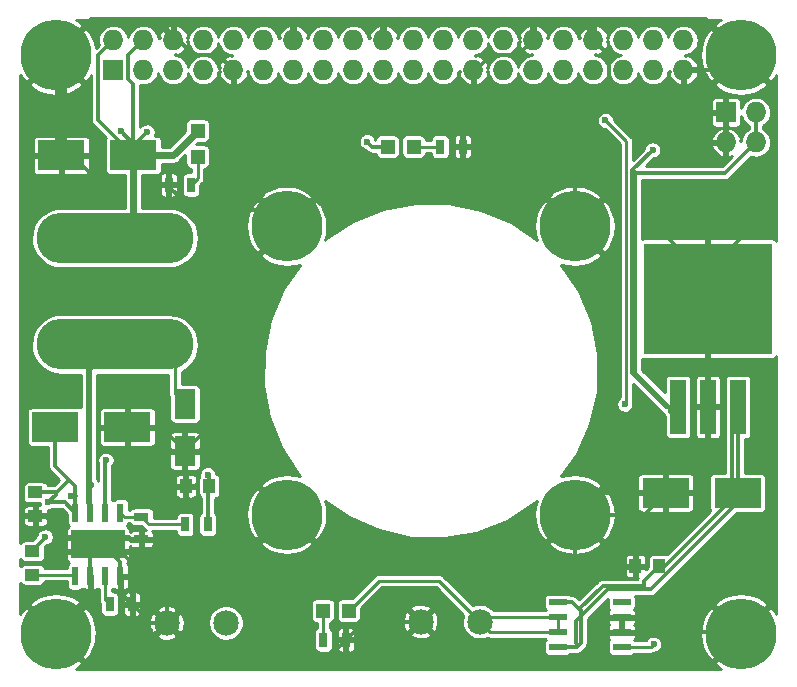
<source format=gtl>
G04 #@! TF.FileFunction,Copper,L1,Top,Signal*
%FSLAX46Y46*%
G04 Gerber Fmt 4.6, Leading zero omitted, Abs format (unit mm)*
G04 Created by KiCad (PCBNEW 4.0.2+dfsg1-stable) date Fri 22 Jun 2018 04:45:43 AM EDT*
%MOMM*%
G01*
G04 APERTURE LIST*
%ADD10C,0.100000*%
%ADD11C,2.159000*%
%ADD12R,1.390000X4.600000*%
%ADD13R,10.800000X9.400000*%
%ADD14R,4.000000X2.500000*%
%ADD15R,1.000000X1.250000*%
%ADD16R,1.250000X1.000000*%
%ADD17R,1.800000X2.500000*%
%ADD18R,1.727200X1.727200*%
%ADD19O,1.727200X1.727200*%
%ADD20C,1.524000*%
%ADD21O,13.300000X4.300000*%
%ADD22C,6.000000*%
%ADD23R,0.700000X1.300000*%
%ADD24R,1.300000X0.700000*%
%ADD25R,0.600000X1.550000*%
%ADD26R,2.500000X1.175000*%
%ADD27R,1.200000X1.200000*%
%ADD28R,1.550000X0.600000*%
%ADD29C,0.600000*%
%ADD30C,0.330200*%
%ADD31C,0.600000*%
%ADD32C,1.000000*%
%ADD33C,0.270000*%
%ADD34C,0.254000*%
G04 APERTURE END LIST*
D10*
D11*
X50880000Y-67970000D03*
X55880000Y-67970000D03*
D12*
X75210000Y-49800000D03*
D13*
X75210000Y-40640000D03*
D12*
X77750000Y-49800000D03*
X72670000Y-49800000D03*
D14*
X26550000Y-28500000D03*
X20450000Y-28500000D03*
D15*
X33000000Y-56500000D03*
X31000000Y-56500000D03*
D14*
X19950000Y-51500000D03*
X26050000Y-51500000D03*
D16*
X18270000Y-57030000D03*
X18270000Y-59030000D03*
D14*
X77730000Y-57070000D03*
X71630000Y-57070000D03*
D15*
X71070000Y-63270000D03*
X69070000Y-63270000D03*
D16*
X18000000Y-62000000D03*
X18000000Y-64000000D03*
D17*
X30927000Y-49531000D03*
X30927000Y-53531000D03*
D11*
X29390000Y-68080000D03*
X34390000Y-68080000D03*
D18*
X24870000Y-21270000D03*
D19*
X24870000Y-18730000D03*
X27410000Y-21270000D03*
X27410000Y-18730000D03*
X29950000Y-21270000D03*
X29950000Y-18730000D03*
X32490000Y-21270000D03*
X32490000Y-18730000D03*
X35030000Y-21270000D03*
X35030000Y-18730000D03*
X37570000Y-21270000D03*
X37570000Y-18730000D03*
X40110000Y-21270000D03*
X40110000Y-18730000D03*
X42650000Y-21270000D03*
X42650000Y-18730000D03*
X45190000Y-21270000D03*
X45190000Y-18730000D03*
X47730000Y-21270000D03*
X47730000Y-18730000D03*
X50270000Y-21270000D03*
X50270000Y-18730000D03*
X52810000Y-21270000D03*
X52810000Y-18730000D03*
X55350000Y-21270000D03*
X55350000Y-18730000D03*
X57890000Y-21270000D03*
X57890000Y-18730000D03*
X60430000Y-21270000D03*
X60430000Y-18730000D03*
X62970000Y-21270000D03*
X62970000Y-18730000D03*
X65510000Y-21270000D03*
X65510000Y-18730000D03*
X68050000Y-21270000D03*
X68050000Y-18730000D03*
X70590000Y-21270000D03*
X70590000Y-18730000D03*
X73130000Y-21270000D03*
X73130000Y-18730000D03*
D20*
X25000000Y-36190000D03*
X23730000Y-34920000D03*
X22460000Y-36190000D03*
X19920000Y-36190000D03*
X21190000Y-34920000D03*
X27540000Y-36190000D03*
X26270000Y-34920000D03*
X28810000Y-34920000D03*
X23730000Y-45080000D03*
X22460000Y-43810000D03*
X19920000Y-43810000D03*
X21190000Y-45080000D03*
X27540000Y-43810000D03*
X26270000Y-45080000D03*
X28810000Y-45080000D03*
X30080000Y-43810000D03*
D21*
X25000000Y-44500000D03*
X25000000Y-35500000D03*
D20*
X25000000Y-43810000D03*
X30080000Y-36190000D03*
D22*
X20000000Y-69000000D03*
X78000000Y-69000000D03*
X78000000Y-20000000D03*
X20000000Y-20000000D03*
X63940000Y-58910000D03*
X39540000Y-34510000D03*
X39540000Y-58910000D03*
X63940000Y-34510000D03*
D23*
X54454000Y-27756000D03*
X52554000Y-27756000D03*
X44554000Y-69524000D03*
X42654000Y-69524000D03*
X31450000Y-31000000D03*
X29550000Y-31000000D03*
X24550000Y-66500000D03*
X26450000Y-66500000D03*
X30950000Y-59740000D03*
X32850000Y-59740000D03*
D24*
X27244000Y-60990000D03*
X27244000Y-59090000D03*
D25*
X21656000Y-64137000D03*
X22926000Y-64137000D03*
X24196000Y-64137000D03*
X25466000Y-64137000D03*
X25466000Y-58737000D03*
X24196000Y-58737000D03*
X22926000Y-58737000D03*
X21656000Y-58737000D03*
D26*
X24561000Y-60849500D03*
X22561000Y-60849500D03*
X24561000Y-62024500D03*
X22561000Y-62024500D03*
D27*
X48086000Y-27756000D03*
X50286000Y-27756000D03*
X44810000Y-67040000D03*
X42610000Y-67040000D03*
X32000000Y-26400000D03*
X32000000Y-28600000D03*
D18*
X76730000Y-24853000D03*
D19*
X79270000Y-24853000D03*
X76730000Y-27393000D03*
X79270000Y-27393000D03*
D28*
X67910000Y-70135000D03*
X67910000Y-68865000D03*
X67910000Y-67595000D03*
X67910000Y-66325000D03*
X62510000Y-66325000D03*
X62510000Y-67595000D03*
X62510000Y-68865000D03*
X62510000Y-70135000D03*
D29*
X32860000Y-55530000D03*
X24240000Y-54300000D03*
X25480000Y-26430000D03*
X27710000Y-26520000D03*
X79010000Y-34510000D03*
X70970000Y-34620000D03*
X66445000Y-67595000D03*
X24100000Y-31210000D03*
X28530000Y-31350000D03*
X70520000Y-28040000D03*
X46350000Y-27330000D03*
X21240000Y-57320000D03*
X19360000Y-57830000D03*
X22940000Y-56370000D03*
X19080000Y-60800000D03*
X70630000Y-69880000D03*
X68170000Y-49570000D03*
X66530000Y-25540000D03*
D30*
X33000000Y-55670000D02*
X33000000Y-56500000D01*
X32860000Y-55530000D02*
X33000000Y-55670000D01*
X24196000Y-58737000D02*
X24196000Y-54344000D01*
X24196000Y-54344000D02*
X24240000Y-54300000D01*
X32850000Y-59740000D02*
X32850000Y-56650000D01*
X32850000Y-56650000D02*
X33000000Y-56500000D01*
X26550000Y-28500000D02*
X26550000Y-27500000D01*
X26550000Y-27500000D02*
X25480000Y-26430000D01*
X27710000Y-26520000D02*
X26550000Y-27680000D01*
X26550000Y-27680000D02*
X26550000Y-28500000D01*
X26550000Y-28500000D02*
X26550000Y-22480000D01*
X26140000Y-20000000D02*
X27410000Y-18730000D01*
X26140000Y-22070000D02*
X26140000Y-20000000D01*
X26550000Y-22480000D02*
X26140000Y-22070000D01*
X24870000Y-18730000D02*
X24860000Y-18730000D01*
X24860000Y-18730000D02*
X23550000Y-20040000D01*
X23550000Y-20040000D02*
X23550000Y-25500000D01*
X23550000Y-25500000D02*
X26550000Y-28500000D01*
D31*
X26550000Y-28500000D02*
X29900000Y-28500000D01*
X29900000Y-28500000D02*
X32000000Y-26400000D01*
X26550000Y-28500000D02*
X26550000Y-33950000D01*
X26550000Y-33950000D02*
X25000000Y-35500000D01*
X25000000Y-35500000D02*
X25000000Y-36190000D01*
D30*
X75210000Y-40640000D02*
X75210000Y-38310000D01*
X75210000Y-38310000D02*
X79010000Y-34510000D01*
X75210000Y-40640000D02*
X75210000Y-38860000D01*
X75210000Y-38860000D02*
X70970000Y-34620000D01*
X67910000Y-68865000D02*
X77865000Y-68865000D01*
X77865000Y-68865000D02*
X78000000Y-69000000D01*
X67910000Y-67595000D02*
X66445000Y-67595000D01*
X63940000Y-65090000D02*
X63940000Y-58910000D01*
X67910000Y-68865000D02*
X67910000Y-67595000D01*
X69070000Y-63270000D02*
X68300000Y-63270000D01*
X68300000Y-63270000D02*
X63940000Y-58910000D01*
X44554000Y-69524000D02*
X43018000Y-71060000D01*
X43018000Y-71060000D02*
X32370000Y-71060000D01*
X32370000Y-71060000D02*
X29390000Y-68080000D01*
X44554000Y-69524000D02*
X46108000Y-67970000D01*
X46108000Y-67970000D02*
X50880000Y-67970000D01*
X63940000Y-58910000D02*
X67110000Y-58910000D01*
X67110000Y-58910000D02*
X69790000Y-58910000D01*
X69790000Y-58910000D02*
X71630000Y-57070000D01*
X71630000Y-57070000D02*
X65780000Y-57070000D01*
X65780000Y-57070000D02*
X63940000Y-58910000D01*
X54454000Y-27756000D02*
X57186000Y-27756000D01*
X57186000Y-27756000D02*
X63940000Y-34510000D01*
X65890000Y-24630000D02*
X39390000Y-24630000D01*
X39390000Y-24630000D02*
X32470000Y-31550000D01*
X32470000Y-31550000D02*
X32470000Y-33160000D01*
X76730000Y-24853000D02*
X66113000Y-24853000D01*
X66113000Y-24853000D02*
X65890000Y-24630000D01*
X63940000Y-34510000D02*
X63940000Y-26580000D01*
X63940000Y-26580000D02*
X65890000Y-24630000D01*
X65890000Y-24630000D02*
X66800000Y-23720000D01*
X66800000Y-23720000D02*
X66800000Y-20020000D01*
X66800000Y-20020000D02*
X65510000Y-18730000D01*
X32470000Y-33160000D02*
X32470000Y-51988000D01*
X32470000Y-51988000D02*
X30927000Y-53531000D01*
X29550000Y-31000000D02*
X29550000Y-31140000D01*
X29550000Y-31140000D02*
X31570000Y-33160000D01*
X31570000Y-33160000D02*
X32470000Y-33160000D01*
X32470000Y-33160000D02*
X38190000Y-33160000D01*
X38190000Y-33160000D02*
X39540000Y-34510000D01*
X29390000Y-68080000D02*
X29390000Y-65980000D01*
X29390000Y-65980000D02*
X25434500Y-62024500D01*
X25434500Y-62024500D02*
X24561000Y-62024500D01*
X29390000Y-68080000D02*
X28030000Y-68080000D01*
X28030000Y-68080000D02*
X26450000Y-66500000D01*
X20000000Y-69000000D02*
X20000000Y-68560000D01*
X20000000Y-68560000D02*
X22926000Y-65634000D01*
X22926000Y-65634000D02*
X22926000Y-64137000D01*
X31900000Y-61000000D02*
X37450000Y-61000000D01*
X37450000Y-61000000D02*
X39540000Y-58910000D01*
X31000000Y-56500000D02*
X31000000Y-57780000D01*
X30970000Y-61930000D02*
X29500000Y-61930000D01*
X31900000Y-61000000D02*
X30970000Y-61930000D01*
X31900000Y-58680000D02*
X31900000Y-61000000D01*
X31000000Y-57780000D02*
X31900000Y-58680000D01*
X18270000Y-59030000D02*
X19100000Y-59030000D01*
X20919500Y-60849500D02*
X22561000Y-60849500D01*
X19100000Y-59030000D02*
X20919500Y-60849500D01*
X27244000Y-60990000D02*
X24701500Y-60990000D01*
X24701500Y-60990000D02*
X24561000Y-60849500D01*
X25466000Y-64137000D02*
X25466000Y-62929500D01*
X25466000Y-62929500D02*
X24561000Y-62024500D01*
X22926000Y-64137000D02*
X22926000Y-62389500D01*
X22926000Y-62389500D02*
X22561000Y-62024500D01*
X25466000Y-64137000D02*
X25466000Y-65516000D01*
X25466000Y-65516000D02*
X26450000Y-66500000D01*
X27244000Y-60990000D02*
X28560000Y-60990000D01*
X28560000Y-60990000D02*
X29500000Y-61930000D01*
X31000000Y-56500000D02*
X31000000Y-53604000D01*
X31000000Y-53604000D02*
X30927000Y-53531000D01*
X26050000Y-51500000D02*
X28896000Y-51500000D01*
X28896000Y-51500000D02*
X30927000Y-53531000D01*
X29550000Y-31000000D02*
X28880000Y-31000000D01*
X24100000Y-31210000D02*
X21390000Y-28500000D01*
X28880000Y-31000000D02*
X28530000Y-31350000D01*
X21390000Y-28500000D02*
X20450000Y-28500000D01*
X73130000Y-21270000D02*
X76730000Y-21270000D01*
X76730000Y-21270000D02*
X78000000Y-20000000D01*
X55350000Y-21270000D02*
X55570000Y-21270000D01*
X55570000Y-21270000D02*
X56810000Y-20030000D01*
X56810000Y-20030000D02*
X59130000Y-20030000D01*
X59130000Y-20030000D02*
X60430000Y-18730000D01*
X29950000Y-18730000D02*
X30380000Y-18730000D01*
X30380000Y-18730000D02*
X31660000Y-20010000D01*
X33770000Y-20010000D02*
X35030000Y-21270000D01*
X31660000Y-20010000D02*
X33770000Y-20010000D01*
D31*
X40110000Y-18730000D02*
X40110000Y-17000000D01*
X40110000Y-17000000D02*
X40000000Y-17000000D01*
X47730000Y-18730000D02*
X47730000Y-17000000D01*
X47730000Y-17000000D02*
X48000000Y-17000000D01*
X60430000Y-18730000D02*
X60430000Y-17000000D01*
X60430000Y-17000000D02*
X60500000Y-17000000D01*
X65510000Y-18730000D02*
X65510000Y-18010000D01*
X65510000Y-18010000D02*
X64500000Y-17000000D01*
X28500000Y-17000000D02*
X40000000Y-17000000D01*
X40000000Y-17000000D02*
X48000000Y-17000000D01*
X48000000Y-17000000D02*
X60500000Y-17000000D01*
X60500000Y-17000000D02*
X64500000Y-17000000D01*
X64500000Y-17000000D02*
X75000000Y-17000000D01*
X75000000Y-17000000D02*
X78000000Y-20000000D01*
X29950000Y-18730000D02*
X29950000Y-18450000D01*
X29950000Y-18450000D02*
X28500000Y-17000000D01*
X28500000Y-17000000D02*
X23000000Y-17000000D01*
X23000000Y-17000000D02*
X20000000Y-20000000D01*
D32*
X20450000Y-28500000D02*
X20450000Y-20450000D01*
X20450000Y-20450000D02*
X20000000Y-20000000D01*
X76730000Y-21270000D02*
X78000000Y-20000000D01*
D30*
X72670000Y-49800000D02*
X72410000Y-49800000D01*
X72410000Y-49800000D02*
X72000000Y-50210000D01*
X72000000Y-50210000D02*
X72000000Y-49850000D01*
X72000000Y-49850000D02*
X69040000Y-46890000D01*
X69040000Y-46890000D02*
X69040000Y-29900000D01*
X69040000Y-29900000D02*
X69160000Y-30020000D01*
X69160000Y-30020000D02*
X76643000Y-30020000D01*
X76643000Y-30020000D02*
X79270000Y-27393000D01*
X72670000Y-49800000D02*
X71670000Y-49800000D01*
X71670000Y-49800000D02*
X68813302Y-46943302D01*
X68813302Y-46943302D02*
X68813302Y-29746698D01*
X68813302Y-29746698D02*
X70520000Y-28040000D01*
X48086000Y-27756000D02*
X46776000Y-27756000D01*
X46776000Y-27756000D02*
X46350000Y-27330000D01*
X79270000Y-27393000D02*
X79270000Y-24853000D01*
X19360000Y-57830000D02*
X20749000Y-57830000D01*
X20749000Y-57830000D02*
X21656000Y-58737000D01*
X21240000Y-57320000D02*
X21656000Y-57320000D01*
X21656000Y-57320000D02*
X21710000Y-57320000D01*
X21710000Y-57320000D02*
X21656000Y-57320000D01*
X19970000Y-57030000D02*
X19970000Y-57220000D01*
X19970000Y-57220000D02*
X19360000Y-57830000D01*
X18270000Y-57030000D02*
X19970000Y-57030000D01*
X19970000Y-57030000D02*
X20060000Y-57030000D01*
X20060000Y-57030000D02*
X21110000Y-55980000D01*
X19950000Y-51500000D02*
X19950000Y-54820000D01*
X21656000Y-56526000D02*
X21656000Y-57320000D01*
X21656000Y-57320000D02*
X21656000Y-58737000D01*
X19950000Y-54820000D02*
X21110000Y-55980000D01*
X21110000Y-55980000D02*
X21656000Y-56526000D01*
X77730000Y-57070000D02*
X77730000Y-56380000D01*
X77730000Y-56380000D02*
X77260000Y-55910000D01*
X77260000Y-55910000D02*
X77260000Y-50290000D01*
X77260000Y-50290000D02*
X77750000Y-49800000D01*
X77750000Y-49800000D02*
X77750000Y-57050000D01*
X77750000Y-57050000D02*
X77730000Y-57070000D01*
X77730000Y-57070000D02*
X77930000Y-57270000D01*
X77930000Y-57270000D02*
X77930000Y-57680000D01*
X77930000Y-57680000D02*
X70380000Y-65230000D01*
X70380000Y-65230000D02*
X66730000Y-65230000D01*
X66730000Y-65230000D02*
X64030000Y-67930000D01*
X64030000Y-67930000D02*
X64030000Y-69780000D01*
X64330000Y-66930000D02*
X66310000Y-64950000D01*
X66310000Y-64950000D02*
X69800000Y-64950000D01*
X69800000Y-64950000D02*
X69800000Y-64540000D01*
X69800000Y-64540000D02*
X71070000Y-63270000D01*
X62510000Y-66325000D02*
X63725000Y-66325000D01*
X63725000Y-66325000D02*
X64330000Y-66930000D01*
X64330000Y-66930000D02*
X64430000Y-67030000D01*
X64430000Y-67030000D02*
X64430000Y-69790000D01*
X64430000Y-69790000D02*
X64085000Y-70135000D01*
X64085000Y-70135000D02*
X62510000Y-70135000D01*
X71070000Y-63270000D02*
X71530000Y-63270000D01*
X71530000Y-63270000D02*
X77730000Y-57070000D01*
X78700000Y-58040000D02*
X77730000Y-57070000D01*
D33*
X22926000Y-58737000D02*
X22926000Y-58216000D01*
X22926000Y-58216000D02*
X22650000Y-57940000D01*
X22650000Y-57940000D02*
X22650000Y-46540000D01*
X22650000Y-46540000D02*
X21190000Y-45080000D01*
X30080000Y-43810000D02*
X30080000Y-48684000D01*
X30080000Y-48684000D02*
X30927000Y-49531000D01*
X22926000Y-58737000D02*
X22926000Y-56384000D01*
X22926000Y-56384000D02*
X22940000Y-56370000D01*
X18000000Y-62000000D02*
X18000000Y-61880000D01*
X18000000Y-61880000D02*
X19080000Y-60800000D01*
X22940000Y-56370000D02*
X22780000Y-56210000D01*
X22780000Y-56210000D02*
X22780000Y-56120000D01*
X22926000Y-58737000D02*
X22926000Y-46574000D01*
X22926000Y-46574000D02*
X25000000Y-44500000D01*
X18000000Y-64000000D02*
X21519000Y-64000000D01*
X21519000Y-64000000D02*
X21656000Y-64137000D01*
X52554000Y-27756000D02*
X50286000Y-27756000D01*
X42610000Y-67040000D02*
X42654000Y-67084000D01*
X42654000Y-67084000D02*
X42654000Y-69524000D01*
X32000000Y-28600000D02*
X32000000Y-30450000D01*
X32000000Y-30450000D02*
X31450000Y-31000000D01*
X24196000Y-64137000D02*
X24196000Y-66146000D01*
X24196000Y-66146000D02*
X24550000Y-66500000D01*
X30950000Y-59740000D02*
X27894000Y-59740000D01*
X27894000Y-59740000D02*
X27244000Y-59090000D01*
X27244000Y-59090000D02*
X25819000Y-59090000D01*
X25819000Y-59090000D02*
X25466000Y-58737000D01*
X62510000Y-67595000D02*
X56255000Y-67595000D01*
X56255000Y-67595000D02*
X55880000Y-67970000D01*
X62510000Y-68865000D02*
X56775000Y-68865000D01*
X56775000Y-68865000D02*
X55880000Y-67970000D01*
X62510000Y-67595000D02*
X62510000Y-68865000D01*
X44810000Y-67040000D02*
X47350000Y-64500000D01*
X47350000Y-64500000D02*
X52410000Y-64500000D01*
X52410000Y-64500000D02*
X55880000Y-67970000D01*
X67910000Y-70135000D02*
X70375000Y-70135000D01*
X70375000Y-70135000D02*
X70630000Y-69880000D01*
X68170000Y-49570000D02*
X68310000Y-49430000D01*
X68310000Y-49430000D02*
X68310000Y-27320000D01*
X68310000Y-27320000D02*
X66530000Y-25540000D01*
D34*
G36*
X76093671Y-17132220D02*
X76080036Y-17141331D01*
X75732016Y-17552411D01*
X78000000Y-19820395D01*
X78014143Y-19806253D01*
X78193748Y-19985858D01*
X78179605Y-20000000D01*
X80447589Y-22267984D01*
X80858669Y-21919964D01*
X80998000Y-21660780D01*
X80998000Y-35760910D01*
X80988402Y-35737739D01*
X80941672Y-35667803D01*
X80882197Y-35608327D01*
X80812260Y-35561597D01*
X80734551Y-35529409D01*
X80652056Y-35513000D01*
X75443750Y-35513000D01*
X75337000Y-35619750D01*
X75337000Y-40513000D01*
X75357000Y-40513000D01*
X75357000Y-40767000D01*
X75337000Y-40767000D01*
X75337000Y-45660250D01*
X75443750Y-45767000D01*
X80652056Y-45767000D01*
X80734551Y-45750591D01*
X80812260Y-45718403D01*
X80882197Y-45671673D01*
X80941672Y-45612197D01*
X80988402Y-45542261D01*
X80998000Y-45519090D01*
X80998000Y-67338697D01*
X80867780Y-67093671D01*
X80858669Y-67080036D01*
X80447589Y-66732016D01*
X78179605Y-69000000D01*
X78193748Y-69014143D01*
X78014143Y-69193748D01*
X78000000Y-69179605D01*
X75732016Y-71447589D01*
X76080036Y-71858669D01*
X76339220Y-71998000D01*
X21661303Y-71998000D01*
X21906329Y-71867780D01*
X21919964Y-71858669D01*
X22267984Y-71447589D01*
X20000000Y-69179605D01*
X19985858Y-69193748D01*
X19806253Y-69014143D01*
X19820395Y-69000000D01*
X20179605Y-69000000D01*
X22447589Y-71267984D01*
X22858669Y-70919964D01*
X23178307Y-70325373D01*
X23375804Y-69679849D01*
X23428187Y-69160668D01*
X28488937Y-69160668D01*
X28606099Y-69375012D01*
X28873806Y-69503060D01*
X29161349Y-69576421D01*
X29457680Y-69592275D01*
X29751410Y-69550013D01*
X30031251Y-69451260D01*
X30173901Y-69375012D01*
X30291063Y-69160668D01*
X29390000Y-68259605D01*
X28488937Y-69160668D01*
X23428187Y-69160668D01*
X23443571Y-69008199D01*
X23379004Y-68336234D01*
X23322297Y-68147680D01*
X27877725Y-68147680D01*
X27919987Y-68441410D01*
X28018740Y-68721251D01*
X28094988Y-68863901D01*
X28309332Y-68981063D01*
X29210395Y-68080000D01*
X29569605Y-68080000D01*
X30470668Y-68981063D01*
X30685012Y-68863901D01*
X30813060Y-68596194D01*
X30886421Y-68308651D01*
X30891877Y-68206671D01*
X32881520Y-68206671D01*
X32934853Y-68497257D01*
X33043611Y-68771950D01*
X33203653Y-69020287D01*
X33408883Y-69232808D01*
X33651483Y-69401420D01*
X33922213Y-69519699D01*
X34210761Y-69583140D01*
X34506136Y-69589327D01*
X34797088Y-69538025D01*
X35072533Y-69431187D01*
X35321982Y-69272882D01*
X35535931Y-69069141D01*
X35706232Y-68827724D01*
X35826398Y-68557826D01*
X35891852Y-68269728D01*
X35896564Y-67932280D01*
X35839180Y-67642467D01*
X35726596Y-67369319D01*
X35563102Y-67123241D01*
X35354925Y-66913606D01*
X35109995Y-66748398D01*
X34837640Y-66633910D01*
X34548234Y-66574504D01*
X34252801Y-66572441D01*
X33962595Y-66627801D01*
X33688668Y-66738475D01*
X33441454Y-66900247D01*
X33230370Y-67106955D01*
X33063457Y-67350727D01*
X32947070Y-67622276D01*
X32885645Y-67911260D01*
X32881520Y-68206671D01*
X30891877Y-68206671D01*
X30902275Y-68012320D01*
X30860013Y-67718590D01*
X30761260Y-67438749D01*
X30685012Y-67296099D01*
X30470668Y-67178937D01*
X29569605Y-68080000D01*
X29210395Y-68080000D01*
X28309332Y-67178937D01*
X28094988Y-67296099D01*
X27966940Y-67563806D01*
X27893579Y-67851349D01*
X27877725Y-68147680D01*
X23322297Y-68147680D01*
X23184583Y-67689777D01*
X22867780Y-67093671D01*
X22858669Y-67080036D01*
X22447589Y-66732016D01*
X20179605Y-69000000D01*
X19820395Y-69000000D01*
X17552411Y-66732016D01*
X17141331Y-67080036D01*
X17002000Y-67339220D01*
X17002000Y-66552411D01*
X17732016Y-66552411D01*
X20000000Y-68820395D01*
X22267984Y-66552411D01*
X21919964Y-66141331D01*
X21325373Y-65821693D01*
X20679849Y-65624196D01*
X20008199Y-65556429D01*
X19336234Y-65620996D01*
X18689777Y-65815417D01*
X18093671Y-66132220D01*
X18080036Y-66141331D01*
X17732016Y-66552411D01*
X17002000Y-66552411D01*
X17002000Y-64705983D01*
X17053506Y-64784146D01*
X17145395Y-64862463D01*
X17255465Y-64912079D01*
X17375000Y-64929066D01*
X18625000Y-64929066D01*
X18692998Y-64923644D01*
X18808330Y-64887927D01*
X18909146Y-64821494D01*
X18987463Y-64729605D01*
X19037079Y-64619535D01*
X19045255Y-64562000D01*
X20926934Y-64562000D01*
X20926934Y-64912000D01*
X20932356Y-64979998D01*
X20968073Y-65095330D01*
X21034506Y-65196146D01*
X21126395Y-65274463D01*
X21236465Y-65324079D01*
X21356000Y-65341066D01*
X21956000Y-65341066D01*
X22023998Y-65335644D01*
X22139330Y-65299927D01*
X22240146Y-65233494D01*
X22288982Y-65176195D01*
X22294328Y-65184197D01*
X22353803Y-65243673D01*
X22423740Y-65290403D01*
X22501449Y-65322591D01*
X22583944Y-65339000D01*
X22692250Y-65339000D01*
X22799000Y-65232250D01*
X22799000Y-64264000D01*
X22779000Y-64264000D01*
X22779000Y-64010000D01*
X22799000Y-64010000D01*
X22799000Y-63990000D01*
X23053000Y-63990000D01*
X23053000Y-64010000D01*
X23073000Y-64010000D01*
X23073000Y-64264000D01*
X23053000Y-64264000D01*
X23053000Y-65232250D01*
X23159750Y-65339000D01*
X23268056Y-65339000D01*
X23350551Y-65322591D01*
X23428260Y-65290403D01*
X23498197Y-65243673D01*
X23557672Y-65184197D01*
X23562183Y-65177445D01*
X23574506Y-65196146D01*
X23634000Y-65246853D01*
X23634000Y-66146000D01*
X23639066Y-66197670D01*
X23643591Y-66249381D01*
X23644414Y-66252215D01*
X23644703Y-66255160D01*
X23659721Y-66304903D01*
X23674191Y-66354709D01*
X23675550Y-66357332D01*
X23676405Y-66360162D01*
X23700785Y-66406014D01*
X23724667Y-66452087D01*
X23726510Y-66454396D01*
X23727898Y-66457006D01*
X23760721Y-66497251D01*
X23770934Y-66510044D01*
X23770934Y-67150000D01*
X23776356Y-67217998D01*
X23812073Y-67333330D01*
X23878506Y-67434146D01*
X23970395Y-67512463D01*
X24080465Y-67562079D01*
X24200000Y-67579066D01*
X24900000Y-67579066D01*
X24967998Y-67573644D01*
X25083330Y-67537927D01*
X25184146Y-67471494D01*
X25262463Y-67379605D01*
X25312079Y-67269535D01*
X25329066Y-67150000D01*
X25329066Y-66733750D01*
X25673000Y-66733750D01*
X25673000Y-67192056D01*
X25689409Y-67274551D01*
X25721597Y-67352260D01*
X25768327Y-67422197D01*
X25827803Y-67481672D01*
X25897739Y-67528402D01*
X25975449Y-67560591D01*
X26057944Y-67577000D01*
X26216250Y-67577000D01*
X26323000Y-67470250D01*
X26323000Y-66627000D01*
X26577000Y-66627000D01*
X26577000Y-67470250D01*
X26683750Y-67577000D01*
X26842056Y-67577000D01*
X26924551Y-67560591D01*
X27002261Y-67528402D01*
X27072197Y-67481672D01*
X27131673Y-67422197D01*
X27178403Y-67352260D01*
X27210591Y-67274551D01*
X27227000Y-67192056D01*
X27227000Y-66999332D01*
X28488937Y-66999332D01*
X29390000Y-67900395D01*
X30291063Y-66999332D01*
X30173901Y-66784988D01*
X29906194Y-66656940D01*
X29618651Y-66583579D01*
X29322320Y-66567725D01*
X29028590Y-66609987D01*
X28748749Y-66708740D01*
X28606099Y-66784988D01*
X28488937Y-66999332D01*
X27227000Y-66999332D01*
X27227000Y-66733750D01*
X27120250Y-66627000D01*
X26577000Y-66627000D01*
X26323000Y-66627000D01*
X25779750Y-66627000D01*
X25673000Y-66733750D01*
X25329066Y-66733750D01*
X25329066Y-66440000D01*
X41580934Y-66440000D01*
X41580934Y-67640000D01*
X41586356Y-67707998D01*
X41622073Y-67823330D01*
X41688506Y-67924146D01*
X41780395Y-68002463D01*
X41890465Y-68052079D01*
X42010000Y-68069066D01*
X42092000Y-68069066D01*
X42092000Y-68504965D01*
X42019854Y-68552506D01*
X41941537Y-68644395D01*
X41891921Y-68754465D01*
X41874934Y-68874000D01*
X41874934Y-70174000D01*
X41880356Y-70241998D01*
X41916073Y-70357330D01*
X41982506Y-70458146D01*
X42074395Y-70536463D01*
X42184465Y-70586079D01*
X42304000Y-70603066D01*
X43004000Y-70603066D01*
X43071998Y-70597644D01*
X43187330Y-70561927D01*
X43288146Y-70495494D01*
X43366463Y-70403605D01*
X43416079Y-70293535D01*
X43433066Y-70174000D01*
X43433066Y-69757750D01*
X43777000Y-69757750D01*
X43777000Y-70216056D01*
X43793409Y-70298551D01*
X43825597Y-70376260D01*
X43872327Y-70446197D01*
X43931803Y-70505672D01*
X44001739Y-70552402D01*
X44079449Y-70584591D01*
X44161944Y-70601000D01*
X44320250Y-70601000D01*
X44427000Y-70494250D01*
X44427000Y-69651000D01*
X44681000Y-69651000D01*
X44681000Y-70494250D01*
X44787750Y-70601000D01*
X44946056Y-70601000D01*
X45028551Y-70584591D01*
X45106261Y-70552402D01*
X45176197Y-70505672D01*
X45235673Y-70446197D01*
X45282403Y-70376260D01*
X45314591Y-70298551D01*
X45331000Y-70216056D01*
X45331000Y-69757750D01*
X45224250Y-69651000D01*
X44681000Y-69651000D01*
X44427000Y-69651000D01*
X43883750Y-69651000D01*
X43777000Y-69757750D01*
X43433066Y-69757750D01*
X43433066Y-68874000D01*
X43429713Y-68831944D01*
X43777000Y-68831944D01*
X43777000Y-69290250D01*
X43883750Y-69397000D01*
X44427000Y-69397000D01*
X44427000Y-68553750D01*
X44681000Y-68553750D01*
X44681000Y-69397000D01*
X45224250Y-69397000D01*
X45331000Y-69290250D01*
X45331000Y-69050668D01*
X49978937Y-69050668D01*
X50096099Y-69265012D01*
X50363806Y-69393060D01*
X50651349Y-69466421D01*
X50947680Y-69482275D01*
X51241410Y-69440013D01*
X51521251Y-69341260D01*
X51663901Y-69265012D01*
X51781063Y-69050668D01*
X50880000Y-68149605D01*
X49978937Y-69050668D01*
X45331000Y-69050668D01*
X45331000Y-68831944D01*
X45314591Y-68749449D01*
X45282403Y-68671740D01*
X45235673Y-68601803D01*
X45176197Y-68542328D01*
X45106261Y-68495598D01*
X45028551Y-68463409D01*
X44946056Y-68447000D01*
X44787750Y-68447000D01*
X44681000Y-68553750D01*
X44427000Y-68553750D01*
X44320250Y-68447000D01*
X44161944Y-68447000D01*
X44079449Y-68463409D01*
X44001739Y-68495598D01*
X43931803Y-68542328D01*
X43872327Y-68601803D01*
X43825597Y-68671740D01*
X43793409Y-68749449D01*
X43777000Y-68831944D01*
X43429713Y-68831944D01*
X43427644Y-68806002D01*
X43391927Y-68690670D01*
X43325494Y-68589854D01*
X43233605Y-68511537D01*
X43216000Y-68503601D01*
X43216000Y-68068588D01*
X43277998Y-68063644D01*
X43393330Y-68027927D01*
X43494146Y-67961494D01*
X43572463Y-67869605D01*
X43622079Y-67759535D01*
X43639066Y-67640000D01*
X43639066Y-66440000D01*
X43780934Y-66440000D01*
X43780934Y-67640000D01*
X43786356Y-67707998D01*
X43822073Y-67823330D01*
X43888506Y-67924146D01*
X43980395Y-68002463D01*
X44090465Y-68052079D01*
X44210000Y-68069066D01*
X45410000Y-68069066D01*
X45477998Y-68063644D01*
X45561837Y-68037680D01*
X49367725Y-68037680D01*
X49409987Y-68331410D01*
X49508740Y-68611251D01*
X49584988Y-68753901D01*
X49799332Y-68871063D01*
X50700395Y-67970000D01*
X51059605Y-67970000D01*
X51960668Y-68871063D01*
X52175012Y-68753901D01*
X52303060Y-68486194D01*
X52376421Y-68198651D01*
X52392275Y-67902320D01*
X52350013Y-67608590D01*
X52251260Y-67328749D01*
X52175012Y-67186099D01*
X51960668Y-67068937D01*
X51059605Y-67970000D01*
X50700395Y-67970000D01*
X49799332Y-67068937D01*
X49584988Y-67186099D01*
X49456940Y-67453806D01*
X49383579Y-67741349D01*
X49367725Y-68037680D01*
X45561837Y-68037680D01*
X45593330Y-68027927D01*
X45694146Y-67961494D01*
X45772463Y-67869605D01*
X45822079Y-67759535D01*
X45839066Y-67640000D01*
X45839066Y-66889332D01*
X49978937Y-66889332D01*
X50880000Y-67790395D01*
X51781063Y-66889332D01*
X51663901Y-66674988D01*
X51396194Y-66546940D01*
X51108651Y-66473579D01*
X50812320Y-66457725D01*
X50518590Y-66499987D01*
X50238749Y-66598740D01*
X50096099Y-66674988D01*
X49978937Y-66889332D01*
X45839066Y-66889332D01*
X45839066Y-66805722D01*
X47582788Y-65062000D01*
X52177212Y-65062000D01*
X54494198Y-67378986D01*
X54437070Y-67512276D01*
X54375645Y-67801260D01*
X54371520Y-68096671D01*
X54424853Y-68387257D01*
X54533611Y-68661950D01*
X54693653Y-68910287D01*
X54898883Y-69122808D01*
X55141483Y-69291420D01*
X55412213Y-69409699D01*
X55700761Y-69473140D01*
X55996136Y-69479327D01*
X56287088Y-69428025D01*
X56492692Y-69348277D01*
X56508145Y-69356562D01*
X56553605Y-69381554D01*
X56556421Y-69382447D01*
X56559026Y-69383844D01*
X56608666Y-69399020D01*
X56658154Y-69414719D01*
X56661092Y-69415049D01*
X56663916Y-69415912D01*
X56715531Y-69421155D01*
X56767153Y-69426945D01*
X56772935Y-69426986D01*
X56773038Y-69426996D01*
X56773134Y-69426987D01*
X56775000Y-69427000D01*
X61398913Y-69427000D01*
X61413506Y-69449146D01*
X61472378Y-69499323D01*
X61450854Y-69513506D01*
X61372537Y-69605395D01*
X61322921Y-69715465D01*
X61305934Y-69835000D01*
X61305934Y-70435000D01*
X61311356Y-70502998D01*
X61347073Y-70618330D01*
X61413506Y-70719146D01*
X61505395Y-70797463D01*
X61615465Y-70847079D01*
X61735000Y-70864066D01*
X63285000Y-70864066D01*
X63352998Y-70858644D01*
X63468330Y-70822927D01*
X63569146Y-70756494D01*
X63594199Y-70727100D01*
X64085000Y-70727100D01*
X64139429Y-70721763D01*
X64193918Y-70716996D01*
X64196906Y-70716128D01*
X64200006Y-70715824D01*
X64252415Y-70700001D01*
X64304887Y-70684756D01*
X64307648Y-70683325D01*
X64310632Y-70682424D01*
X64358973Y-70656721D01*
X64407480Y-70631577D01*
X64409911Y-70629636D01*
X64412663Y-70628173D01*
X64455077Y-70593581D01*
X64497791Y-70559483D01*
X64502124Y-70555211D01*
X64502214Y-70555137D01*
X64502283Y-70555053D01*
X64503678Y-70553678D01*
X64848678Y-70208678D01*
X64883395Y-70166412D01*
X64918550Y-70124517D01*
X64920050Y-70121789D01*
X64922026Y-70119383D01*
X64947874Y-70071176D01*
X64974220Y-70023253D01*
X64975161Y-70020286D01*
X64976633Y-70017541D01*
X64992633Y-69965208D01*
X65009161Y-69913105D01*
X65009508Y-69910013D01*
X65010419Y-69907033D01*
X65015953Y-69852549D01*
X65017921Y-69835000D01*
X66705934Y-69835000D01*
X66705934Y-70435000D01*
X66711356Y-70502998D01*
X66747073Y-70618330D01*
X66813506Y-70719146D01*
X66905395Y-70797463D01*
X67015465Y-70847079D01*
X67135000Y-70864066D01*
X68685000Y-70864066D01*
X68752998Y-70858644D01*
X68868330Y-70822927D01*
X68969146Y-70756494D01*
X69019853Y-70697000D01*
X70375000Y-70697000D01*
X70426670Y-70691934D01*
X70478381Y-70687409D01*
X70481215Y-70686586D01*
X70484160Y-70686297D01*
X70533903Y-70671279D01*
X70583709Y-70656809D01*
X70586332Y-70655450D01*
X70589162Y-70654595D01*
X70635014Y-70630215D01*
X70677512Y-70608186D01*
X70686045Y-70608365D01*
X70826451Y-70583608D01*
X70959374Y-70532050D01*
X71079752Y-70455656D01*
X71182999Y-70357336D01*
X71265182Y-70240833D01*
X71323171Y-70110587D01*
X71354758Y-69971558D01*
X71357032Y-69808714D01*
X71329339Y-69668857D01*
X71275009Y-69537043D01*
X71196111Y-69418291D01*
X71095650Y-69317126D01*
X70977452Y-69237401D01*
X70846020Y-69182152D01*
X70706360Y-69153484D01*
X70563791Y-69152489D01*
X70423744Y-69179204D01*
X70291554Y-69232612D01*
X70172255Y-69310680D01*
X70070391Y-69410432D01*
X69989842Y-69528070D01*
X69970585Y-69573000D01*
X69021087Y-69573000D01*
X69006494Y-69550854D01*
X68949195Y-69502018D01*
X68957197Y-69496672D01*
X69016673Y-69437197D01*
X69063403Y-69367260D01*
X69095591Y-69289551D01*
X69112000Y-69207056D01*
X69112000Y-69098750D01*
X69005250Y-68992000D01*
X68037000Y-68992000D01*
X68037000Y-69012000D01*
X67783000Y-69012000D01*
X67783000Y-68992000D01*
X66814750Y-68992000D01*
X66708000Y-69098750D01*
X66708000Y-69207056D01*
X66724409Y-69289551D01*
X66756597Y-69367260D01*
X66803327Y-69437197D01*
X66862803Y-69496672D01*
X66869555Y-69501183D01*
X66850854Y-69513506D01*
X66772537Y-69605395D01*
X66722921Y-69715465D01*
X66705934Y-69835000D01*
X65017921Y-69835000D01*
X65022042Y-69798267D01*
X65022085Y-69792189D01*
X65022097Y-69792067D01*
X65022086Y-69791954D01*
X65022100Y-69790000D01*
X65022100Y-68991801D01*
X74556429Y-68991801D01*
X74620996Y-69663766D01*
X74815417Y-70310223D01*
X75132220Y-70906329D01*
X75141331Y-70919964D01*
X75552411Y-71267984D01*
X77820395Y-69000000D01*
X75552411Y-66732016D01*
X75141331Y-67080036D01*
X74821693Y-67674627D01*
X74624196Y-68320151D01*
X74556429Y-68991801D01*
X65022100Y-68991801D01*
X65022100Y-67828750D01*
X66708000Y-67828750D01*
X66708000Y-67937056D01*
X66724409Y-68019551D01*
X66756597Y-68097260D01*
X66803327Y-68167197D01*
X66862803Y-68226672D01*
X66867784Y-68230000D01*
X66862803Y-68233328D01*
X66803327Y-68292803D01*
X66756597Y-68362740D01*
X66724409Y-68440449D01*
X66708000Y-68522944D01*
X66708000Y-68631250D01*
X66814750Y-68738000D01*
X67783000Y-68738000D01*
X67783000Y-68244750D01*
X67768250Y-68230000D01*
X67783000Y-68215250D01*
X67783000Y-67722000D01*
X68037000Y-67722000D01*
X68037000Y-68215250D01*
X68051750Y-68230000D01*
X68037000Y-68244750D01*
X68037000Y-68738000D01*
X69005250Y-68738000D01*
X69112000Y-68631250D01*
X69112000Y-68522944D01*
X69095591Y-68440449D01*
X69063403Y-68362740D01*
X69016673Y-68292803D01*
X68957197Y-68233328D01*
X68952216Y-68230000D01*
X68957197Y-68226672D01*
X69016673Y-68167197D01*
X69063403Y-68097260D01*
X69095591Y-68019551D01*
X69112000Y-67937056D01*
X69112000Y-67828750D01*
X69005250Y-67722000D01*
X68037000Y-67722000D01*
X67783000Y-67722000D01*
X66814750Y-67722000D01*
X66708000Y-67828750D01*
X65022100Y-67828750D01*
X65022100Y-67775256D01*
X66705934Y-66091422D01*
X66705934Y-66625000D01*
X66711356Y-66692998D01*
X66747073Y-66808330D01*
X66813506Y-66909146D01*
X66870805Y-66957982D01*
X66862803Y-66963328D01*
X66803327Y-67022803D01*
X66756597Y-67092740D01*
X66724409Y-67170449D01*
X66708000Y-67252944D01*
X66708000Y-67361250D01*
X66814750Y-67468000D01*
X67783000Y-67468000D01*
X67783000Y-67448000D01*
X68037000Y-67448000D01*
X68037000Y-67468000D01*
X69005250Y-67468000D01*
X69112000Y-67361250D01*
X69112000Y-67252944D01*
X69095591Y-67170449D01*
X69063403Y-67092740D01*
X69016673Y-67022803D01*
X68957197Y-66963328D01*
X68950445Y-66958817D01*
X68969146Y-66946494D01*
X69047463Y-66854605D01*
X69097079Y-66744535D01*
X69114066Y-66625000D01*
X69114066Y-66552411D01*
X75732016Y-66552411D01*
X78000000Y-68820395D01*
X80267984Y-66552411D01*
X79919964Y-66141331D01*
X79325373Y-65821693D01*
X78679849Y-65624196D01*
X78008199Y-65556429D01*
X77336234Y-65620996D01*
X76689777Y-65815417D01*
X76093671Y-66132220D01*
X76080036Y-66141331D01*
X75732016Y-66552411D01*
X69114066Y-66552411D01*
X69114066Y-66025000D01*
X69108644Y-65957002D01*
X69072927Y-65841670D01*
X69060031Y-65822100D01*
X70380000Y-65822100D01*
X70434429Y-65816763D01*
X70488918Y-65811996D01*
X70491906Y-65811128D01*
X70495006Y-65810824D01*
X70547415Y-65795001D01*
X70599887Y-65779756D01*
X70602648Y-65778325D01*
X70605632Y-65777424D01*
X70653973Y-65751721D01*
X70702480Y-65726577D01*
X70704911Y-65724636D01*
X70707663Y-65723173D01*
X70750077Y-65688581D01*
X70792791Y-65654483D01*
X70797124Y-65650211D01*
X70797214Y-65650137D01*
X70797283Y-65650053D01*
X70798678Y-65648678D01*
X77698290Y-58749066D01*
X79730000Y-58749066D01*
X79797998Y-58743644D01*
X79913330Y-58707927D01*
X80014146Y-58641494D01*
X80092463Y-58549605D01*
X80142079Y-58439535D01*
X80159066Y-58320000D01*
X80159066Y-55820000D01*
X80153644Y-55752002D01*
X80117927Y-55636670D01*
X80051494Y-55535854D01*
X79959605Y-55457537D01*
X79849535Y-55407921D01*
X79730000Y-55390934D01*
X78342100Y-55390934D01*
X78342100Y-52529066D01*
X78445000Y-52529066D01*
X78512998Y-52523644D01*
X78628330Y-52487927D01*
X78729146Y-52421494D01*
X78807463Y-52329605D01*
X78857079Y-52219535D01*
X78874066Y-52100000D01*
X78874066Y-47500000D01*
X78868644Y-47432002D01*
X78832927Y-47316670D01*
X78766494Y-47215854D01*
X78674605Y-47137537D01*
X78564535Y-47087921D01*
X78445000Y-47070934D01*
X77055000Y-47070934D01*
X76987002Y-47076356D01*
X76871670Y-47112073D01*
X76770854Y-47178506D01*
X76692537Y-47270395D01*
X76642921Y-47380465D01*
X76625934Y-47500000D01*
X76625934Y-52100000D01*
X76631356Y-52167998D01*
X76667073Y-52283330D01*
X76667900Y-52284585D01*
X76667900Y-55390934D01*
X75730000Y-55390934D01*
X75662002Y-55396356D01*
X75546670Y-55432073D01*
X75445854Y-55498506D01*
X75367537Y-55590395D01*
X75317921Y-55700465D01*
X75300934Y-55820000D01*
X75300934Y-58320000D01*
X75306356Y-58387998D01*
X75342073Y-58503330D01*
X75388642Y-58574002D01*
X71717236Y-62245408D01*
X71689535Y-62232921D01*
X71570000Y-62215934D01*
X70570000Y-62215934D01*
X70502002Y-62221356D01*
X70386670Y-62257073D01*
X70285854Y-62323506D01*
X70207537Y-62415395D01*
X70157921Y-62525465D01*
X70140934Y-62645000D01*
X70140934Y-63361710D01*
X69997000Y-63505644D01*
X69997000Y-63503750D01*
X69890250Y-63397000D01*
X69197000Y-63397000D01*
X69197000Y-64215250D01*
X69267386Y-64285636D01*
X69255780Y-64306747D01*
X69254839Y-64309714D01*
X69253367Y-64312459D01*
X69239474Y-64357900D01*
X66310000Y-64357900D01*
X66255571Y-64363237D01*
X66201082Y-64368004D01*
X66198094Y-64368872D01*
X66194994Y-64369176D01*
X66142632Y-64384985D01*
X66090113Y-64400243D01*
X66087348Y-64401676D01*
X66084368Y-64402576D01*
X66036063Y-64428260D01*
X65987520Y-64453423D01*
X65985089Y-64455364D01*
X65982337Y-64456827D01*
X65939923Y-64491419D01*
X65897209Y-64525517D01*
X65892876Y-64529789D01*
X65892786Y-64529863D01*
X65892717Y-64529947D01*
X65891322Y-64531322D01*
X64330000Y-66092644D01*
X64143678Y-65906322D01*
X64101412Y-65871605D01*
X64059517Y-65836450D01*
X64056789Y-65834950D01*
X64054383Y-65832974D01*
X64006176Y-65807126D01*
X63958253Y-65780780D01*
X63955286Y-65779839D01*
X63952541Y-65778367D01*
X63900208Y-65762367D01*
X63848105Y-65745839D01*
X63845013Y-65745492D01*
X63842033Y-65744581D01*
X63787549Y-65739047D01*
X63733267Y-65732958D01*
X63727189Y-65732915D01*
X63727067Y-65732903D01*
X63726954Y-65732914D01*
X63725000Y-65732900D01*
X63597162Y-65732900D01*
X63514605Y-65662537D01*
X63404535Y-65612921D01*
X63285000Y-65595934D01*
X61735000Y-65595934D01*
X61667002Y-65601356D01*
X61551670Y-65637073D01*
X61450854Y-65703506D01*
X61372537Y-65795395D01*
X61322921Y-65905465D01*
X61305934Y-66025000D01*
X61305934Y-66625000D01*
X61311356Y-66692998D01*
X61347073Y-66808330D01*
X61413506Y-66909146D01*
X61472378Y-66959323D01*
X61450854Y-66973506D01*
X61400147Y-67033000D01*
X57066230Y-67033000D01*
X57053102Y-67013241D01*
X56844925Y-66803606D01*
X56599995Y-66638398D01*
X56327640Y-66523910D01*
X56038234Y-66464504D01*
X55742801Y-66462441D01*
X55452595Y-66517801D01*
X55288776Y-66583988D01*
X52807394Y-64102606D01*
X52767272Y-64069649D01*
X52727511Y-64036286D01*
X52724924Y-64034864D01*
X52722638Y-64032986D01*
X52676820Y-64008418D01*
X52631395Y-63983446D01*
X52628583Y-63982554D01*
X52625974Y-63981155D01*
X52576247Y-63965952D01*
X52526846Y-63950281D01*
X52523914Y-63949952D01*
X52521084Y-63949087D01*
X52469419Y-63943840D01*
X52417847Y-63938055D01*
X52412065Y-63938014D01*
X52411962Y-63938004D01*
X52411866Y-63938013D01*
X52410000Y-63938000D01*
X47350000Y-63938000D01*
X47298285Y-63943071D01*
X47246619Y-63947591D01*
X47243786Y-63948414D01*
X47240840Y-63948703D01*
X47191051Y-63963735D01*
X47141291Y-63978192D01*
X47138673Y-63979549D01*
X47135838Y-63980405D01*
X47089931Y-64004814D01*
X47043912Y-64028668D01*
X47041605Y-64030510D01*
X47038994Y-64031898D01*
X46998738Y-64064730D01*
X46958193Y-64097097D01*
X46954081Y-64101152D01*
X46953996Y-64101221D01*
X46953931Y-64101299D01*
X46952606Y-64102606D01*
X45044278Y-66010934D01*
X44210000Y-66010934D01*
X44142002Y-66016356D01*
X44026670Y-66052073D01*
X43925854Y-66118506D01*
X43847537Y-66210395D01*
X43797921Y-66320465D01*
X43780934Y-66440000D01*
X43639066Y-66440000D01*
X43633644Y-66372002D01*
X43597927Y-66256670D01*
X43531494Y-66155854D01*
X43439605Y-66077537D01*
X43329535Y-66027921D01*
X43210000Y-66010934D01*
X42010000Y-66010934D01*
X41942002Y-66016356D01*
X41826670Y-66052073D01*
X41725854Y-66118506D01*
X41647537Y-66210395D01*
X41597921Y-66320465D01*
X41580934Y-66440000D01*
X25329066Y-66440000D01*
X25329066Y-65850000D01*
X25325713Y-65807944D01*
X25673000Y-65807944D01*
X25673000Y-66266250D01*
X25779750Y-66373000D01*
X26323000Y-66373000D01*
X26323000Y-65529750D01*
X26577000Y-65529750D01*
X26577000Y-66373000D01*
X27120250Y-66373000D01*
X27227000Y-66266250D01*
X27227000Y-65807944D01*
X27210591Y-65725449D01*
X27178403Y-65647740D01*
X27131673Y-65577803D01*
X27072197Y-65518328D01*
X27002261Y-65471598D01*
X26924551Y-65439409D01*
X26842056Y-65423000D01*
X26683750Y-65423000D01*
X26577000Y-65529750D01*
X26323000Y-65529750D01*
X26216250Y-65423000D01*
X26057944Y-65423000D01*
X25975449Y-65439409D01*
X25897739Y-65471598D01*
X25827803Y-65518328D01*
X25768327Y-65577803D01*
X25721597Y-65647740D01*
X25689409Y-65725449D01*
X25673000Y-65807944D01*
X25325713Y-65807944D01*
X25323644Y-65782002D01*
X25287927Y-65666670D01*
X25221494Y-65565854D01*
X25129605Y-65487537D01*
X25019535Y-65437921D01*
X24900000Y-65420934D01*
X24758000Y-65420934D01*
X24758000Y-65248087D01*
X24780146Y-65233494D01*
X24828982Y-65176195D01*
X24834328Y-65184197D01*
X24893803Y-65243673D01*
X24963740Y-65290403D01*
X25041449Y-65322591D01*
X25123944Y-65339000D01*
X25232250Y-65339000D01*
X25339000Y-65232250D01*
X25339000Y-64264000D01*
X25593000Y-64264000D01*
X25593000Y-65232250D01*
X25699750Y-65339000D01*
X25808056Y-65339000D01*
X25890551Y-65322591D01*
X25968260Y-65290403D01*
X26038197Y-65243673D01*
X26097672Y-65184197D01*
X26144402Y-65114261D01*
X26176591Y-65036551D01*
X26193000Y-64954056D01*
X26193000Y-64370750D01*
X26086250Y-64264000D01*
X25593000Y-64264000D01*
X25339000Y-64264000D01*
X25319000Y-64264000D01*
X25319000Y-64010000D01*
X25339000Y-64010000D01*
X25339000Y-63990000D01*
X25593000Y-63990000D01*
X25593000Y-64010000D01*
X26086250Y-64010000D01*
X26193000Y-63903250D01*
X26193000Y-63503750D01*
X68143000Y-63503750D01*
X68143000Y-63937056D01*
X68159409Y-64019551D01*
X68191597Y-64097260D01*
X68238327Y-64167197D01*
X68297803Y-64226672D01*
X68367739Y-64273402D01*
X68445449Y-64305591D01*
X68527944Y-64322000D01*
X68836250Y-64322000D01*
X68943000Y-64215250D01*
X68943000Y-63397000D01*
X68249750Y-63397000D01*
X68143000Y-63503750D01*
X26193000Y-63503750D01*
X26193000Y-63319944D01*
X26176591Y-63237449D01*
X26144402Y-63159739D01*
X26097672Y-63089803D01*
X26038197Y-63030327D01*
X25991769Y-62999305D01*
X26013260Y-62990403D01*
X26083197Y-62943673D01*
X26142672Y-62884197D01*
X26189402Y-62814261D01*
X26221591Y-62736551D01*
X26238000Y-62654056D01*
X26238000Y-62602944D01*
X68143000Y-62602944D01*
X68143000Y-63036250D01*
X68249750Y-63143000D01*
X68943000Y-63143000D01*
X68943000Y-62324750D01*
X69197000Y-62324750D01*
X69197000Y-63143000D01*
X69890250Y-63143000D01*
X69997000Y-63036250D01*
X69997000Y-62602944D01*
X69980591Y-62520449D01*
X69948403Y-62442740D01*
X69901673Y-62372803D01*
X69842197Y-62313328D01*
X69772261Y-62266598D01*
X69694551Y-62234409D01*
X69612056Y-62218000D01*
X69303750Y-62218000D01*
X69197000Y-62324750D01*
X68943000Y-62324750D01*
X68836250Y-62218000D01*
X68527944Y-62218000D01*
X68445449Y-62234409D01*
X68367739Y-62266598D01*
X68297803Y-62313328D01*
X68238327Y-62372803D01*
X68191597Y-62442740D01*
X68159409Y-62520449D01*
X68143000Y-62602944D01*
X26238000Y-62602944D01*
X26238000Y-62258250D01*
X26131250Y-62151500D01*
X24688000Y-62151500D01*
X24688000Y-62171500D01*
X24434000Y-62171500D01*
X24434000Y-62151500D01*
X22688000Y-62151500D01*
X22688000Y-62171500D01*
X22434000Y-62171500D01*
X22434000Y-62151500D01*
X20990750Y-62151500D01*
X20884000Y-62258250D01*
X20884000Y-62654056D01*
X20900409Y-62736551D01*
X20932598Y-62814261D01*
X20979328Y-62884197D01*
X21038803Y-62943673D01*
X21108740Y-62990403D01*
X21132778Y-63000360D01*
X21071854Y-63040506D01*
X20993537Y-63132395D01*
X20943921Y-63242465D01*
X20926934Y-63362000D01*
X20926934Y-63438000D01*
X19049122Y-63438000D01*
X19048644Y-63432002D01*
X19012927Y-63316670D01*
X18946494Y-63215854D01*
X18854605Y-63137537D01*
X18744535Y-63087921D01*
X18625000Y-63070934D01*
X17375000Y-63070934D01*
X17307002Y-63076356D01*
X17191670Y-63112073D01*
X17090854Y-63178506D01*
X17012537Y-63270395D01*
X17002000Y-63293771D01*
X17002000Y-62705983D01*
X17053506Y-62784146D01*
X17145395Y-62862463D01*
X17255465Y-62912079D01*
X17375000Y-62929066D01*
X18625000Y-62929066D01*
X18692998Y-62923644D01*
X18808330Y-62887927D01*
X18909146Y-62821494D01*
X18987463Y-62729605D01*
X19037079Y-62619535D01*
X19054066Y-62500000D01*
X19054066Y-61620722D01*
X19148645Y-61526143D01*
X19276451Y-61503608D01*
X19409374Y-61452050D01*
X19529752Y-61375656D01*
X19632999Y-61277336D01*
X19715182Y-61160833D01*
X19749724Y-61083250D01*
X20884000Y-61083250D01*
X20884000Y-61790750D01*
X20990750Y-61897500D01*
X22434000Y-61897500D01*
X22434000Y-60976500D01*
X22688000Y-60976500D01*
X22688000Y-61897500D01*
X24434000Y-61897500D01*
X24434000Y-60976500D01*
X24688000Y-60976500D01*
X24688000Y-61897500D01*
X26131250Y-61897500D01*
X26238000Y-61790750D01*
X26238000Y-61575788D01*
X26262328Y-61612197D01*
X26321803Y-61671673D01*
X26391740Y-61718403D01*
X26469449Y-61750591D01*
X26551944Y-61767000D01*
X27010250Y-61767000D01*
X27117000Y-61660250D01*
X27117000Y-61117000D01*
X27371000Y-61117000D01*
X27371000Y-61660250D01*
X27477750Y-61767000D01*
X27936056Y-61767000D01*
X28018551Y-61750591D01*
X28096260Y-61718403D01*
X28166197Y-61671673D01*
X28225672Y-61612197D01*
X28272402Y-61542261D01*
X28304591Y-61464551D01*
X28321000Y-61382056D01*
X28321000Y-61357589D01*
X37272016Y-61357589D01*
X37620036Y-61768669D01*
X38214627Y-62088307D01*
X38860151Y-62285804D01*
X39531801Y-62353571D01*
X40203766Y-62289004D01*
X40850223Y-62094583D01*
X41446329Y-61777780D01*
X41459964Y-61768669D01*
X41807984Y-61357589D01*
X61672016Y-61357589D01*
X62020036Y-61768669D01*
X62614627Y-62088307D01*
X63260151Y-62285804D01*
X63931801Y-62353571D01*
X64603766Y-62289004D01*
X65250223Y-62094583D01*
X65846329Y-61777780D01*
X65859964Y-61768669D01*
X66207984Y-61357589D01*
X63940000Y-59089605D01*
X61672016Y-61357589D01*
X41807984Y-61357589D01*
X39540000Y-59089605D01*
X37272016Y-61357589D01*
X28321000Y-61357589D01*
X28321000Y-61223750D01*
X28214250Y-61117000D01*
X27371000Y-61117000D01*
X27117000Y-61117000D01*
X26273750Y-61117000D01*
X26238000Y-61152750D01*
X26238000Y-61083250D01*
X26131250Y-60976500D01*
X24688000Y-60976500D01*
X24434000Y-60976500D01*
X22688000Y-60976500D01*
X22434000Y-60976500D01*
X20990750Y-60976500D01*
X20884000Y-61083250D01*
X19749724Y-61083250D01*
X19773171Y-61030587D01*
X19804758Y-60891558D01*
X19807032Y-60728714D01*
X19779339Y-60588857D01*
X19725009Y-60457043D01*
X19646111Y-60338291D01*
X19545650Y-60237126D01*
X19427452Y-60157401D01*
X19296020Y-60102152D01*
X19156360Y-60073484D01*
X19013791Y-60072489D01*
X18873744Y-60099204D01*
X18741554Y-60152612D01*
X18622255Y-60230680D01*
X18520391Y-60330432D01*
X18439842Y-60448070D01*
X18383677Y-60579113D01*
X18354035Y-60718570D01*
X18353856Y-60731356D01*
X18014278Y-61070934D01*
X17375000Y-61070934D01*
X17307002Y-61076356D01*
X17191670Y-61112073D01*
X17090854Y-61178506D01*
X17012537Y-61270395D01*
X17002000Y-61293771D01*
X17002000Y-59263750D01*
X17218000Y-59263750D01*
X17218000Y-59572056D01*
X17234409Y-59654551D01*
X17266598Y-59732261D01*
X17313328Y-59802197D01*
X17372803Y-59861673D01*
X17442740Y-59908403D01*
X17520449Y-59940591D01*
X17602944Y-59957000D01*
X18036250Y-59957000D01*
X18143000Y-59850250D01*
X18143000Y-59157000D01*
X18397000Y-59157000D01*
X18397000Y-59850250D01*
X18503750Y-59957000D01*
X18937056Y-59957000D01*
X19019551Y-59940591D01*
X19097260Y-59908403D01*
X19167197Y-59861673D01*
X19226672Y-59802197D01*
X19273402Y-59732261D01*
X19305591Y-59654551D01*
X19322000Y-59572056D01*
X19322000Y-59263750D01*
X19215250Y-59157000D01*
X18397000Y-59157000D01*
X18143000Y-59157000D01*
X17324750Y-59157000D01*
X17218000Y-59263750D01*
X17002000Y-59263750D01*
X17002000Y-58487944D01*
X17218000Y-58487944D01*
X17218000Y-58796250D01*
X17324750Y-58903000D01*
X18143000Y-58903000D01*
X18143000Y-58209750D01*
X18036250Y-58103000D01*
X17602944Y-58103000D01*
X17520449Y-58119409D01*
X17442740Y-58151597D01*
X17372803Y-58198327D01*
X17313328Y-58257803D01*
X17266598Y-58327739D01*
X17234409Y-58405449D01*
X17218000Y-58487944D01*
X17002000Y-58487944D01*
X17002000Y-56530000D01*
X17215934Y-56530000D01*
X17215934Y-57530000D01*
X17221356Y-57597998D01*
X17257073Y-57713330D01*
X17323506Y-57814146D01*
X17415395Y-57892463D01*
X17525465Y-57942079D01*
X17645000Y-57959066D01*
X18644513Y-57959066D01*
X18657781Y-58031358D01*
X18686146Y-58103000D01*
X18503750Y-58103000D01*
X18397000Y-58209750D01*
X18397000Y-58903000D01*
X19215250Y-58903000D01*
X19322000Y-58796250D01*
X19322000Y-58556395D01*
X19416045Y-58558365D01*
X19556451Y-58533608D01*
X19689374Y-58482050D01*
X19783840Y-58422100D01*
X20503744Y-58422100D01*
X20926934Y-58845290D01*
X20926934Y-59512000D01*
X20932356Y-59579998D01*
X20968073Y-59695330D01*
X21034506Y-59796146D01*
X21126395Y-59874463D01*
X21128500Y-59875412D01*
X21108740Y-59883597D01*
X21038803Y-59930327D01*
X20979328Y-59989803D01*
X20932598Y-60059739D01*
X20900409Y-60137449D01*
X20884000Y-60219944D01*
X20884000Y-60615750D01*
X20990750Y-60722500D01*
X22434000Y-60722500D01*
X22434000Y-60702500D01*
X22688000Y-60702500D01*
X22688000Y-60722500D01*
X24434000Y-60722500D01*
X24434000Y-60702500D01*
X24688000Y-60702500D01*
X24688000Y-60722500D01*
X26131250Y-60722500D01*
X26167000Y-60686750D01*
X26167000Y-60756250D01*
X26273750Y-60863000D01*
X27117000Y-60863000D01*
X27117000Y-60319750D01*
X27010250Y-60213000D01*
X26551944Y-60213000D01*
X26469449Y-60229409D01*
X26391740Y-60261597D01*
X26321803Y-60308327D01*
X26262328Y-60367803D01*
X26238000Y-60404212D01*
X26238000Y-60219944D01*
X26221591Y-60137449D01*
X26189402Y-60059739D01*
X26142672Y-59989803D01*
X26083197Y-59930327D01*
X26013260Y-59883597D01*
X25989222Y-59873640D01*
X26050146Y-59833494D01*
X26128463Y-59741605D01*
X26168854Y-59652000D01*
X26224965Y-59652000D01*
X26272506Y-59724146D01*
X26364395Y-59802463D01*
X26474465Y-59852079D01*
X26594000Y-59869066D01*
X27228278Y-59869066D01*
X27496606Y-60137394D01*
X27536728Y-60170351D01*
X27576489Y-60203714D01*
X27579076Y-60205136D01*
X27581362Y-60207014D01*
X27592526Y-60213000D01*
X27477750Y-60213000D01*
X27371000Y-60319750D01*
X27371000Y-60863000D01*
X28214250Y-60863000D01*
X28321000Y-60756250D01*
X28321000Y-60597944D01*
X28304591Y-60515449D01*
X28272402Y-60437739D01*
X28225672Y-60367803D01*
X28166197Y-60308327D01*
X28156728Y-60302000D01*
X30170934Y-60302000D01*
X30170934Y-60390000D01*
X30176356Y-60457998D01*
X30212073Y-60573330D01*
X30278506Y-60674146D01*
X30370395Y-60752463D01*
X30480465Y-60802079D01*
X30600000Y-60819066D01*
X31300000Y-60819066D01*
X31367998Y-60813644D01*
X31483330Y-60777927D01*
X31584146Y-60711494D01*
X31662463Y-60619605D01*
X31712079Y-60509535D01*
X31729066Y-60390000D01*
X31729066Y-59090000D01*
X31723644Y-59022002D01*
X31687927Y-58906670D01*
X31621494Y-58805854D01*
X31529605Y-58727537D01*
X31419535Y-58677921D01*
X31300000Y-58660934D01*
X30600000Y-58660934D01*
X30532002Y-58666356D01*
X30416670Y-58702073D01*
X30315854Y-58768506D01*
X30237537Y-58860395D01*
X30187921Y-58970465D01*
X30170934Y-59090000D01*
X30170934Y-59178000D01*
X28323066Y-59178000D01*
X28323066Y-58740000D01*
X28317644Y-58672002D01*
X28281927Y-58556670D01*
X28215494Y-58455854D01*
X28123605Y-58377537D01*
X28013535Y-58327921D01*
X27894000Y-58310934D01*
X26594000Y-58310934D01*
X26526002Y-58316356D01*
X26410670Y-58352073D01*
X26309854Y-58418506D01*
X26231537Y-58510395D01*
X26223601Y-58528000D01*
X26195066Y-58528000D01*
X26195066Y-57962000D01*
X26189644Y-57894002D01*
X26153927Y-57778670D01*
X26087494Y-57677854D01*
X25995605Y-57599537D01*
X25885535Y-57549921D01*
X25766000Y-57532934D01*
X25166000Y-57532934D01*
X25098002Y-57538356D01*
X24982670Y-57574073D01*
X24881854Y-57640506D01*
X24831677Y-57699378D01*
X24817494Y-57677854D01*
X24788100Y-57652801D01*
X24788100Y-56733750D01*
X30073000Y-56733750D01*
X30073000Y-57167056D01*
X30089409Y-57249551D01*
X30121597Y-57327260D01*
X30168327Y-57397197D01*
X30227803Y-57456672D01*
X30297739Y-57503402D01*
X30375449Y-57535591D01*
X30457944Y-57552000D01*
X30766250Y-57552000D01*
X30873000Y-57445250D01*
X30873000Y-56627000D01*
X31127000Y-56627000D01*
X31127000Y-57445250D01*
X31233750Y-57552000D01*
X31542056Y-57552000D01*
X31624551Y-57535591D01*
X31702261Y-57503402D01*
X31772197Y-57456672D01*
X31831673Y-57397197D01*
X31878403Y-57327260D01*
X31910591Y-57249551D01*
X31927000Y-57167056D01*
X31927000Y-56733750D01*
X31820250Y-56627000D01*
X31127000Y-56627000D01*
X30873000Y-56627000D01*
X30179750Y-56627000D01*
X30073000Y-56733750D01*
X24788100Y-56733750D01*
X24788100Y-55832944D01*
X30073000Y-55832944D01*
X30073000Y-56266250D01*
X30179750Y-56373000D01*
X30873000Y-56373000D01*
X30873000Y-55554750D01*
X31127000Y-55554750D01*
X31127000Y-56373000D01*
X31820250Y-56373000D01*
X31927000Y-56266250D01*
X31927000Y-55875000D01*
X32070934Y-55875000D01*
X32070934Y-57125000D01*
X32076356Y-57192998D01*
X32112073Y-57308330D01*
X32178506Y-57409146D01*
X32257900Y-57476814D01*
X32257900Y-58740800D01*
X32215854Y-58768506D01*
X32137537Y-58860395D01*
X32087921Y-58970465D01*
X32070934Y-59090000D01*
X32070934Y-60390000D01*
X32076356Y-60457998D01*
X32112073Y-60573330D01*
X32178506Y-60674146D01*
X32270395Y-60752463D01*
X32380465Y-60802079D01*
X32500000Y-60819066D01*
X33200000Y-60819066D01*
X33267998Y-60813644D01*
X33383330Y-60777927D01*
X33484146Y-60711494D01*
X33562463Y-60619605D01*
X33612079Y-60509535D01*
X33629066Y-60390000D01*
X33629066Y-59090000D01*
X33623644Y-59022002D01*
X33587927Y-58906670D01*
X33584719Y-58901801D01*
X36096429Y-58901801D01*
X36160996Y-59573766D01*
X36355417Y-60220223D01*
X36672220Y-60816329D01*
X36681331Y-60829964D01*
X37092411Y-61177984D01*
X39360395Y-58910000D01*
X37092411Y-56642016D01*
X36681331Y-56990036D01*
X36361693Y-57584627D01*
X36164196Y-58230151D01*
X36096429Y-58901801D01*
X33584719Y-58901801D01*
X33521494Y-58805854D01*
X33442100Y-58738186D01*
X33442100Y-57554066D01*
X33500000Y-57554066D01*
X33567998Y-57548644D01*
X33683330Y-57512927D01*
X33784146Y-57446494D01*
X33862463Y-57354605D01*
X33912079Y-57244535D01*
X33929066Y-57125000D01*
X33929066Y-55875000D01*
X33923644Y-55807002D01*
X33887927Y-55691670D01*
X33821494Y-55590854D01*
X33729605Y-55512537D01*
X33619535Y-55462921D01*
X33586948Y-55458290D01*
X33559339Y-55318857D01*
X33505009Y-55187043D01*
X33426111Y-55068291D01*
X33325650Y-54967126D01*
X33207452Y-54887401D01*
X33076020Y-54832152D01*
X32936360Y-54803484D01*
X32793791Y-54802489D01*
X32653744Y-54829204D01*
X32521554Y-54882612D01*
X32402255Y-54960680D01*
X32300391Y-55060432D01*
X32219842Y-55178070D01*
X32163677Y-55309113D01*
X32134035Y-55448570D01*
X32132044Y-55591128D01*
X32141212Y-55641083D01*
X32137537Y-55645395D01*
X32087921Y-55755465D01*
X32070934Y-55875000D01*
X31927000Y-55875000D01*
X31927000Y-55832944D01*
X31910591Y-55750449D01*
X31878403Y-55672740D01*
X31831673Y-55602803D01*
X31772197Y-55543328D01*
X31702261Y-55496598D01*
X31624551Y-55464409D01*
X31542056Y-55448000D01*
X31233750Y-55448000D01*
X31127000Y-55554750D01*
X30873000Y-55554750D01*
X30766250Y-55448000D01*
X30457944Y-55448000D01*
X30375449Y-55464409D01*
X30297739Y-55496598D01*
X30227803Y-55543328D01*
X30168327Y-55602803D01*
X30121597Y-55672740D01*
X30089409Y-55750449D01*
X30073000Y-55832944D01*
X24788100Y-55832944D01*
X24788100Y-54782001D01*
X24792999Y-54777336D01*
X24875182Y-54660833D01*
X24933171Y-54530587D01*
X24964758Y-54391558D01*
X24967032Y-54228714D01*
X24939339Y-54088857D01*
X24885009Y-53957043D01*
X24806111Y-53838291D01*
X24733082Y-53764750D01*
X29600000Y-53764750D01*
X29600000Y-54823056D01*
X29616409Y-54905551D01*
X29648598Y-54983261D01*
X29695328Y-55053197D01*
X29754803Y-55112673D01*
X29824740Y-55159403D01*
X29902449Y-55191591D01*
X29984944Y-55208000D01*
X30693250Y-55208000D01*
X30800000Y-55101250D01*
X30800000Y-53658000D01*
X31054000Y-53658000D01*
X31054000Y-55101250D01*
X31160750Y-55208000D01*
X31869056Y-55208000D01*
X31951551Y-55191591D01*
X32029260Y-55159403D01*
X32099197Y-55112673D01*
X32158672Y-55053197D01*
X32205402Y-54983261D01*
X32237591Y-54905551D01*
X32254000Y-54823056D01*
X32254000Y-53764750D01*
X32147250Y-53658000D01*
X31054000Y-53658000D01*
X30800000Y-53658000D01*
X29706750Y-53658000D01*
X29600000Y-53764750D01*
X24733082Y-53764750D01*
X24705650Y-53737126D01*
X24587452Y-53657401D01*
X24456020Y-53602152D01*
X24316360Y-53573484D01*
X24173791Y-53572489D01*
X24033744Y-53599204D01*
X23901554Y-53652612D01*
X23782255Y-53730680D01*
X23680391Y-53830432D01*
X23599842Y-53948070D01*
X23543677Y-54079113D01*
X23514035Y-54218570D01*
X23512044Y-54361128D01*
X23537781Y-54501358D01*
X23590265Y-54633918D01*
X23603900Y-54655075D01*
X23603900Y-56072876D01*
X23585009Y-56027043D01*
X23506111Y-55908291D01*
X23488000Y-55890053D01*
X23488000Y-51733750D01*
X23623000Y-51733750D01*
X23623000Y-52792056D01*
X23639409Y-52874551D01*
X23671597Y-52952260D01*
X23718327Y-53022197D01*
X23777803Y-53081672D01*
X23847739Y-53128402D01*
X23925449Y-53160591D01*
X24007944Y-53177000D01*
X25816250Y-53177000D01*
X25923000Y-53070250D01*
X25923000Y-51627000D01*
X26177000Y-51627000D01*
X26177000Y-53070250D01*
X26283750Y-53177000D01*
X28092056Y-53177000D01*
X28174551Y-53160591D01*
X28252261Y-53128402D01*
X28322197Y-53081672D01*
X28381673Y-53022197D01*
X28428403Y-52952260D01*
X28460591Y-52874551D01*
X28477000Y-52792056D01*
X28477000Y-52238944D01*
X29600000Y-52238944D01*
X29600000Y-53297250D01*
X29706750Y-53404000D01*
X30800000Y-53404000D01*
X30800000Y-51960750D01*
X31054000Y-51960750D01*
X31054000Y-53404000D01*
X32147250Y-53404000D01*
X32254000Y-53297250D01*
X32254000Y-52238944D01*
X32237591Y-52156449D01*
X32205402Y-52078739D01*
X32158672Y-52008803D01*
X32099197Y-51949327D01*
X32029260Y-51902597D01*
X31951551Y-51870409D01*
X31869056Y-51854000D01*
X31160750Y-51854000D01*
X31054000Y-51960750D01*
X30800000Y-51960750D01*
X30693250Y-51854000D01*
X29984944Y-51854000D01*
X29902449Y-51870409D01*
X29824740Y-51902597D01*
X29754803Y-51949327D01*
X29695328Y-52008803D01*
X29648598Y-52078739D01*
X29616409Y-52156449D01*
X29600000Y-52238944D01*
X28477000Y-52238944D01*
X28477000Y-51733750D01*
X28370250Y-51627000D01*
X26177000Y-51627000D01*
X25923000Y-51627000D01*
X23729750Y-51627000D01*
X23623000Y-51733750D01*
X23488000Y-51733750D01*
X23488000Y-50207944D01*
X23623000Y-50207944D01*
X23623000Y-51266250D01*
X23729750Y-51373000D01*
X25923000Y-51373000D01*
X25923000Y-49929750D01*
X26177000Y-49929750D01*
X26177000Y-51373000D01*
X28370250Y-51373000D01*
X28477000Y-51266250D01*
X28477000Y-50207944D01*
X28460591Y-50125449D01*
X28428403Y-50047740D01*
X28381673Y-49977803D01*
X28322197Y-49918328D01*
X28252261Y-49871598D01*
X28174551Y-49839409D01*
X28092056Y-49823000D01*
X26283750Y-49823000D01*
X26177000Y-49929750D01*
X25923000Y-49929750D01*
X25816250Y-49823000D01*
X24007944Y-49823000D01*
X23925449Y-49839409D01*
X23847739Y-49871598D01*
X23777803Y-49918328D01*
X23718327Y-49977803D01*
X23671597Y-50047740D01*
X23639409Y-50125449D01*
X23623000Y-50207944D01*
X23488000Y-50207944D01*
X23488000Y-47077000D01*
X29518000Y-47077000D01*
X29518000Y-48684000D01*
X29523066Y-48735670D01*
X29527591Y-48787381D01*
X29528414Y-48790215D01*
X29528703Y-48793160D01*
X29543721Y-48842903D01*
X29558191Y-48892709D01*
X29559550Y-48895332D01*
X29560405Y-48898162D01*
X29584785Y-48944014D01*
X29597934Y-48969381D01*
X29597934Y-50781000D01*
X29603356Y-50848998D01*
X29639073Y-50964330D01*
X29705506Y-51065146D01*
X29797395Y-51143463D01*
X29907465Y-51193079D01*
X30027000Y-51210066D01*
X31827000Y-51210066D01*
X31894998Y-51204644D01*
X32010330Y-51168927D01*
X32111146Y-51102494D01*
X32189463Y-51010605D01*
X32239079Y-50900535D01*
X32256066Y-50781000D01*
X32256066Y-48281000D01*
X32250644Y-48213002D01*
X32214927Y-48097670D01*
X32148494Y-47996854D01*
X32056605Y-47918537D01*
X31946535Y-47868921D01*
X31827000Y-47851934D01*
X30642000Y-47851934D01*
X30642000Y-46815698D01*
X30960333Y-46646438D01*
X31350085Y-46328564D01*
X31670673Y-45941040D01*
X31909884Y-45498628D01*
X32058608Y-45018178D01*
X32111180Y-44517991D01*
X32065597Y-44017118D01*
X31923596Y-43534639D01*
X31690585Y-43088930D01*
X31375439Y-42696968D01*
X30990163Y-42373683D01*
X30549431Y-42131388D01*
X30070031Y-41979314D01*
X29570224Y-41923251D01*
X29534243Y-41923000D01*
X20465757Y-41923000D01*
X19965215Y-41972079D01*
X19483739Y-42117445D01*
X19039667Y-42353562D01*
X18649915Y-42671436D01*
X18329327Y-43058960D01*
X18090116Y-43501372D01*
X17941392Y-43981822D01*
X17888820Y-44482009D01*
X17934403Y-44982882D01*
X18076404Y-45465361D01*
X18309415Y-45911070D01*
X18624561Y-46303032D01*
X19009837Y-46626317D01*
X19450569Y-46868612D01*
X19929969Y-47020686D01*
X20429776Y-47076749D01*
X20465757Y-47077000D01*
X22088000Y-47077000D01*
X22088000Y-49846244D01*
X22069535Y-49837921D01*
X21950000Y-49820934D01*
X17950000Y-49820934D01*
X17882002Y-49826356D01*
X17766670Y-49862073D01*
X17665854Y-49928506D01*
X17587537Y-50020395D01*
X17537921Y-50130465D01*
X17520934Y-50250000D01*
X17520934Y-52750000D01*
X17526356Y-52817998D01*
X17562073Y-52933330D01*
X17628506Y-53034146D01*
X17720395Y-53112463D01*
X17830465Y-53162079D01*
X17950000Y-53179066D01*
X19357900Y-53179066D01*
X19357900Y-54820000D01*
X19363237Y-54874429D01*
X19368004Y-54928918D01*
X19368872Y-54931906D01*
X19369176Y-54935006D01*
X19384999Y-54987415D01*
X19400244Y-55039887D01*
X19401675Y-55042648D01*
X19402576Y-55045632D01*
X19428279Y-55093973D01*
X19453423Y-55142480D01*
X19455364Y-55144911D01*
X19456827Y-55147663D01*
X19491419Y-55190077D01*
X19525517Y-55232791D01*
X19529789Y-55237124D01*
X19529863Y-55237214D01*
X19529947Y-55237283D01*
X19531322Y-55238678D01*
X20272644Y-55980000D01*
X19814744Y-56437900D01*
X19311180Y-56437900D01*
X19282927Y-56346670D01*
X19216494Y-56245854D01*
X19124605Y-56167537D01*
X19014535Y-56117921D01*
X18895000Y-56100934D01*
X17645000Y-56100934D01*
X17577002Y-56106356D01*
X17461670Y-56142073D01*
X17360854Y-56208506D01*
X17282537Y-56300395D01*
X17232921Y-56410465D01*
X17215934Y-56530000D01*
X17002000Y-56530000D01*
X17002000Y-35482009D01*
X17888820Y-35482009D01*
X17934403Y-35982882D01*
X18076404Y-36465361D01*
X18309415Y-36911070D01*
X18624561Y-37303032D01*
X19009837Y-37626317D01*
X19450569Y-37868612D01*
X19929969Y-38020686D01*
X20429776Y-38076749D01*
X20465757Y-38077000D01*
X29534243Y-38077000D01*
X30034785Y-38027921D01*
X30516261Y-37882555D01*
X30960333Y-37646438D01*
X31350085Y-37328564D01*
X31656982Y-36957589D01*
X37272016Y-36957589D01*
X37620036Y-37368669D01*
X38214627Y-37688307D01*
X38860151Y-37885804D01*
X39531801Y-37953571D01*
X40203766Y-37889004D01*
X40699288Y-37739977D01*
X39256489Y-39847132D01*
X38161231Y-42402561D01*
X37583184Y-45122059D01*
X37544365Y-47902041D01*
X38046254Y-50636618D01*
X39069734Y-53221632D01*
X40575820Y-55558620D01*
X40691619Y-55678533D01*
X40219849Y-55534196D01*
X39548199Y-55466429D01*
X38876234Y-55530996D01*
X38229777Y-55725417D01*
X37633671Y-56042220D01*
X37620036Y-56051331D01*
X37272016Y-56462411D01*
X39540000Y-58730395D01*
X39554143Y-58716253D01*
X39733748Y-58895858D01*
X39719605Y-58910000D01*
X41987589Y-61177984D01*
X42398669Y-60829964D01*
X42718307Y-60235373D01*
X42915804Y-59589849D01*
X42983571Y-58918199D01*
X42919004Y-58246234D01*
X42766375Y-57738736D01*
X44790148Y-59145295D01*
X47337869Y-60258367D01*
X50053265Y-60855385D01*
X52832908Y-60913611D01*
X55570923Y-60430825D01*
X58163019Y-59425417D01*
X60510465Y-57935683D01*
X60713419Y-57742413D01*
X60564196Y-58230151D01*
X60496429Y-58901801D01*
X60560996Y-59573766D01*
X60755417Y-60220223D01*
X61072220Y-60816329D01*
X61081331Y-60829964D01*
X61492411Y-61177984D01*
X63760395Y-58910000D01*
X64119605Y-58910000D01*
X66387589Y-61177984D01*
X66798669Y-60829964D01*
X67118307Y-60235373D01*
X67315804Y-59589849D01*
X67383571Y-58918199D01*
X67319004Y-58246234D01*
X67124583Y-57599777D01*
X66967259Y-57303750D01*
X69203000Y-57303750D01*
X69203000Y-58362056D01*
X69219409Y-58444551D01*
X69251597Y-58522260D01*
X69298327Y-58592197D01*
X69357803Y-58651672D01*
X69427739Y-58698402D01*
X69505449Y-58730591D01*
X69587944Y-58747000D01*
X71396250Y-58747000D01*
X71503000Y-58640250D01*
X71503000Y-57197000D01*
X71757000Y-57197000D01*
X71757000Y-58640250D01*
X71863750Y-58747000D01*
X73672056Y-58747000D01*
X73754551Y-58730591D01*
X73832261Y-58698402D01*
X73902197Y-58651672D01*
X73961673Y-58592197D01*
X74008403Y-58522260D01*
X74040591Y-58444551D01*
X74057000Y-58362056D01*
X74057000Y-57303750D01*
X73950250Y-57197000D01*
X71757000Y-57197000D01*
X71503000Y-57197000D01*
X69309750Y-57197000D01*
X69203000Y-57303750D01*
X66967259Y-57303750D01*
X66807780Y-57003671D01*
X66798669Y-56990036D01*
X66387589Y-56642016D01*
X64119605Y-58910000D01*
X63760395Y-58910000D01*
X63746253Y-58895858D01*
X63925858Y-58716253D01*
X63940000Y-58730395D01*
X66207984Y-56462411D01*
X65859964Y-56051331D01*
X65351410Y-55777944D01*
X69203000Y-55777944D01*
X69203000Y-56836250D01*
X69309750Y-56943000D01*
X71503000Y-56943000D01*
X71503000Y-55499750D01*
X71757000Y-55499750D01*
X71757000Y-56943000D01*
X73950250Y-56943000D01*
X74057000Y-56836250D01*
X74057000Y-55777944D01*
X74040591Y-55695449D01*
X74008403Y-55617740D01*
X73961673Y-55547803D01*
X73902197Y-55488328D01*
X73832261Y-55441598D01*
X73754551Y-55409409D01*
X73672056Y-55393000D01*
X71863750Y-55393000D01*
X71757000Y-55499750D01*
X71503000Y-55499750D01*
X71396250Y-55393000D01*
X69587944Y-55393000D01*
X69505449Y-55409409D01*
X69427739Y-55441598D01*
X69357803Y-55488328D01*
X69298327Y-55547803D01*
X69251597Y-55617740D01*
X69219409Y-55695449D01*
X69203000Y-55777944D01*
X65351410Y-55777944D01*
X65265373Y-55731693D01*
X64619849Y-55534196D01*
X63948199Y-55466429D01*
X63276234Y-55530996D01*
X62757621Y-55686968D01*
X64126473Y-53746496D01*
X65257304Y-51206609D01*
X65873265Y-48495447D01*
X65917607Y-45319873D01*
X65377587Y-42592570D01*
X64318115Y-40022098D01*
X62806563Y-37747029D01*
X63260151Y-37885804D01*
X63931801Y-37953571D01*
X64603766Y-37889004D01*
X65250223Y-37694583D01*
X65846329Y-37377780D01*
X65859964Y-37368669D01*
X66207984Y-36957589D01*
X63940000Y-34689605D01*
X63925858Y-34703748D01*
X63746253Y-34524143D01*
X63760395Y-34510000D01*
X64119605Y-34510000D01*
X66387589Y-36777984D01*
X66798669Y-36429964D01*
X67118307Y-35835373D01*
X67315804Y-35189849D01*
X67383571Y-34518199D01*
X67319004Y-33846234D01*
X67124583Y-33199777D01*
X66807780Y-32603671D01*
X66798669Y-32590036D01*
X66387589Y-32242016D01*
X64119605Y-34510000D01*
X63760395Y-34510000D01*
X61492411Y-32242016D01*
X61081331Y-32590036D01*
X60761693Y-33184627D01*
X60564196Y-33830151D01*
X60496429Y-34501801D01*
X60560996Y-35173766D01*
X60706169Y-35656473D01*
X58515550Y-34178882D01*
X55952537Y-33101490D01*
X53229070Y-32542443D01*
X50448885Y-32523033D01*
X47717878Y-33044001D01*
X45140072Y-34085502D01*
X42813655Y-35607866D01*
X42776900Y-35643859D01*
X42915804Y-35189849D01*
X42983571Y-34518199D01*
X42919004Y-33846234D01*
X42724583Y-33199777D01*
X42407780Y-32603671D01*
X42398669Y-32590036D01*
X41987589Y-32242016D01*
X39719605Y-34510000D01*
X39733748Y-34524143D01*
X39554143Y-34703748D01*
X39540000Y-34689605D01*
X37272016Y-36957589D01*
X31656982Y-36957589D01*
X31670673Y-36941040D01*
X31909884Y-36498628D01*
X32058608Y-36018178D01*
X32111180Y-35517991D01*
X32065597Y-35017118D01*
X31923596Y-34534639D01*
X31906429Y-34501801D01*
X36096429Y-34501801D01*
X36160996Y-35173766D01*
X36355417Y-35820223D01*
X36672220Y-36416329D01*
X36681331Y-36429964D01*
X37092411Y-36777984D01*
X39360395Y-34510000D01*
X37092411Y-32242016D01*
X36681331Y-32590036D01*
X36361693Y-33184627D01*
X36164196Y-33830151D01*
X36096429Y-34501801D01*
X31906429Y-34501801D01*
X31690585Y-34088930D01*
X31375439Y-33696968D01*
X30990163Y-33373683D01*
X30549431Y-33131388D01*
X30070031Y-32979314D01*
X29570224Y-32923251D01*
X29534243Y-32923000D01*
X27277000Y-32923000D01*
X27277000Y-31233750D01*
X28773000Y-31233750D01*
X28773000Y-31692056D01*
X28789409Y-31774551D01*
X28821597Y-31852260D01*
X28868327Y-31922197D01*
X28927803Y-31981672D01*
X28997739Y-32028402D01*
X29075449Y-32060591D01*
X29157944Y-32077000D01*
X29316250Y-32077000D01*
X29423000Y-31970250D01*
X29423000Y-31127000D01*
X29677000Y-31127000D01*
X29677000Y-31970250D01*
X29783750Y-32077000D01*
X29942056Y-32077000D01*
X30024551Y-32060591D01*
X30102261Y-32028402D01*
X30172197Y-31981672D01*
X30231673Y-31922197D01*
X30278403Y-31852260D01*
X30310591Y-31774551D01*
X30327000Y-31692056D01*
X30327000Y-31233750D01*
X30220250Y-31127000D01*
X29677000Y-31127000D01*
X29423000Y-31127000D01*
X28879750Y-31127000D01*
X28773000Y-31233750D01*
X27277000Y-31233750D01*
X27277000Y-30307944D01*
X28773000Y-30307944D01*
X28773000Y-30766250D01*
X28879750Y-30873000D01*
X29423000Y-30873000D01*
X29423000Y-30029750D01*
X29677000Y-30029750D01*
X29677000Y-30873000D01*
X30220250Y-30873000D01*
X30327000Y-30766250D01*
X30327000Y-30307944D01*
X30310591Y-30225449D01*
X30278403Y-30147740D01*
X30231673Y-30077803D01*
X30172197Y-30018328D01*
X30102261Y-29971598D01*
X30024551Y-29939409D01*
X29942056Y-29923000D01*
X29783750Y-29923000D01*
X29677000Y-30029750D01*
X29423000Y-30029750D01*
X29316250Y-29923000D01*
X29157944Y-29923000D01*
X29075449Y-29939409D01*
X28997739Y-29971598D01*
X28927803Y-30018328D01*
X28868327Y-30077803D01*
X28821597Y-30147740D01*
X28789409Y-30225449D01*
X28773000Y-30307944D01*
X27277000Y-30307944D01*
X27277000Y-30179066D01*
X28550000Y-30179066D01*
X28617998Y-30173644D01*
X28733330Y-30137927D01*
X28834146Y-30071494D01*
X28912463Y-29979605D01*
X28962079Y-29869535D01*
X28979066Y-29750000D01*
X28979066Y-29227000D01*
X29900000Y-29227000D01*
X29966819Y-29220448D01*
X30033733Y-29214594D01*
X30037406Y-29213527D01*
X30041208Y-29213154D01*
X30105482Y-29193749D01*
X30169984Y-29175009D01*
X30173377Y-29173250D01*
X30177038Y-29172145D01*
X30236392Y-29140586D01*
X30295952Y-29109713D01*
X30298935Y-29107332D01*
X30302316Y-29105534D01*
X30354401Y-29063054D01*
X30406839Y-29021194D01*
X30412163Y-29015945D01*
X30412269Y-29015858D01*
X30412350Y-29015760D01*
X30414067Y-29014067D01*
X30970934Y-28457200D01*
X30970934Y-29200000D01*
X30976356Y-29267998D01*
X31012073Y-29383330D01*
X31078506Y-29484146D01*
X31170395Y-29562463D01*
X31280465Y-29612079D01*
X31400000Y-29629066D01*
X31438000Y-29629066D01*
X31438000Y-29920934D01*
X31100000Y-29920934D01*
X31032002Y-29926356D01*
X30916670Y-29962073D01*
X30815854Y-30028506D01*
X30737537Y-30120395D01*
X30687921Y-30230465D01*
X30670934Y-30350000D01*
X30670934Y-31650000D01*
X30676356Y-31717998D01*
X30712073Y-31833330D01*
X30778506Y-31934146D01*
X30870395Y-32012463D01*
X30980465Y-32062079D01*
X31100000Y-32079066D01*
X31800000Y-32079066D01*
X31867998Y-32073644D01*
X31904269Y-32062411D01*
X37272016Y-32062411D01*
X39540000Y-34330395D01*
X41807984Y-32062411D01*
X61672016Y-32062411D01*
X63940000Y-34330395D01*
X66207984Y-32062411D01*
X65859964Y-31651331D01*
X65265373Y-31331693D01*
X64619849Y-31134196D01*
X63948199Y-31066429D01*
X63276234Y-31130996D01*
X62629777Y-31325417D01*
X62033671Y-31642220D01*
X62020036Y-31651331D01*
X61672016Y-32062411D01*
X41807984Y-32062411D01*
X41459964Y-31651331D01*
X40865373Y-31331693D01*
X40219849Y-31134196D01*
X39548199Y-31066429D01*
X38876234Y-31130996D01*
X38229777Y-31325417D01*
X37633671Y-31642220D01*
X37620036Y-31651331D01*
X37272016Y-32062411D01*
X31904269Y-32062411D01*
X31983330Y-32037927D01*
X32084146Y-31971494D01*
X32162463Y-31879605D01*
X32212079Y-31769535D01*
X32229066Y-31650000D01*
X32229066Y-31015722D01*
X32397394Y-30847394D01*
X32430329Y-30807298D01*
X32463714Y-30767511D01*
X32465138Y-30764921D01*
X32467013Y-30762638D01*
X32491541Y-30716894D01*
X32516554Y-30671395D01*
X32517447Y-30668579D01*
X32518844Y-30665974D01*
X32534020Y-30616334D01*
X32549719Y-30566846D01*
X32550049Y-30563908D01*
X32550912Y-30561084D01*
X32556155Y-30509464D01*
X32561945Y-30457847D01*
X32561986Y-30452066D01*
X32561996Y-30451963D01*
X32561987Y-30451867D01*
X32562000Y-30450000D01*
X32562000Y-29629066D01*
X32600000Y-29629066D01*
X32667998Y-29623644D01*
X32783330Y-29587927D01*
X32884146Y-29521494D01*
X32962463Y-29429605D01*
X33012079Y-29319535D01*
X33029066Y-29200000D01*
X33029066Y-28000000D01*
X33023644Y-27932002D01*
X32987927Y-27816670D01*
X32921494Y-27715854D01*
X32829605Y-27637537D01*
X32719535Y-27587921D01*
X32600000Y-27570934D01*
X31857199Y-27570934D01*
X31999067Y-27429066D01*
X32600000Y-27429066D01*
X32667998Y-27423644D01*
X32772993Y-27391128D01*
X45622044Y-27391128D01*
X45647781Y-27531358D01*
X45700265Y-27663918D01*
X45777498Y-27783760D01*
X45876537Y-27886317D01*
X45993610Y-27967685D01*
X46124258Y-28024764D01*
X46230842Y-28048198D01*
X46357322Y-28174678D01*
X46399588Y-28209395D01*
X46441483Y-28244550D01*
X46444211Y-28246050D01*
X46446617Y-28248026D01*
X46494824Y-28273874D01*
X46542747Y-28300220D01*
X46545714Y-28301161D01*
X46548459Y-28302633D01*
X46600792Y-28318633D01*
X46652895Y-28335161D01*
X46655987Y-28335508D01*
X46658967Y-28336419D01*
X46713451Y-28341953D01*
X46767733Y-28348042D01*
X46773811Y-28348085D01*
X46773933Y-28348097D01*
X46774046Y-28348086D01*
X46776000Y-28348100D01*
X47056934Y-28348100D01*
X47056934Y-28356000D01*
X47062356Y-28423998D01*
X47098073Y-28539330D01*
X47164506Y-28640146D01*
X47256395Y-28718463D01*
X47366465Y-28768079D01*
X47486000Y-28785066D01*
X48686000Y-28785066D01*
X48753998Y-28779644D01*
X48869330Y-28743927D01*
X48970146Y-28677494D01*
X49048463Y-28585605D01*
X49098079Y-28475535D01*
X49115066Y-28356000D01*
X49115066Y-27156000D01*
X49256934Y-27156000D01*
X49256934Y-28356000D01*
X49262356Y-28423998D01*
X49298073Y-28539330D01*
X49364506Y-28640146D01*
X49456395Y-28718463D01*
X49566465Y-28768079D01*
X49686000Y-28785066D01*
X50886000Y-28785066D01*
X50953998Y-28779644D01*
X51069330Y-28743927D01*
X51170146Y-28677494D01*
X51248463Y-28585605D01*
X51298079Y-28475535D01*
X51315066Y-28356000D01*
X51315066Y-28318000D01*
X51774934Y-28318000D01*
X51774934Y-28406000D01*
X51780356Y-28473998D01*
X51816073Y-28589330D01*
X51882506Y-28690146D01*
X51974395Y-28768463D01*
X52084465Y-28818079D01*
X52204000Y-28835066D01*
X52904000Y-28835066D01*
X52971998Y-28829644D01*
X53087330Y-28793927D01*
X53188146Y-28727494D01*
X53266463Y-28635605D01*
X53316079Y-28525535D01*
X53333066Y-28406000D01*
X53333066Y-27989750D01*
X53677000Y-27989750D01*
X53677000Y-28448056D01*
X53693409Y-28530551D01*
X53725597Y-28608260D01*
X53772327Y-28678197D01*
X53831803Y-28737672D01*
X53901739Y-28784402D01*
X53979449Y-28816591D01*
X54061944Y-28833000D01*
X54220250Y-28833000D01*
X54327000Y-28726250D01*
X54327000Y-27883000D01*
X54581000Y-27883000D01*
X54581000Y-28726250D01*
X54687750Y-28833000D01*
X54846056Y-28833000D01*
X54928551Y-28816591D01*
X55006261Y-28784402D01*
X55076197Y-28737672D01*
X55135673Y-28678197D01*
X55182403Y-28608260D01*
X55214591Y-28530551D01*
X55231000Y-28448056D01*
X55231000Y-27989750D01*
X55124250Y-27883000D01*
X54581000Y-27883000D01*
X54327000Y-27883000D01*
X53783750Y-27883000D01*
X53677000Y-27989750D01*
X53333066Y-27989750D01*
X53333066Y-27106000D01*
X53329713Y-27063944D01*
X53677000Y-27063944D01*
X53677000Y-27522250D01*
X53783750Y-27629000D01*
X54327000Y-27629000D01*
X54327000Y-26785750D01*
X54581000Y-26785750D01*
X54581000Y-27629000D01*
X55124250Y-27629000D01*
X55231000Y-27522250D01*
X55231000Y-27063944D01*
X55214591Y-26981449D01*
X55182403Y-26903740D01*
X55135673Y-26833803D01*
X55076197Y-26774328D01*
X55006261Y-26727598D01*
X54928551Y-26695409D01*
X54846056Y-26679000D01*
X54687750Y-26679000D01*
X54581000Y-26785750D01*
X54327000Y-26785750D01*
X54220250Y-26679000D01*
X54061944Y-26679000D01*
X53979449Y-26695409D01*
X53901739Y-26727598D01*
X53831803Y-26774328D01*
X53772327Y-26833803D01*
X53725597Y-26903740D01*
X53693409Y-26981449D01*
X53677000Y-27063944D01*
X53329713Y-27063944D01*
X53327644Y-27038002D01*
X53291927Y-26922670D01*
X53225494Y-26821854D01*
X53133605Y-26743537D01*
X53023535Y-26693921D01*
X52904000Y-26676934D01*
X52204000Y-26676934D01*
X52136002Y-26682356D01*
X52020670Y-26718073D01*
X51919854Y-26784506D01*
X51841537Y-26876395D01*
X51791921Y-26986465D01*
X51774934Y-27106000D01*
X51774934Y-27194000D01*
X51315066Y-27194000D01*
X51315066Y-27156000D01*
X51309644Y-27088002D01*
X51273927Y-26972670D01*
X51207494Y-26871854D01*
X51115605Y-26793537D01*
X51005535Y-26743921D01*
X50886000Y-26726934D01*
X49686000Y-26726934D01*
X49618002Y-26732356D01*
X49502670Y-26768073D01*
X49401854Y-26834506D01*
X49323537Y-26926395D01*
X49273921Y-27036465D01*
X49256934Y-27156000D01*
X49115066Y-27156000D01*
X49109644Y-27088002D01*
X49073927Y-26972670D01*
X49007494Y-26871854D01*
X48915605Y-26793537D01*
X48805535Y-26743921D01*
X48686000Y-26726934D01*
X47486000Y-26726934D01*
X47418002Y-26732356D01*
X47302670Y-26768073D01*
X47201854Y-26834506D01*
X47123537Y-26926395D01*
X47073921Y-27036465D01*
X47056934Y-27156000D01*
X47056934Y-27157214D01*
X47049339Y-27118857D01*
X46995009Y-26987043D01*
X46916111Y-26868291D01*
X46815650Y-26767126D01*
X46697452Y-26687401D01*
X46566020Y-26632152D01*
X46426360Y-26603484D01*
X46283791Y-26602489D01*
X46143744Y-26629204D01*
X46011554Y-26682612D01*
X45892255Y-26760680D01*
X45790391Y-26860432D01*
X45709842Y-26978070D01*
X45653677Y-27109113D01*
X45624035Y-27248570D01*
X45622044Y-27391128D01*
X32772993Y-27391128D01*
X32783330Y-27387927D01*
X32884146Y-27321494D01*
X32962463Y-27229605D01*
X33012079Y-27119535D01*
X33029066Y-27000000D01*
X33029066Y-25800000D01*
X33023644Y-25732002D01*
X32987927Y-25616670D01*
X32977686Y-25601128D01*
X65802044Y-25601128D01*
X65827781Y-25741358D01*
X65880265Y-25873918D01*
X65957498Y-25993760D01*
X66056537Y-26096317D01*
X66173610Y-26177685D01*
X66304258Y-26234764D01*
X66443504Y-26265379D01*
X66460957Y-26265745D01*
X67748000Y-27552788D01*
X67748000Y-48977289D01*
X67712255Y-49000680D01*
X67610391Y-49100432D01*
X67529842Y-49218070D01*
X67473677Y-49349113D01*
X67444035Y-49488570D01*
X67442044Y-49631128D01*
X67467781Y-49771358D01*
X67520265Y-49903918D01*
X67597498Y-50023760D01*
X67696537Y-50126317D01*
X67813610Y-50207685D01*
X67944258Y-50264764D01*
X68083504Y-50295379D01*
X68226045Y-50298365D01*
X68366451Y-50273608D01*
X68499374Y-50222050D01*
X68619752Y-50145656D01*
X68722999Y-50047336D01*
X68805182Y-49930833D01*
X68863171Y-49800587D01*
X68894758Y-49661558D01*
X68897032Y-49498714D01*
X68872000Y-49372296D01*
X68872000Y-47839356D01*
X71251322Y-50218678D01*
X71293588Y-50253395D01*
X71335483Y-50288550D01*
X71338211Y-50290050D01*
X71340617Y-50292026D01*
X71388824Y-50317874D01*
X71422635Y-50336462D01*
X71435632Y-50379512D01*
X71451792Y-50433719D01*
X71452275Y-50434635D01*
X71452576Y-50435632D01*
X71479227Y-50485756D01*
X71505686Y-50535940D01*
X71506341Y-50536749D01*
X71506827Y-50537663D01*
X71542630Y-50581562D01*
X71545934Y-50585642D01*
X71545934Y-52100000D01*
X71551356Y-52167998D01*
X71587073Y-52283330D01*
X71653506Y-52384146D01*
X71745395Y-52462463D01*
X71855465Y-52512079D01*
X71975000Y-52529066D01*
X73365000Y-52529066D01*
X73432998Y-52523644D01*
X73548330Y-52487927D01*
X73649146Y-52421494D01*
X73727463Y-52329605D01*
X73777079Y-52219535D01*
X73794066Y-52100000D01*
X73794066Y-50033750D01*
X74088000Y-50033750D01*
X74088000Y-52142056D01*
X74104409Y-52224551D01*
X74136598Y-52302261D01*
X74183328Y-52372197D01*
X74242803Y-52431673D01*
X74312740Y-52478403D01*
X74390449Y-52510591D01*
X74472944Y-52527000D01*
X74976250Y-52527000D01*
X75083000Y-52420250D01*
X75083000Y-49927000D01*
X75337000Y-49927000D01*
X75337000Y-52420250D01*
X75443750Y-52527000D01*
X75947056Y-52527000D01*
X76029551Y-52510591D01*
X76107260Y-52478403D01*
X76177197Y-52431673D01*
X76236672Y-52372197D01*
X76283402Y-52302261D01*
X76315591Y-52224551D01*
X76332000Y-52142056D01*
X76332000Y-50033750D01*
X76225250Y-49927000D01*
X75337000Y-49927000D01*
X75083000Y-49927000D01*
X74194750Y-49927000D01*
X74088000Y-50033750D01*
X73794066Y-50033750D01*
X73794066Y-47500000D01*
X73790713Y-47457944D01*
X74088000Y-47457944D01*
X74088000Y-49566250D01*
X74194750Y-49673000D01*
X75083000Y-49673000D01*
X75083000Y-47179750D01*
X75337000Y-47179750D01*
X75337000Y-49673000D01*
X76225250Y-49673000D01*
X76332000Y-49566250D01*
X76332000Y-47457944D01*
X76315591Y-47375449D01*
X76283402Y-47297739D01*
X76236672Y-47227803D01*
X76177197Y-47168327D01*
X76107260Y-47121597D01*
X76029551Y-47089409D01*
X75947056Y-47073000D01*
X75443750Y-47073000D01*
X75337000Y-47179750D01*
X75083000Y-47179750D01*
X74976250Y-47073000D01*
X74472944Y-47073000D01*
X74390449Y-47089409D01*
X74312740Y-47121597D01*
X74242803Y-47168327D01*
X74183328Y-47227803D01*
X74136598Y-47297739D01*
X74104409Y-47375449D01*
X74088000Y-47457944D01*
X73790713Y-47457944D01*
X73788644Y-47432002D01*
X73752927Y-47316670D01*
X73686494Y-47215854D01*
X73594605Y-47137537D01*
X73484535Y-47087921D01*
X73365000Y-47070934D01*
X71975000Y-47070934D01*
X71907002Y-47076356D01*
X71791670Y-47112073D01*
X71690854Y-47178506D01*
X71612537Y-47270395D01*
X71562921Y-47380465D01*
X71545934Y-47500000D01*
X71545934Y-48558578D01*
X69632100Y-46644744D01*
X69632100Y-45728493D01*
X69685449Y-45750591D01*
X69767944Y-45767000D01*
X74976250Y-45767000D01*
X75083000Y-45660250D01*
X75083000Y-40767000D01*
X75063000Y-40767000D01*
X75063000Y-40513000D01*
X75083000Y-40513000D01*
X75083000Y-35619750D01*
X74976250Y-35513000D01*
X69767944Y-35513000D01*
X69685449Y-35529409D01*
X69632100Y-35551507D01*
X69632100Y-30612100D01*
X76643000Y-30612100D01*
X76697429Y-30606763D01*
X76751918Y-30601996D01*
X76754906Y-30601128D01*
X76758006Y-30600824D01*
X76810415Y-30585001D01*
X76862887Y-30569756D01*
X76865648Y-30568325D01*
X76868632Y-30567424D01*
X76916973Y-30541721D01*
X76965480Y-30516577D01*
X76967911Y-30514636D01*
X76970663Y-30513173D01*
X77013077Y-30478581D01*
X77055791Y-30444483D01*
X77060124Y-30440211D01*
X77060214Y-30440137D01*
X77060283Y-30440053D01*
X77061678Y-30438678D01*
X78881195Y-28619161D01*
X78995424Y-28655397D01*
X79245735Y-28683474D01*
X79263755Y-28683600D01*
X79276245Y-28683600D01*
X79526924Y-28659021D01*
X79768054Y-28586219D01*
X79990452Y-28467968D01*
X80185646Y-28308772D01*
X80346201Y-28114694D01*
X80466002Y-27893128D01*
X80540485Y-27652511D01*
X80566814Y-27402010D01*
X80543985Y-27151166D01*
X80472868Y-26909533D01*
X80356173Y-26686315D01*
X80198343Y-26490014D01*
X80005391Y-26328109D01*
X79862100Y-26249334D01*
X79862100Y-25996214D01*
X79990452Y-25927968D01*
X80185646Y-25768772D01*
X80346201Y-25574694D01*
X80466002Y-25353128D01*
X80540485Y-25112511D01*
X80566814Y-24862010D01*
X80543985Y-24611166D01*
X80472868Y-24369533D01*
X80356173Y-24146315D01*
X80198343Y-23950014D01*
X80005391Y-23788109D01*
X79784666Y-23666764D01*
X79544576Y-23590603D01*
X79294265Y-23562526D01*
X79276245Y-23562400D01*
X79263755Y-23562400D01*
X79013076Y-23586979D01*
X78771946Y-23659781D01*
X78549548Y-23778032D01*
X78354354Y-23937228D01*
X78193799Y-24131306D01*
X78073998Y-24352872D01*
X78020600Y-24525374D01*
X78020600Y-23947344D01*
X78004191Y-23864849D01*
X77972003Y-23787140D01*
X77925273Y-23717203D01*
X77865797Y-23657728D01*
X77795861Y-23610998D01*
X77718151Y-23578809D01*
X77635656Y-23562400D01*
X76963750Y-23562400D01*
X76857000Y-23669150D01*
X76857000Y-24726000D01*
X76877000Y-24726000D01*
X76877000Y-24980000D01*
X76857000Y-24980000D01*
X76857000Y-26036850D01*
X76963750Y-26143600D01*
X77635656Y-26143600D01*
X77718151Y-26127191D01*
X77795861Y-26095002D01*
X77865797Y-26048272D01*
X77925273Y-25988797D01*
X77972003Y-25918860D01*
X78004191Y-25841151D01*
X78020600Y-25758656D01*
X78020600Y-25178366D01*
X78067132Y-25336467D01*
X78183827Y-25559685D01*
X78341657Y-25755986D01*
X78534609Y-25917891D01*
X78677900Y-25996666D01*
X78677900Y-26249786D01*
X78549548Y-26318032D01*
X78354354Y-26477228D01*
X78193799Y-26671306D01*
X78073998Y-26892872D01*
X77999515Y-27133489D01*
X77985588Y-27265998D01*
X77907019Y-27265998D01*
X77978657Y-27066649D01*
X77949536Y-26970632D01*
X77843703Y-26740828D01*
X77695071Y-26536087D01*
X77509352Y-26364276D01*
X77293683Y-26231999D01*
X77056352Y-26144338D01*
X76857000Y-26215408D01*
X76857000Y-27266000D01*
X76877000Y-27266000D01*
X76877000Y-27520000D01*
X76857000Y-27520000D01*
X76857000Y-28570592D01*
X77056352Y-28641662D01*
X77258734Y-28566910D01*
X76397744Y-29427900D01*
X69969456Y-29427900D01*
X70640325Y-28757031D01*
X70716451Y-28743608D01*
X70849374Y-28692050D01*
X70969752Y-28615656D01*
X71072999Y-28517336D01*
X71155182Y-28400833D01*
X71213171Y-28270587D01*
X71244758Y-28131558D01*
X71247032Y-27968714D01*
X71219339Y-27828857D01*
X71174204Y-27719351D01*
X75481343Y-27719351D01*
X75510464Y-27815368D01*
X75616297Y-28045172D01*
X75764929Y-28249913D01*
X75950648Y-28421724D01*
X76166317Y-28554001D01*
X76403648Y-28641662D01*
X76603000Y-28570592D01*
X76603000Y-27520000D01*
X75552982Y-27520000D01*
X75481343Y-27719351D01*
X71174204Y-27719351D01*
X71165009Y-27697043D01*
X71086111Y-27578291D01*
X70985650Y-27477126D01*
X70867452Y-27397401D01*
X70736020Y-27342152D01*
X70596360Y-27313484D01*
X70453791Y-27312489D01*
X70313744Y-27339204D01*
X70181554Y-27392612D01*
X70062255Y-27470680D01*
X69960391Y-27570432D01*
X69879842Y-27688070D01*
X69823677Y-27819113D01*
X69802122Y-27920522D01*
X68872000Y-28850644D01*
X68872000Y-27320000D01*
X68866929Y-27268285D01*
X68862409Y-27216619D01*
X68861586Y-27213785D01*
X68861297Y-27210840D01*
X68846279Y-27161097D01*
X68831809Y-27111291D01*
X68830449Y-27108668D01*
X68829595Y-27105838D01*
X68808759Y-27066649D01*
X75481343Y-27066649D01*
X75552982Y-27266000D01*
X76603000Y-27266000D01*
X76603000Y-26215408D01*
X76403648Y-26144338D01*
X76166317Y-26231999D01*
X75950648Y-26364276D01*
X75764929Y-26536087D01*
X75616297Y-26740828D01*
X75510464Y-26970632D01*
X75481343Y-27066649D01*
X68808759Y-27066649D01*
X68805226Y-27060006D01*
X68781333Y-27013912D01*
X68779488Y-27011601D01*
X68778102Y-27008994D01*
X68745317Y-26968795D01*
X68712904Y-26928193D01*
X68708847Y-26924079D01*
X68708779Y-26923996D01*
X68708702Y-26923932D01*
X68707394Y-26922606D01*
X67256983Y-25472195D01*
X67257032Y-25468714D01*
X67229339Y-25328857D01*
X67175009Y-25197043D01*
X67101732Y-25086750D01*
X75439400Y-25086750D01*
X75439400Y-25758656D01*
X75455809Y-25841151D01*
X75487997Y-25918860D01*
X75534727Y-25988797D01*
X75594203Y-26048272D01*
X75664139Y-26095002D01*
X75741849Y-26127191D01*
X75824344Y-26143600D01*
X76496250Y-26143600D01*
X76603000Y-26036850D01*
X76603000Y-24980000D01*
X75546150Y-24980000D01*
X75439400Y-25086750D01*
X67101732Y-25086750D01*
X67096111Y-25078291D01*
X66995650Y-24977126D01*
X66877452Y-24897401D01*
X66746020Y-24842152D01*
X66606360Y-24813484D01*
X66463791Y-24812489D01*
X66323744Y-24839204D01*
X66191554Y-24892612D01*
X66072255Y-24970680D01*
X65970391Y-25070432D01*
X65889842Y-25188070D01*
X65833677Y-25319113D01*
X65804035Y-25458570D01*
X65802044Y-25601128D01*
X32977686Y-25601128D01*
X32921494Y-25515854D01*
X32829605Y-25437537D01*
X32719535Y-25387921D01*
X32600000Y-25370934D01*
X31400000Y-25370934D01*
X31332002Y-25376356D01*
X31216670Y-25412073D01*
X31115854Y-25478506D01*
X31037537Y-25570395D01*
X30987921Y-25680465D01*
X30970934Y-25800000D01*
X30970934Y-26400933D01*
X29598866Y-27773000D01*
X28979066Y-27773000D01*
X28979066Y-27250000D01*
X28973644Y-27182002D01*
X28937927Y-27066670D01*
X28871494Y-26965854D01*
X28779605Y-26887537D01*
X28669535Y-26837921D01*
X28550000Y-26820934D01*
X28371851Y-26820934D01*
X28403171Y-26750587D01*
X28434758Y-26611558D01*
X28437032Y-26448714D01*
X28409339Y-26308857D01*
X28355009Y-26177043D01*
X28276111Y-26058291D01*
X28175650Y-25957126D01*
X28057452Y-25877401D01*
X27926020Y-25822152D01*
X27786360Y-25793484D01*
X27643791Y-25792489D01*
X27503744Y-25819204D01*
X27371554Y-25872612D01*
X27252255Y-25950680D01*
X27150391Y-26050432D01*
X27142100Y-26062541D01*
X27142100Y-23947344D01*
X75439400Y-23947344D01*
X75439400Y-24619250D01*
X75546150Y-24726000D01*
X76603000Y-24726000D01*
X76603000Y-23669150D01*
X76496250Y-23562400D01*
X75824344Y-23562400D01*
X75741849Y-23578809D01*
X75664139Y-23610998D01*
X75594203Y-23657728D01*
X75534727Y-23717203D01*
X75487997Y-23787140D01*
X75455809Y-23864849D01*
X75439400Y-23947344D01*
X27142100Y-23947344D01*
X27142100Y-22533146D01*
X27385735Y-22560474D01*
X27403755Y-22560600D01*
X27416245Y-22560600D01*
X27666924Y-22536021D01*
X27908054Y-22463219D01*
X28130452Y-22344968D01*
X28325646Y-22185772D01*
X28486201Y-21991694D01*
X28606002Y-21770128D01*
X28680485Y-21529511D01*
X28680678Y-21527677D01*
X28747132Y-21753467D01*
X28863827Y-21976685D01*
X29021657Y-22172986D01*
X29214609Y-22334891D01*
X29435334Y-22456236D01*
X29675424Y-22532397D01*
X29925735Y-22560474D01*
X29943755Y-22560600D01*
X29956245Y-22560600D01*
X30206924Y-22536021D01*
X30448054Y-22463219D01*
X30670452Y-22344968D01*
X30865646Y-22185772D01*
X31026201Y-21991694D01*
X31146002Y-21770128D01*
X31220485Y-21529511D01*
X31220678Y-21527677D01*
X31287132Y-21753467D01*
X31403827Y-21976685D01*
X31561657Y-22172986D01*
X31754609Y-22334891D01*
X31975334Y-22456236D01*
X32215424Y-22532397D01*
X32465735Y-22560474D01*
X32483755Y-22560600D01*
X32496245Y-22560600D01*
X32746924Y-22536021D01*
X32988054Y-22463219D01*
X33210452Y-22344968D01*
X33405646Y-22185772D01*
X33566201Y-21991694D01*
X33686002Y-21770128D01*
X33760485Y-21529511D01*
X33774412Y-21397002D01*
X33852981Y-21397002D01*
X33781343Y-21596351D01*
X33810464Y-21692368D01*
X33916297Y-21922172D01*
X34064929Y-22126913D01*
X34250648Y-22298724D01*
X34466317Y-22431001D01*
X34703648Y-22518662D01*
X34903000Y-22447592D01*
X34903000Y-21397000D01*
X34883000Y-21397000D01*
X34883000Y-21143000D01*
X34903000Y-21143000D01*
X34903000Y-21123000D01*
X35157000Y-21123000D01*
X35157000Y-21143000D01*
X35177000Y-21143000D01*
X35177000Y-21397000D01*
X35157000Y-21397000D01*
X35157000Y-22447592D01*
X35356352Y-22518662D01*
X35593683Y-22431001D01*
X35809352Y-22298724D01*
X35995071Y-22126913D01*
X36143703Y-21922172D01*
X36249536Y-21692368D01*
X36278657Y-21596351D01*
X36207019Y-21397002D01*
X36285564Y-21397002D01*
X36296015Y-21511834D01*
X36367132Y-21753467D01*
X36483827Y-21976685D01*
X36641657Y-22172986D01*
X36834609Y-22334891D01*
X37055334Y-22456236D01*
X37295424Y-22532397D01*
X37545735Y-22560474D01*
X37563755Y-22560600D01*
X37576245Y-22560600D01*
X37826924Y-22536021D01*
X38068054Y-22463219D01*
X38290452Y-22344968D01*
X38485646Y-22185772D01*
X38646201Y-21991694D01*
X38766002Y-21770128D01*
X38840485Y-21529511D01*
X38840678Y-21527677D01*
X38907132Y-21753467D01*
X39023827Y-21976685D01*
X39181657Y-22172986D01*
X39374609Y-22334891D01*
X39595334Y-22456236D01*
X39835424Y-22532397D01*
X40085735Y-22560474D01*
X40103755Y-22560600D01*
X40116245Y-22560600D01*
X40366924Y-22536021D01*
X40608054Y-22463219D01*
X40830452Y-22344968D01*
X41025646Y-22185772D01*
X41186201Y-21991694D01*
X41306002Y-21770128D01*
X41380485Y-21529511D01*
X41380678Y-21527677D01*
X41447132Y-21753467D01*
X41563827Y-21976685D01*
X41721657Y-22172986D01*
X41914609Y-22334891D01*
X42135334Y-22456236D01*
X42375424Y-22532397D01*
X42625735Y-22560474D01*
X42643755Y-22560600D01*
X42656245Y-22560600D01*
X42906924Y-22536021D01*
X43148054Y-22463219D01*
X43370452Y-22344968D01*
X43565646Y-22185772D01*
X43726201Y-21991694D01*
X43846002Y-21770128D01*
X43920485Y-21529511D01*
X43920678Y-21527677D01*
X43987132Y-21753467D01*
X44103827Y-21976685D01*
X44261657Y-22172986D01*
X44454609Y-22334891D01*
X44675334Y-22456236D01*
X44915424Y-22532397D01*
X45165735Y-22560474D01*
X45183755Y-22560600D01*
X45196245Y-22560600D01*
X45446924Y-22536021D01*
X45688054Y-22463219D01*
X45910452Y-22344968D01*
X46105646Y-22185772D01*
X46266201Y-21991694D01*
X46386002Y-21770128D01*
X46460485Y-21529511D01*
X46460678Y-21527677D01*
X46527132Y-21753467D01*
X46643827Y-21976685D01*
X46801657Y-22172986D01*
X46994609Y-22334891D01*
X47215334Y-22456236D01*
X47455424Y-22532397D01*
X47705735Y-22560474D01*
X47723755Y-22560600D01*
X47736245Y-22560600D01*
X47986924Y-22536021D01*
X48228054Y-22463219D01*
X48450452Y-22344968D01*
X48645646Y-22185772D01*
X48806201Y-21991694D01*
X48926002Y-21770128D01*
X49000485Y-21529511D01*
X49000678Y-21527677D01*
X49067132Y-21753467D01*
X49183827Y-21976685D01*
X49341657Y-22172986D01*
X49534609Y-22334891D01*
X49755334Y-22456236D01*
X49995424Y-22532397D01*
X50245735Y-22560474D01*
X50263755Y-22560600D01*
X50276245Y-22560600D01*
X50526924Y-22536021D01*
X50768054Y-22463219D01*
X50990452Y-22344968D01*
X51185646Y-22185772D01*
X51346201Y-21991694D01*
X51466002Y-21770128D01*
X51540485Y-21529511D01*
X51540678Y-21527677D01*
X51607132Y-21753467D01*
X51723827Y-21976685D01*
X51881657Y-22172986D01*
X52074609Y-22334891D01*
X52295334Y-22456236D01*
X52535424Y-22532397D01*
X52785735Y-22560474D01*
X52803755Y-22560600D01*
X52816245Y-22560600D01*
X53066924Y-22536021D01*
X53308054Y-22463219D01*
X53530452Y-22344968D01*
X53725646Y-22185772D01*
X53886201Y-21991694D01*
X54006002Y-21770128D01*
X54080485Y-21529511D01*
X54094412Y-21397002D01*
X54172981Y-21397002D01*
X54101343Y-21596351D01*
X54130464Y-21692368D01*
X54236297Y-21922172D01*
X54384929Y-22126913D01*
X54570648Y-22298724D01*
X54786317Y-22431001D01*
X55023648Y-22518662D01*
X55223000Y-22447592D01*
X55223000Y-21397000D01*
X55203000Y-21397000D01*
X55203000Y-21143000D01*
X55223000Y-21143000D01*
X55223000Y-21123000D01*
X55477000Y-21123000D01*
X55477000Y-21143000D01*
X55497000Y-21143000D01*
X55497000Y-21397000D01*
X55477000Y-21397000D01*
X55477000Y-22447592D01*
X55676352Y-22518662D01*
X55913683Y-22431001D01*
X56129352Y-22298724D01*
X56315071Y-22126913D01*
X56463703Y-21922172D01*
X56569536Y-21692368D01*
X56598657Y-21596351D01*
X56527019Y-21397002D01*
X56605564Y-21397002D01*
X56616015Y-21511834D01*
X56687132Y-21753467D01*
X56803827Y-21976685D01*
X56961657Y-22172986D01*
X57154609Y-22334891D01*
X57375334Y-22456236D01*
X57615424Y-22532397D01*
X57865735Y-22560474D01*
X57883755Y-22560600D01*
X57896245Y-22560600D01*
X58146924Y-22536021D01*
X58388054Y-22463219D01*
X58610452Y-22344968D01*
X58805646Y-22185772D01*
X58966201Y-21991694D01*
X59086002Y-21770128D01*
X59160485Y-21529511D01*
X59160678Y-21527677D01*
X59227132Y-21753467D01*
X59343827Y-21976685D01*
X59501657Y-22172986D01*
X59694609Y-22334891D01*
X59915334Y-22456236D01*
X60155424Y-22532397D01*
X60405735Y-22560474D01*
X60423755Y-22560600D01*
X60436245Y-22560600D01*
X60686924Y-22536021D01*
X60928054Y-22463219D01*
X61150452Y-22344968D01*
X61345646Y-22185772D01*
X61506201Y-21991694D01*
X61626002Y-21770128D01*
X61700485Y-21529511D01*
X61700678Y-21527677D01*
X61767132Y-21753467D01*
X61883827Y-21976685D01*
X62041657Y-22172986D01*
X62234609Y-22334891D01*
X62455334Y-22456236D01*
X62695424Y-22532397D01*
X62945735Y-22560474D01*
X62963755Y-22560600D01*
X62976245Y-22560600D01*
X63226924Y-22536021D01*
X63468054Y-22463219D01*
X63690452Y-22344968D01*
X63885646Y-22185772D01*
X64046201Y-21991694D01*
X64166002Y-21770128D01*
X64240485Y-21529511D01*
X64240678Y-21527677D01*
X64307132Y-21753467D01*
X64423827Y-21976685D01*
X64581657Y-22172986D01*
X64774609Y-22334891D01*
X64995334Y-22456236D01*
X65235424Y-22532397D01*
X65485735Y-22560474D01*
X65503755Y-22560600D01*
X65516245Y-22560600D01*
X65766924Y-22536021D01*
X66008054Y-22463219D01*
X66230452Y-22344968D01*
X66425646Y-22185772D01*
X66586201Y-21991694D01*
X66706002Y-21770128D01*
X66780485Y-21529511D01*
X66780678Y-21527677D01*
X66847132Y-21753467D01*
X66963827Y-21976685D01*
X67121657Y-22172986D01*
X67314609Y-22334891D01*
X67535334Y-22456236D01*
X67775424Y-22532397D01*
X68025735Y-22560474D01*
X68043755Y-22560600D01*
X68056245Y-22560600D01*
X68306924Y-22536021D01*
X68548054Y-22463219D01*
X68770452Y-22344968D01*
X68965646Y-22185772D01*
X69126201Y-21991694D01*
X69246002Y-21770128D01*
X69320485Y-21529511D01*
X69320678Y-21527677D01*
X69387132Y-21753467D01*
X69503827Y-21976685D01*
X69661657Y-22172986D01*
X69854609Y-22334891D01*
X70075334Y-22456236D01*
X70315424Y-22532397D01*
X70565735Y-22560474D01*
X70583755Y-22560600D01*
X70596245Y-22560600D01*
X70846924Y-22536021D01*
X71088054Y-22463219D01*
X71310452Y-22344968D01*
X71505646Y-22185772D01*
X71666201Y-21991694D01*
X71786002Y-21770128D01*
X71860485Y-21529511D01*
X71874412Y-21397002D01*
X71952981Y-21397002D01*
X71881343Y-21596351D01*
X71910464Y-21692368D01*
X72016297Y-21922172D01*
X72164929Y-22126913D01*
X72350648Y-22298724D01*
X72566317Y-22431001D01*
X72803648Y-22518662D01*
X73003000Y-22447592D01*
X73003000Y-21397000D01*
X73257000Y-21397000D01*
X73257000Y-22447592D01*
X73456352Y-22518662D01*
X73648773Y-22447589D01*
X75732016Y-22447589D01*
X76080036Y-22858669D01*
X76674627Y-23178307D01*
X77320151Y-23375804D01*
X77991801Y-23443571D01*
X78663766Y-23379004D01*
X79310223Y-23184583D01*
X79906329Y-22867780D01*
X79919964Y-22858669D01*
X80267984Y-22447589D01*
X78000000Y-20179605D01*
X75732016Y-22447589D01*
X73648773Y-22447589D01*
X73693683Y-22431001D01*
X73909352Y-22298724D01*
X74095071Y-22126913D01*
X74243703Y-21922172D01*
X74349536Y-21692368D01*
X74378657Y-21596351D01*
X74307018Y-21397000D01*
X73257000Y-21397000D01*
X73003000Y-21397000D01*
X72983000Y-21397000D01*
X72983000Y-21143000D01*
X73003000Y-21143000D01*
X73003000Y-21123000D01*
X73257000Y-21123000D01*
X73257000Y-21143000D01*
X74307018Y-21143000D01*
X74378657Y-20943649D01*
X74349536Y-20847632D01*
X74243703Y-20617828D01*
X74095071Y-20413087D01*
X73909352Y-20241276D01*
X73693683Y-20108999D01*
X73456352Y-20021338D01*
X73257002Y-20092407D01*
X73257002Y-20008760D01*
X73386924Y-19996021D01*
X73400901Y-19991801D01*
X74556429Y-19991801D01*
X74620996Y-20663766D01*
X74815417Y-21310223D01*
X75132220Y-21906329D01*
X75141331Y-21919964D01*
X75552411Y-22267984D01*
X77820395Y-20000000D01*
X75552411Y-17732016D01*
X75141331Y-18080036D01*
X74821693Y-18674627D01*
X74624196Y-19320151D01*
X74556429Y-19991801D01*
X73400901Y-19991801D01*
X73628054Y-19923219D01*
X73850452Y-19804968D01*
X74045646Y-19645772D01*
X74206201Y-19451694D01*
X74326002Y-19230128D01*
X74400485Y-18989511D01*
X74426814Y-18739010D01*
X74403985Y-18488166D01*
X74332868Y-18246533D01*
X74216173Y-18023315D01*
X74058343Y-17827014D01*
X73865391Y-17665109D01*
X73644666Y-17543764D01*
X73404576Y-17467603D01*
X73154265Y-17439526D01*
X73136245Y-17439400D01*
X73123755Y-17439400D01*
X72873076Y-17463979D01*
X72631946Y-17536781D01*
X72409548Y-17655032D01*
X72214354Y-17814228D01*
X72053799Y-18008306D01*
X71933998Y-18229872D01*
X71859515Y-18470489D01*
X71859322Y-18472323D01*
X71792868Y-18246533D01*
X71676173Y-18023315D01*
X71518343Y-17827014D01*
X71325391Y-17665109D01*
X71104666Y-17543764D01*
X70864576Y-17467603D01*
X70614265Y-17439526D01*
X70596245Y-17439400D01*
X70583755Y-17439400D01*
X70333076Y-17463979D01*
X70091946Y-17536781D01*
X69869548Y-17655032D01*
X69674354Y-17814228D01*
X69513799Y-18008306D01*
X69393998Y-18229872D01*
X69319515Y-18470489D01*
X69319322Y-18472323D01*
X69252868Y-18246533D01*
X69136173Y-18023315D01*
X68978343Y-17827014D01*
X68785391Y-17665109D01*
X68564666Y-17543764D01*
X68324576Y-17467603D01*
X68074265Y-17439526D01*
X68056245Y-17439400D01*
X68043755Y-17439400D01*
X67793076Y-17463979D01*
X67551946Y-17536781D01*
X67329548Y-17655032D01*
X67134354Y-17814228D01*
X66973799Y-18008306D01*
X66853998Y-18229872D01*
X66779515Y-18470489D01*
X66765588Y-18602998D01*
X66687019Y-18602998D01*
X66758657Y-18403649D01*
X66729536Y-18307632D01*
X66623703Y-18077828D01*
X66475071Y-17873087D01*
X66289352Y-17701276D01*
X66073683Y-17568999D01*
X65836352Y-17481338D01*
X65637000Y-17552408D01*
X65637000Y-18603000D01*
X65657000Y-18603000D01*
X65657000Y-18857000D01*
X65637000Y-18857000D01*
X65637000Y-18877000D01*
X65383000Y-18877000D01*
X65383000Y-18857000D01*
X65363000Y-18857000D01*
X65363000Y-18603000D01*
X65383000Y-18603000D01*
X65383000Y-17552408D01*
X65183648Y-17481338D01*
X64946317Y-17568999D01*
X64730648Y-17701276D01*
X64544929Y-17873087D01*
X64396297Y-18077828D01*
X64290464Y-18307632D01*
X64261343Y-18403649D01*
X64332981Y-18602998D01*
X64254436Y-18602998D01*
X64243985Y-18488166D01*
X64172868Y-18246533D01*
X64056173Y-18023315D01*
X63898343Y-17827014D01*
X63705391Y-17665109D01*
X63484666Y-17543764D01*
X63244576Y-17467603D01*
X62994265Y-17439526D01*
X62976245Y-17439400D01*
X62963755Y-17439400D01*
X62713076Y-17463979D01*
X62471946Y-17536781D01*
X62249548Y-17655032D01*
X62054354Y-17814228D01*
X61893799Y-18008306D01*
X61773998Y-18229872D01*
X61699515Y-18470489D01*
X61685588Y-18602998D01*
X61607019Y-18602998D01*
X61678657Y-18403649D01*
X61649536Y-18307632D01*
X61543703Y-18077828D01*
X61395071Y-17873087D01*
X61209352Y-17701276D01*
X60993683Y-17568999D01*
X60756352Y-17481338D01*
X60557000Y-17552408D01*
X60557000Y-18603000D01*
X60577000Y-18603000D01*
X60577000Y-18857000D01*
X60557000Y-18857000D01*
X60557000Y-18877000D01*
X60303000Y-18877000D01*
X60303000Y-18857000D01*
X60283000Y-18857000D01*
X60283000Y-18603000D01*
X60303000Y-18603000D01*
X60303000Y-17552408D01*
X60103648Y-17481338D01*
X59866317Y-17568999D01*
X59650648Y-17701276D01*
X59464929Y-17873087D01*
X59316297Y-18077828D01*
X59210464Y-18307632D01*
X59181343Y-18403649D01*
X59252981Y-18602998D01*
X59174436Y-18602998D01*
X59163985Y-18488166D01*
X59092868Y-18246533D01*
X58976173Y-18023315D01*
X58818343Y-17827014D01*
X58625391Y-17665109D01*
X58404666Y-17543764D01*
X58164576Y-17467603D01*
X57914265Y-17439526D01*
X57896245Y-17439400D01*
X57883755Y-17439400D01*
X57633076Y-17463979D01*
X57391946Y-17536781D01*
X57169548Y-17655032D01*
X56974354Y-17814228D01*
X56813799Y-18008306D01*
X56693998Y-18229872D01*
X56619515Y-18470489D01*
X56619322Y-18472323D01*
X56552868Y-18246533D01*
X56436173Y-18023315D01*
X56278343Y-17827014D01*
X56085391Y-17665109D01*
X55864666Y-17543764D01*
X55624576Y-17467603D01*
X55374265Y-17439526D01*
X55356245Y-17439400D01*
X55343755Y-17439400D01*
X55093076Y-17463979D01*
X54851946Y-17536781D01*
X54629548Y-17655032D01*
X54434354Y-17814228D01*
X54273799Y-18008306D01*
X54153998Y-18229872D01*
X54079515Y-18470489D01*
X54079322Y-18472323D01*
X54012868Y-18246533D01*
X53896173Y-18023315D01*
X53738343Y-17827014D01*
X53545391Y-17665109D01*
X53324666Y-17543764D01*
X53084576Y-17467603D01*
X52834265Y-17439526D01*
X52816245Y-17439400D01*
X52803755Y-17439400D01*
X52553076Y-17463979D01*
X52311946Y-17536781D01*
X52089548Y-17655032D01*
X51894354Y-17814228D01*
X51733799Y-18008306D01*
X51613998Y-18229872D01*
X51539515Y-18470489D01*
X51539322Y-18472323D01*
X51472868Y-18246533D01*
X51356173Y-18023315D01*
X51198343Y-17827014D01*
X51005391Y-17665109D01*
X50784666Y-17543764D01*
X50544576Y-17467603D01*
X50294265Y-17439526D01*
X50276245Y-17439400D01*
X50263755Y-17439400D01*
X50013076Y-17463979D01*
X49771946Y-17536781D01*
X49549548Y-17655032D01*
X49354354Y-17814228D01*
X49193799Y-18008306D01*
X49073998Y-18229872D01*
X48999515Y-18470489D01*
X48985588Y-18602998D01*
X48907019Y-18602998D01*
X48978657Y-18403649D01*
X48949536Y-18307632D01*
X48843703Y-18077828D01*
X48695071Y-17873087D01*
X48509352Y-17701276D01*
X48293683Y-17568999D01*
X48056352Y-17481338D01*
X47857000Y-17552408D01*
X47857000Y-18603000D01*
X47877000Y-18603000D01*
X47877000Y-18857000D01*
X47857000Y-18857000D01*
X47857000Y-18877000D01*
X47603000Y-18877000D01*
X47603000Y-18857000D01*
X47583000Y-18857000D01*
X47583000Y-18603000D01*
X47603000Y-18603000D01*
X47603000Y-17552408D01*
X47403648Y-17481338D01*
X47166317Y-17568999D01*
X46950648Y-17701276D01*
X46764929Y-17873087D01*
X46616297Y-18077828D01*
X46510464Y-18307632D01*
X46481343Y-18403649D01*
X46552981Y-18602998D01*
X46474436Y-18602998D01*
X46463985Y-18488166D01*
X46392868Y-18246533D01*
X46276173Y-18023315D01*
X46118343Y-17827014D01*
X45925391Y-17665109D01*
X45704666Y-17543764D01*
X45464576Y-17467603D01*
X45214265Y-17439526D01*
X45196245Y-17439400D01*
X45183755Y-17439400D01*
X44933076Y-17463979D01*
X44691946Y-17536781D01*
X44469548Y-17655032D01*
X44274354Y-17814228D01*
X44113799Y-18008306D01*
X43993998Y-18229872D01*
X43919515Y-18470489D01*
X43919322Y-18472323D01*
X43852868Y-18246533D01*
X43736173Y-18023315D01*
X43578343Y-17827014D01*
X43385391Y-17665109D01*
X43164666Y-17543764D01*
X42924576Y-17467603D01*
X42674265Y-17439526D01*
X42656245Y-17439400D01*
X42643755Y-17439400D01*
X42393076Y-17463979D01*
X42151946Y-17536781D01*
X41929548Y-17655032D01*
X41734354Y-17814228D01*
X41573799Y-18008306D01*
X41453998Y-18229872D01*
X41379515Y-18470489D01*
X41365588Y-18602998D01*
X41287019Y-18602998D01*
X41358657Y-18403649D01*
X41329536Y-18307632D01*
X41223703Y-18077828D01*
X41075071Y-17873087D01*
X40889352Y-17701276D01*
X40673683Y-17568999D01*
X40436352Y-17481338D01*
X40237000Y-17552408D01*
X40237000Y-18603000D01*
X40257000Y-18603000D01*
X40257000Y-18857000D01*
X40237000Y-18857000D01*
X40237000Y-18877000D01*
X39983000Y-18877000D01*
X39983000Y-18857000D01*
X39963000Y-18857000D01*
X39963000Y-18603000D01*
X39983000Y-18603000D01*
X39983000Y-17552408D01*
X39783648Y-17481338D01*
X39546317Y-17568999D01*
X39330648Y-17701276D01*
X39144929Y-17873087D01*
X38996297Y-18077828D01*
X38890464Y-18307632D01*
X38861343Y-18403649D01*
X38932981Y-18602998D01*
X38854436Y-18602998D01*
X38843985Y-18488166D01*
X38772868Y-18246533D01*
X38656173Y-18023315D01*
X38498343Y-17827014D01*
X38305391Y-17665109D01*
X38084666Y-17543764D01*
X37844576Y-17467603D01*
X37594265Y-17439526D01*
X37576245Y-17439400D01*
X37563755Y-17439400D01*
X37313076Y-17463979D01*
X37071946Y-17536781D01*
X36849548Y-17655032D01*
X36654354Y-17814228D01*
X36493799Y-18008306D01*
X36373998Y-18229872D01*
X36299515Y-18470489D01*
X36299322Y-18472323D01*
X36232868Y-18246533D01*
X36116173Y-18023315D01*
X35958343Y-17827014D01*
X35765391Y-17665109D01*
X35544666Y-17543764D01*
X35304576Y-17467603D01*
X35054265Y-17439526D01*
X35036245Y-17439400D01*
X35023755Y-17439400D01*
X34773076Y-17463979D01*
X34531946Y-17536781D01*
X34309548Y-17655032D01*
X34114354Y-17814228D01*
X33953799Y-18008306D01*
X33833998Y-18229872D01*
X33759515Y-18470489D01*
X33759322Y-18472323D01*
X33692868Y-18246533D01*
X33576173Y-18023315D01*
X33418343Y-17827014D01*
X33225391Y-17665109D01*
X33004666Y-17543764D01*
X32764576Y-17467603D01*
X32514265Y-17439526D01*
X32496245Y-17439400D01*
X32483755Y-17439400D01*
X32233076Y-17463979D01*
X31991946Y-17536781D01*
X31769548Y-17655032D01*
X31574354Y-17814228D01*
X31413799Y-18008306D01*
X31293998Y-18229872D01*
X31219515Y-18470489D01*
X31205588Y-18602998D01*
X31127019Y-18602998D01*
X31198657Y-18403649D01*
X31169536Y-18307632D01*
X31063703Y-18077828D01*
X30915071Y-17873087D01*
X30729352Y-17701276D01*
X30513683Y-17568999D01*
X30276352Y-17481338D01*
X30077000Y-17552408D01*
X30077000Y-18603000D01*
X30097000Y-18603000D01*
X30097000Y-18857000D01*
X30077000Y-18857000D01*
X30077000Y-18877000D01*
X29823000Y-18877000D01*
X29823000Y-18857000D01*
X29803000Y-18857000D01*
X29803000Y-18603000D01*
X29823000Y-18603000D01*
X29823000Y-17552408D01*
X29623648Y-17481338D01*
X29386317Y-17568999D01*
X29170648Y-17701276D01*
X28984929Y-17873087D01*
X28836297Y-18077828D01*
X28730464Y-18307632D01*
X28701343Y-18403649D01*
X28772981Y-18602998D01*
X28694436Y-18602998D01*
X28683985Y-18488166D01*
X28612868Y-18246533D01*
X28496173Y-18023315D01*
X28338343Y-17827014D01*
X28145391Y-17665109D01*
X27924666Y-17543764D01*
X27684576Y-17467603D01*
X27434265Y-17439526D01*
X27416245Y-17439400D01*
X27403755Y-17439400D01*
X27153076Y-17463979D01*
X26911946Y-17536781D01*
X26689548Y-17655032D01*
X26494354Y-17814228D01*
X26333799Y-18008306D01*
X26213998Y-18229872D01*
X26139515Y-18470489D01*
X26139322Y-18472323D01*
X26072868Y-18246533D01*
X25956173Y-18023315D01*
X25798343Y-17827014D01*
X25605391Y-17665109D01*
X25384666Y-17543764D01*
X25144576Y-17467603D01*
X24894265Y-17439526D01*
X24876245Y-17439400D01*
X24863755Y-17439400D01*
X24613076Y-17463979D01*
X24371946Y-17536781D01*
X24149548Y-17655032D01*
X23954354Y-17814228D01*
X23793799Y-18008306D01*
X23673998Y-18229872D01*
X23599515Y-18470489D01*
X23573186Y-18720990D01*
X23596015Y-18971834D01*
X23638036Y-19114608D01*
X23382283Y-19370361D01*
X23379004Y-19336234D01*
X23184583Y-18689777D01*
X22867780Y-18093671D01*
X22858669Y-18080036D01*
X22447589Y-17732016D01*
X20179605Y-20000000D01*
X22447589Y-22267984D01*
X22858669Y-21919964D01*
X22957900Y-21735374D01*
X22957900Y-25500000D01*
X22963237Y-25554429D01*
X22968004Y-25608918D01*
X22968872Y-25611906D01*
X22969176Y-25615006D01*
X22984999Y-25667415D01*
X23000244Y-25719887D01*
X23001675Y-25722648D01*
X23002576Y-25725632D01*
X23028279Y-25773973D01*
X23053423Y-25822480D01*
X23055364Y-25824911D01*
X23056827Y-25827663D01*
X23091419Y-25870077D01*
X23125517Y-25912791D01*
X23129789Y-25917124D01*
X23129863Y-25917214D01*
X23129947Y-25917283D01*
X23131322Y-25918678D01*
X24208474Y-26995830D01*
X24187537Y-27020395D01*
X24137921Y-27130465D01*
X24120934Y-27250000D01*
X24120934Y-29750000D01*
X24126356Y-29817998D01*
X24162073Y-29933330D01*
X24228506Y-30034146D01*
X24320395Y-30112463D01*
X24430465Y-30162079D01*
X24550000Y-30179066D01*
X25823000Y-30179066D01*
X25823000Y-32923000D01*
X20465757Y-32923000D01*
X19965215Y-32972079D01*
X19483739Y-33117445D01*
X19039667Y-33353562D01*
X18649915Y-33671436D01*
X18329327Y-34058960D01*
X18090116Y-34501372D01*
X17941392Y-34981822D01*
X17888820Y-35482009D01*
X17002000Y-35482009D01*
X17002000Y-28733750D01*
X18023000Y-28733750D01*
X18023000Y-29792056D01*
X18039409Y-29874551D01*
X18071597Y-29952260D01*
X18118327Y-30022197D01*
X18177803Y-30081672D01*
X18247739Y-30128402D01*
X18325449Y-30160591D01*
X18407944Y-30177000D01*
X20216250Y-30177000D01*
X20323000Y-30070250D01*
X20323000Y-28627000D01*
X20577000Y-28627000D01*
X20577000Y-30070250D01*
X20683750Y-30177000D01*
X22492056Y-30177000D01*
X22574551Y-30160591D01*
X22652261Y-30128402D01*
X22722197Y-30081672D01*
X22781673Y-30022197D01*
X22828403Y-29952260D01*
X22860591Y-29874551D01*
X22877000Y-29792056D01*
X22877000Y-28733750D01*
X22770250Y-28627000D01*
X20577000Y-28627000D01*
X20323000Y-28627000D01*
X18129750Y-28627000D01*
X18023000Y-28733750D01*
X17002000Y-28733750D01*
X17002000Y-27207944D01*
X18023000Y-27207944D01*
X18023000Y-28266250D01*
X18129750Y-28373000D01*
X20323000Y-28373000D01*
X20323000Y-26929750D01*
X20577000Y-26929750D01*
X20577000Y-28373000D01*
X22770250Y-28373000D01*
X22877000Y-28266250D01*
X22877000Y-27207944D01*
X22860591Y-27125449D01*
X22828403Y-27047740D01*
X22781673Y-26977803D01*
X22722197Y-26918328D01*
X22652261Y-26871598D01*
X22574551Y-26839409D01*
X22492056Y-26823000D01*
X20683750Y-26823000D01*
X20577000Y-26929750D01*
X20323000Y-26929750D01*
X20216250Y-26823000D01*
X18407944Y-26823000D01*
X18325449Y-26839409D01*
X18247739Y-26871598D01*
X18177803Y-26918328D01*
X18118327Y-26977803D01*
X18071597Y-27047740D01*
X18039409Y-27125449D01*
X18023000Y-27207944D01*
X17002000Y-27207944D01*
X17002000Y-22447589D01*
X17732016Y-22447589D01*
X18080036Y-22858669D01*
X18674627Y-23178307D01*
X19320151Y-23375804D01*
X19991801Y-23443571D01*
X20663766Y-23379004D01*
X21310223Y-23184583D01*
X21906329Y-22867780D01*
X21919964Y-22858669D01*
X22267984Y-22447589D01*
X20000000Y-20179605D01*
X17732016Y-22447589D01*
X17002000Y-22447589D01*
X17002000Y-21661303D01*
X17132220Y-21906329D01*
X17141331Y-21919964D01*
X17552411Y-22267984D01*
X19820395Y-20000000D01*
X19806253Y-19985858D01*
X19985858Y-19806253D01*
X20000000Y-19820395D01*
X22267984Y-17552411D01*
X21919964Y-17141331D01*
X21660780Y-17002000D01*
X76338697Y-17002000D01*
X76093671Y-17132220D01*
X76093671Y-17132220D01*
G37*
X76093671Y-17132220D02*
X76080036Y-17141331D01*
X75732016Y-17552411D01*
X78000000Y-19820395D01*
X78014143Y-19806253D01*
X78193748Y-19985858D01*
X78179605Y-20000000D01*
X80447589Y-22267984D01*
X80858669Y-21919964D01*
X80998000Y-21660780D01*
X80998000Y-35760910D01*
X80988402Y-35737739D01*
X80941672Y-35667803D01*
X80882197Y-35608327D01*
X80812260Y-35561597D01*
X80734551Y-35529409D01*
X80652056Y-35513000D01*
X75443750Y-35513000D01*
X75337000Y-35619750D01*
X75337000Y-40513000D01*
X75357000Y-40513000D01*
X75357000Y-40767000D01*
X75337000Y-40767000D01*
X75337000Y-45660250D01*
X75443750Y-45767000D01*
X80652056Y-45767000D01*
X80734551Y-45750591D01*
X80812260Y-45718403D01*
X80882197Y-45671673D01*
X80941672Y-45612197D01*
X80988402Y-45542261D01*
X80998000Y-45519090D01*
X80998000Y-67338697D01*
X80867780Y-67093671D01*
X80858669Y-67080036D01*
X80447589Y-66732016D01*
X78179605Y-69000000D01*
X78193748Y-69014143D01*
X78014143Y-69193748D01*
X78000000Y-69179605D01*
X75732016Y-71447589D01*
X76080036Y-71858669D01*
X76339220Y-71998000D01*
X21661303Y-71998000D01*
X21906329Y-71867780D01*
X21919964Y-71858669D01*
X22267984Y-71447589D01*
X20000000Y-69179605D01*
X19985858Y-69193748D01*
X19806253Y-69014143D01*
X19820395Y-69000000D01*
X20179605Y-69000000D01*
X22447589Y-71267984D01*
X22858669Y-70919964D01*
X23178307Y-70325373D01*
X23375804Y-69679849D01*
X23428187Y-69160668D01*
X28488937Y-69160668D01*
X28606099Y-69375012D01*
X28873806Y-69503060D01*
X29161349Y-69576421D01*
X29457680Y-69592275D01*
X29751410Y-69550013D01*
X30031251Y-69451260D01*
X30173901Y-69375012D01*
X30291063Y-69160668D01*
X29390000Y-68259605D01*
X28488937Y-69160668D01*
X23428187Y-69160668D01*
X23443571Y-69008199D01*
X23379004Y-68336234D01*
X23322297Y-68147680D01*
X27877725Y-68147680D01*
X27919987Y-68441410D01*
X28018740Y-68721251D01*
X28094988Y-68863901D01*
X28309332Y-68981063D01*
X29210395Y-68080000D01*
X29569605Y-68080000D01*
X30470668Y-68981063D01*
X30685012Y-68863901D01*
X30813060Y-68596194D01*
X30886421Y-68308651D01*
X30891877Y-68206671D01*
X32881520Y-68206671D01*
X32934853Y-68497257D01*
X33043611Y-68771950D01*
X33203653Y-69020287D01*
X33408883Y-69232808D01*
X33651483Y-69401420D01*
X33922213Y-69519699D01*
X34210761Y-69583140D01*
X34506136Y-69589327D01*
X34797088Y-69538025D01*
X35072533Y-69431187D01*
X35321982Y-69272882D01*
X35535931Y-69069141D01*
X35706232Y-68827724D01*
X35826398Y-68557826D01*
X35891852Y-68269728D01*
X35896564Y-67932280D01*
X35839180Y-67642467D01*
X35726596Y-67369319D01*
X35563102Y-67123241D01*
X35354925Y-66913606D01*
X35109995Y-66748398D01*
X34837640Y-66633910D01*
X34548234Y-66574504D01*
X34252801Y-66572441D01*
X33962595Y-66627801D01*
X33688668Y-66738475D01*
X33441454Y-66900247D01*
X33230370Y-67106955D01*
X33063457Y-67350727D01*
X32947070Y-67622276D01*
X32885645Y-67911260D01*
X32881520Y-68206671D01*
X30891877Y-68206671D01*
X30902275Y-68012320D01*
X30860013Y-67718590D01*
X30761260Y-67438749D01*
X30685012Y-67296099D01*
X30470668Y-67178937D01*
X29569605Y-68080000D01*
X29210395Y-68080000D01*
X28309332Y-67178937D01*
X28094988Y-67296099D01*
X27966940Y-67563806D01*
X27893579Y-67851349D01*
X27877725Y-68147680D01*
X23322297Y-68147680D01*
X23184583Y-67689777D01*
X22867780Y-67093671D01*
X22858669Y-67080036D01*
X22447589Y-66732016D01*
X20179605Y-69000000D01*
X19820395Y-69000000D01*
X17552411Y-66732016D01*
X17141331Y-67080036D01*
X17002000Y-67339220D01*
X17002000Y-66552411D01*
X17732016Y-66552411D01*
X20000000Y-68820395D01*
X22267984Y-66552411D01*
X21919964Y-66141331D01*
X21325373Y-65821693D01*
X20679849Y-65624196D01*
X20008199Y-65556429D01*
X19336234Y-65620996D01*
X18689777Y-65815417D01*
X18093671Y-66132220D01*
X18080036Y-66141331D01*
X17732016Y-66552411D01*
X17002000Y-66552411D01*
X17002000Y-64705983D01*
X17053506Y-64784146D01*
X17145395Y-64862463D01*
X17255465Y-64912079D01*
X17375000Y-64929066D01*
X18625000Y-64929066D01*
X18692998Y-64923644D01*
X18808330Y-64887927D01*
X18909146Y-64821494D01*
X18987463Y-64729605D01*
X19037079Y-64619535D01*
X19045255Y-64562000D01*
X20926934Y-64562000D01*
X20926934Y-64912000D01*
X20932356Y-64979998D01*
X20968073Y-65095330D01*
X21034506Y-65196146D01*
X21126395Y-65274463D01*
X21236465Y-65324079D01*
X21356000Y-65341066D01*
X21956000Y-65341066D01*
X22023998Y-65335644D01*
X22139330Y-65299927D01*
X22240146Y-65233494D01*
X22288982Y-65176195D01*
X22294328Y-65184197D01*
X22353803Y-65243673D01*
X22423740Y-65290403D01*
X22501449Y-65322591D01*
X22583944Y-65339000D01*
X22692250Y-65339000D01*
X22799000Y-65232250D01*
X22799000Y-64264000D01*
X22779000Y-64264000D01*
X22779000Y-64010000D01*
X22799000Y-64010000D01*
X22799000Y-63990000D01*
X23053000Y-63990000D01*
X23053000Y-64010000D01*
X23073000Y-64010000D01*
X23073000Y-64264000D01*
X23053000Y-64264000D01*
X23053000Y-65232250D01*
X23159750Y-65339000D01*
X23268056Y-65339000D01*
X23350551Y-65322591D01*
X23428260Y-65290403D01*
X23498197Y-65243673D01*
X23557672Y-65184197D01*
X23562183Y-65177445D01*
X23574506Y-65196146D01*
X23634000Y-65246853D01*
X23634000Y-66146000D01*
X23639066Y-66197670D01*
X23643591Y-66249381D01*
X23644414Y-66252215D01*
X23644703Y-66255160D01*
X23659721Y-66304903D01*
X23674191Y-66354709D01*
X23675550Y-66357332D01*
X23676405Y-66360162D01*
X23700785Y-66406014D01*
X23724667Y-66452087D01*
X23726510Y-66454396D01*
X23727898Y-66457006D01*
X23760721Y-66497251D01*
X23770934Y-66510044D01*
X23770934Y-67150000D01*
X23776356Y-67217998D01*
X23812073Y-67333330D01*
X23878506Y-67434146D01*
X23970395Y-67512463D01*
X24080465Y-67562079D01*
X24200000Y-67579066D01*
X24900000Y-67579066D01*
X24967998Y-67573644D01*
X25083330Y-67537927D01*
X25184146Y-67471494D01*
X25262463Y-67379605D01*
X25312079Y-67269535D01*
X25329066Y-67150000D01*
X25329066Y-66733750D01*
X25673000Y-66733750D01*
X25673000Y-67192056D01*
X25689409Y-67274551D01*
X25721597Y-67352260D01*
X25768327Y-67422197D01*
X25827803Y-67481672D01*
X25897739Y-67528402D01*
X25975449Y-67560591D01*
X26057944Y-67577000D01*
X26216250Y-67577000D01*
X26323000Y-67470250D01*
X26323000Y-66627000D01*
X26577000Y-66627000D01*
X26577000Y-67470250D01*
X26683750Y-67577000D01*
X26842056Y-67577000D01*
X26924551Y-67560591D01*
X27002261Y-67528402D01*
X27072197Y-67481672D01*
X27131673Y-67422197D01*
X27178403Y-67352260D01*
X27210591Y-67274551D01*
X27227000Y-67192056D01*
X27227000Y-66999332D01*
X28488937Y-66999332D01*
X29390000Y-67900395D01*
X30291063Y-66999332D01*
X30173901Y-66784988D01*
X29906194Y-66656940D01*
X29618651Y-66583579D01*
X29322320Y-66567725D01*
X29028590Y-66609987D01*
X28748749Y-66708740D01*
X28606099Y-66784988D01*
X28488937Y-66999332D01*
X27227000Y-66999332D01*
X27227000Y-66733750D01*
X27120250Y-66627000D01*
X26577000Y-66627000D01*
X26323000Y-66627000D01*
X25779750Y-66627000D01*
X25673000Y-66733750D01*
X25329066Y-66733750D01*
X25329066Y-66440000D01*
X41580934Y-66440000D01*
X41580934Y-67640000D01*
X41586356Y-67707998D01*
X41622073Y-67823330D01*
X41688506Y-67924146D01*
X41780395Y-68002463D01*
X41890465Y-68052079D01*
X42010000Y-68069066D01*
X42092000Y-68069066D01*
X42092000Y-68504965D01*
X42019854Y-68552506D01*
X41941537Y-68644395D01*
X41891921Y-68754465D01*
X41874934Y-68874000D01*
X41874934Y-70174000D01*
X41880356Y-70241998D01*
X41916073Y-70357330D01*
X41982506Y-70458146D01*
X42074395Y-70536463D01*
X42184465Y-70586079D01*
X42304000Y-70603066D01*
X43004000Y-70603066D01*
X43071998Y-70597644D01*
X43187330Y-70561927D01*
X43288146Y-70495494D01*
X43366463Y-70403605D01*
X43416079Y-70293535D01*
X43433066Y-70174000D01*
X43433066Y-69757750D01*
X43777000Y-69757750D01*
X43777000Y-70216056D01*
X43793409Y-70298551D01*
X43825597Y-70376260D01*
X43872327Y-70446197D01*
X43931803Y-70505672D01*
X44001739Y-70552402D01*
X44079449Y-70584591D01*
X44161944Y-70601000D01*
X44320250Y-70601000D01*
X44427000Y-70494250D01*
X44427000Y-69651000D01*
X44681000Y-69651000D01*
X44681000Y-70494250D01*
X44787750Y-70601000D01*
X44946056Y-70601000D01*
X45028551Y-70584591D01*
X45106261Y-70552402D01*
X45176197Y-70505672D01*
X45235673Y-70446197D01*
X45282403Y-70376260D01*
X45314591Y-70298551D01*
X45331000Y-70216056D01*
X45331000Y-69757750D01*
X45224250Y-69651000D01*
X44681000Y-69651000D01*
X44427000Y-69651000D01*
X43883750Y-69651000D01*
X43777000Y-69757750D01*
X43433066Y-69757750D01*
X43433066Y-68874000D01*
X43429713Y-68831944D01*
X43777000Y-68831944D01*
X43777000Y-69290250D01*
X43883750Y-69397000D01*
X44427000Y-69397000D01*
X44427000Y-68553750D01*
X44681000Y-68553750D01*
X44681000Y-69397000D01*
X45224250Y-69397000D01*
X45331000Y-69290250D01*
X45331000Y-69050668D01*
X49978937Y-69050668D01*
X50096099Y-69265012D01*
X50363806Y-69393060D01*
X50651349Y-69466421D01*
X50947680Y-69482275D01*
X51241410Y-69440013D01*
X51521251Y-69341260D01*
X51663901Y-69265012D01*
X51781063Y-69050668D01*
X50880000Y-68149605D01*
X49978937Y-69050668D01*
X45331000Y-69050668D01*
X45331000Y-68831944D01*
X45314591Y-68749449D01*
X45282403Y-68671740D01*
X45235673Y-68601803D01*
X45176197Y-68542328D01*
X45106261Y-68495598D01*
X45028551Y-68463409D01*
X44946056Y-68447000D01*
X44787750Y-68447000D01*
X44681000Y-68553750D01*
X44427000Y-68553750D01*
X44320250Y-68447000D01*
X44161944Y-68447000D01*
X44079449Y-68463409D01*
X44001739Y-68495598D01*
X43931803Y-68542328D01*
X43872327Y-68601803D01*
X43825597Y-68671740D01*
X43793409Y-68749449D01*
X43777000Y-68831944D01*
X43429713Y-68831944D01*
X43427644Y-68806002D01*
X43391927Y-68690670D01*
X43325494Y-68589854D01*
X43233605Y-68511537D01*
X43216000Y-68503601D01*
X43216000Y-68068588D01*
X43277998Y-68063644D01*
X43393330Y-68027927D01*
X43494146Y-67961494D01*
X43572463Y-67869605D01*
X43622079Y-67759535D01*
X43639066Y-67640000D01*
X43639066Y-66440000D01*
X43780934Y-66440000D01*
X43780934Y-67640000D01*
X43786356Y-67707998D01*
X43822073Y-67823330D01*
X43888506Y-67924146D01*
X43980395Y-68002463D01*
X44090465Y-68052079D01*
X44210000Y-68069066D01*
X45410000Y-68069066D01*
X45477998Y-68063644D01*
X45561837Y-68037680D01*
X49367725Y-68037680D01*
X49409987Y-68331410D01*
X49508740Y-68611251D01*
X49584988Y-68753901D01*
X49799332Y-68871063D01*
X50700395Y-67970000D01*
X51059605Y-67970000D01*
X51960668Y-68871063D01*
X52175012Y-68753901D01*
X52303060Y-68486194D01*
X52376421Y-68198651D01*
X52392275Y-67902320D01*
X52350013Y-67608590D01*
X52251260Y-67328749D01*
X52175012Y-67186099D01*
X51960668Y-67068937D01*
X51059605Y-67970000D01*
X50700395Y-67970000D01*
X49799332Y-67068937D01*
X49584988Y-67186099D01*
X49456940Y-67453806D01*
X49383579Y-67741349D01*
X49367725Y-68037680D01*
X45561837Y-68037680D01*
X45593330Y-68027927D01*
X45694146Y-67961494D01*
X45772463Y-67869605D01*
X45822079Y-67759535D01*
X45839066Y-67640000D01*
X45839066Y-66889332D01*
X49978937Y-66889332D01*
X50880000Y-67790395D01*
X51781063Y-66889332D01*
X51663901Y-66674988D01*
X51396194Y-66546940D01*
X51108651Y-66473579D01*
X50812320Y-66457725D01*
X50518590Y-66499987D01*
X50238749Y-66598740D01*
X50096099Y-66674988D01*
X49978937Y-66889332D01*
X45839066Y-66889332D01*
X45839066Y-66805722D01*
X47582788Y-65062000D01*
X52177212Y-65062000D01*
X54494198Y-67378986D01*
X54437070Y-67512276D01*
X54375645Y-67801260D01*
X54371520Y-68096671D01*
X54424853Y-68387257D01*
X54533611Y-68661950D01*
X54693653Y-68910287D01*
X54898883Y-69122808D01*
X55141483Y-69291420D01*
X55412213Y-69409699D01*
X55700761Y-69473140D01*
X55996136Y-69479327D01*
X56287088Y-69428025D01*
X56492692Y-69348277D01*
X56508145Y-69356562D01*
X56553605Y-69381554D01*
X56556421Y-69382447D01*
X56559026Y-69383844D01*
X56608666Y-69399020D01*
X56658154Y-69414719D01*
X56661092Y-69415049D01*
X56663916Y-69415912D01*
X56715531Y-69421155D01*
X56767153Y-69426945D01*
X56772935Y-69426986D01*
X56773038Y-69426996D01*
X56773134Y-69426987D01*
X56775000Y-69427000D01*
X61398913Y-69427000D01*
X61413506Y-69449146D01*
X61472378Y-69499323D01*
X61450854Y-69513506D01*
X61372537Y-69605395D01*
X61322921Y-69715465D01*
X61305934Y-69835000D01*
X61305934Y-70435000D01*
X61311356Y-70502998D01*
X61347073Y-70618330D01*
X61413506Y-70719146D01*
X61505395Y-70797463D01*
X61615465Y-70847079D01*
X61735000Y-70864066D01*
X63285000Y-70864066D01*
X63352998Y-70858644D01*
X63468330Y-70822927D01*
X63569146Y-70756494D01*
X63594199Y-70727100D01*
X64085000Y-70727100D01*
X64139429Y-70721763D01*
X64193918Y-70716996D01*
X64196906Y-70716128D01*
X64200006Y-70715824D01*
X64252415Y-70700001D01*
X64304887Y-70684756D01*
X64307648Y-70683325D01*
X64310632Y-70682424D01*
X64358973Y-70656721D01*
X64407480Y-70631577D01*
X64409911Y-70629636D01*
X64412663Y-70628173D01*
X64455077Y-70593581D01*
X64497791Y-70559483D01*
X64502124Y-70555211D01*
X64502214Y-70555137D01*
X64502283Y-70555053D01*
X64503678Y-70553678D01*
X64848678Y-70208678D01*
X64883395Y-70166412D01*
X64918550Y-70124517D01*
X64920050Y-70121789D01*
X64922026Y-70119383D01*
X64947874Y-70071176D01*
X64974220Y-70023253D01*
X64975161Y-70020286D01*
X64976633Y-70017541D01*
X64992633Y-69965208D01*
X65009161Y-69913105D01*
X65009508Y-69910013D01*
X65010419Y-69907033D01*
X65015953Y-69852549D01*
X65017921Y-69835000D01*
X66705934Y-69835000D01*
X66705934Y-70435000D01*
X66711356Y-70502998D01*
X66747073Y-70618330D01*
X66813506Y-70719146D01*
X66905395Y-70797463D01*
X67015465Y-70847079D01*
X67135000Y-70864066D01*
X68685000Y-70864066D01*
X68752998Y-70858644D01*
X68868330Y-70822927D01*
X68969146Y-70756494D01*
X69019853Y-70697000D01*
X70375000Y-70697000D01*
X70426670Y-70691934D01*
X70478381Y-70687409D01*
X70481215Y-70686586D01*
X70484160Y-70686297D01*
X70533903Y-70671279D01*
X70583709Y-70656809D01*
X70586332Y-70655450D01*
X70589162Y-70654595D01*
X70635014Y-70630215D01*
X70677512Y-70608186D01*
X70686045Y-70608365D01*
X70826451Y-70583608D01*
X70959374Y-70532050D01*
X71079752Y-70455656D01*
X71182999Y-70357336D01*
X71265182Y-70240833D01*
X71323171Y-70110587D01*
X71354758Y-69971558D01*
X71357032Y-69808714D01*
X71329339Y-69668857D01*
X71275009Y-69537043D01*
X71196111Y-69418291D01*
X71095650Y-69317126D01*
X70977452Y-69237401D01*
X70846020Y-69182152D01*
X70706360Y-69153484D01*
X70563791Y-69152489D01*
X70423744Y-69179204D01*
X70291554Y-69232612D01*
X70172255Y-69310680D01*
X70070391Y-69410432D01*
X69989842Y-69528070D01*
X69970585Y-69573000D01*
X69021087Y-69573000D01*
X69006494Y-69550854D01*
X68949195Y-69502018D01*
X68957197Y-69496672D01*
X69016673Y-69437197D01*
X69063403Y-69367260D01*
X69095591Y-69289551D01*
X69112000Y-69207056D01*
X69112000Y-69098750D01*
X69005250Y-68992000D01*
X68037000Y-68992000D01*
X68037000Y-69012000D01*
X67783000Y-69012000D01*
X67783000Y-68992000D01*
X66814750Y-68992000D01*
X66708000Y-69098750D01*
X66708000Y-69207056D01*
X66724409Y-69289551D01*
X66756597Y-69367260D01*
X66803327Y-69437197D01*
X66862803Y-69496672D01*
X66869555Y-69501183D01*
X66850854Y-69513506D01*
X66772537Y-69605395D01*
X66722921Y-69715465D01*
X66705934Y-69835000D01*
X65017921Y-69835000D01*
X65022042Y-69798267D01*
X65022085Y-69792189D01*
X65022097Y-69792067D01*
X65022086Y-69791954D01*
X65022100Y-69790000D01*
X65022100Y-68991801D01*
X74556429Y-68991801D01*
X74620996Y-69663766D01*
X74815417Y-70310223D01*
X75132220Y-70906329D01*
X75141331Y-70919964D01*
X75552411Y-71267984D01*
X77820395Y-69000000D01*
X75552411Y-66732016D01*
X75141331Y-67080036D01*
X74821693Y-67674627D01*
X74624196Y-68320151D01*
X74556429Y-68991801D01*
X65022100Y-68991801D01*
X65022100Y-67828750D01*
X66708000Y-67828750D01*
X66708000Y-67937056D01*
X66724409Y-68019551D01*
X66756597Y-68097260D01*
X66803327Y-68167197D01*
X66862803Y-68226672D01*
X66867784Y-68230000D01*
X66862803Y-68233328D01*
X66803327Y-68292803D01*
X66756597Y-68362740D01*
X66724409Y-68440449D01*
X66708000Y-68522944D01*
X66708000Y-68631250D01*
X66814750Y-68738000D01*
X67783000Y-68738000D01*
X67783000Y-68244750D01*
X67768250Y-68230000D01*
X67783000Y-68215250D01*
X67783000Y-67722000D01*
X68037000Y-67722000D01*
X68037000Y-68215250D01*
X68051750Y-68230000D01*
X68037000Y-68244750D01*
X68037000Y-68738000D01*
X69005250Y-68738000D01*
X69112000Y-68631250D01*
X69112000Y-68522944D01*
X69095591Y-68440449D01*
X69063403Y-68362740D01*
X69016673Y-68292803D01*
X68957197Y-68233328D01*
X68952216Y-68230000D01*
X68957197Y-68226672D01*
X69016673Y-68167197D01*
X69063403Y-68097260D01*
X69095591Y-68019551D01*
X69112000Y-67937056D01*
X69112000Y-67828750D01*
X69005250Y-67722000D01*
X68037000Y-67722000D01*
X67783000Y-67722000D01*
X66814750Y-67722000D01*
X66708000Y-67828750D01*
X65022100Y-67828750D01*
X65022100Y-67775256D01*
X66705934Y-66091422D01*
X66705934Y-66625000D01*
X66711356Y-66692998D01*
X66747073Y-66808330D01*
X66813506Y-66909146D01*
X66870805Y-66957982D01*
X66862803Y-66963328D01*
X66803327Y-67022803D01*
X66756597Y-67092740D01*
X66724409Y-67170449D01*
X66708000Y-67252944D01*
X66708000Y-67361250D01*
X66814750Y-67468000D01*
X67783000Y-67468000D01*
X67783000Y-67448000D01*
X68037000Y-67448000D01*
X68037000Y-67468000D01*
X69005250Y-67468000D01*
X69112000Y-67361250D01*
X69112000Y-67252944D01*
X69095591Y-67170449D01*
X69063403Y-67092740D01*
X69016673Y-67022803D01*
X68957197Y-66963328D01*
X68950445Y-66958817D01*
X68969146Y-66946494D01*
X69047463Y-66854605D01*
X69097079Y-66744535D01*
X69114066Y-66625000D01*
X69114066Y-66552411D01*
X75732016Y-66552411D01*
X78000000Y-68820395D01*
X80267984Y-66552411D01*
X79919964Y-66141331D01*
X79325373Y-65821693D01*
X78679849Y-65624196D01*
X78008199Y-65556429D01*
X77336234Y-65620996D01*
X76689777Y-65815417D01*
X76093671Y-66132220D01*
X76080036Y-66141331D01*
X75732016Y-66552411D01*
X69114066Y-66552411D01*
X69114066Y-66025000D01*
X69108644Y-65957002D01*
X69072927Y-65841670D01*
X69060031Y-65822100D01*
X70380000Y-65822100D01*
X70434429Y-65816763D01*
X70488918Y-65811996D01*
X70491906Y-65811128D01*
X70495006Y-65810824D01*
X70547415Y-65795001D01*
X70599887Y-65779756D01*
X70602648Y-65778325D01*
X70605632Y-65777424D01*
X70653973Y-65751721D01*
X70702480Y-65726577D01*
X70704911Y-65724636D01*
X70707663Y-65723173D01*
X70750077Y-65688581D01*
X70792791Y-65654483D01*
X70797124Y-65650211D01*
X70797214Y-65650137D01*
X70797283Y-65650053D01*
X70798678Y-65648678D01*
X77698290Y-58749066D01*
X79730000Y-58749066D01*
X79797998Y-58743644D01*
X79913330Y-58707927D01*
X80014146Y-58641494D01*
X80092463Y-58549605D01*
X80142079Y-58439535D01*
X80159066Y-58320000D01*
X80159066Y-55820000D01*
X80153644Y-55752002D01*
X80117927Y-55636670D01*
X80051494Y-55535854D01*
X79959605Y-55457537D01*
X79849535Y-55407921D01*
X79730000Y-55390934D01*
X78342100Y-55390934D01*
X78342100Y-52529066D01*
X78445000Y-52529066D01*
X78512998Y-52523644D01*
X78628330Y-52487927D01*
X78729146Y-52421494D01*
X78807463Y-52329605D01*
X78857079Y-52219535D01*
X78874066Y-52100000D01*
X78874066Y-47500000D01*
X78868644Y-47432002D01*
X78832927Y-47316670D01*
X78766494Y-47215854D01*
X78674605Y-47137537D01*
X78564535Y-47087921D01*
X78445000Y-47070934D01*
X77055000Y-47070934D01*
X76987002Y-47076356D01*
X76871670Y-47112073D01*
X76770854Y-47178506D01*
X76692537Y-47270395D01*
X76642921Y-47380465D01*
X76625934Y-47500000D01*
X76625934Y-52100000D01*
X76631356Y-52167998D01*
X76667073Y-52283330D01*
X76667900Y-52284585D01*
X76667900Y-55390934D01*
X75730000Y-55390934D01*
X75662002Y-55396356D01*
X75546670Y-55432073D01*
X75445854Y-55498506D01*
X75367537Y-55590395D01*
X75317921Y-55700465D01*
X75300934Y-55820000D01*
X75300934Y-58320000D01*
X75306356Y-58387998D01*
X75342073Y-58503330D01*
X75388642Y-58574002D01*
X71717236Y-62245408D01*
X71689535Y-62232921D01*
X71570000Y-62215934D01*
X70570000Y-62215934D01*
X70502002Y-62221356D01*
X70386670Y-62257073D01*
X70285854Y-62323506D01*
X70207537Y-62415395D01*
X70157921Y-62525465D01*
X70140934Y-62645000D01*
X70140934Y-63361710D01*
X69997000Y-63505644D01*
X69997000Y-63503750D01*
X69890250Y-63397000D01*
X69197000Y-63397000D01*
X69197000Y-64215250D01*
X69267386Y-64285636D01*
X69255780Y-64306747D01*
X69254839Y-64309714D01*
X69253367Y-64312459D01*
X69239474Y-64357900D01*
X66310000Y-64357900D01*
X66255571Y-64363237D01*
X66201082Y-64368004D01*
X66198094Y-64368872D01*
X66194994Y-64369176D01*
X66142632Y-64384985D01*
X66090113Y-64400243D01*
X66087348Y-64401676D01*
X66084368Y-64402576D01*
X66036063Y-64428260D01*
X65987520Y-64453423D01*
X65985089Y-64455364D01*
X65982337Y-64456827D01*
X65939923Y-64491419D01*
X65897209Y-64525517D01*
X65892876Y-64529789D01*
X65892786Y-64529863D01*
X65892717Y-64529947D01*
X65891322Y-64531322D01*
X64330000Y-66092644D01*
X64143678Y-65906322D01*
X64101412Y-65871605D01*
X64059517Y-65836450D01*
X64056789Y-65834950D01*
X64054383Y-65832974D01*
X64006176Y-65807126D01*
X63958253Y-65780780D01*
X63955286Y-65779839D01*
X63952541Y-65778367D01*
X63900208Y-65762367D01*
X63848105Y-65745839D01*
X63845013Y-65745492D01*
X63842033Y-65744581D01*
X63787549Y-65739047D01*
X63733267Y-65732958D01*
X63727189Y-65732915D01*
X63727067Y-65732903D01*
X63726954Y-65732914D01*
X63725000Y-65732900D01*
X63597162Y-65732900D01*
X63514605Y-65662537D01*
X63404535Y-65612921D01*
X63285000Y-65595934D01*
X61735000Y-65595934D01*
X61667002Y-65601356D01*
X61551670Y-65637073D01*
X61450854Y-65703506D01*
X61372537Y-65795395D01*
X61322921Y-65905465D01*
X61305934Y-66025000D01*
X61305934Y-66625000D01*
X61311356Y-66692998D01*
X61347073Y-66808330D01*
X61413506Y-66909146D01*
X61472378Y-66959323D01*
X61450854Y-66973506D01*
X61400147Y-67033000D01*
X57066230Y-67033000D01*
X57053102Y-67013241D01*
X56844925Y-66803606D01*
X56599995Y-66638398D01*
X56327640Y-66523910D01*
X56038234Y-66464504D01*
X55742801Y-66462441D01*
X55452595Y-66517801D01*
X55288776Y-66583988D01*
X52807394Y-64102606D01*
X52767272Y-64069649D01*
X52727511Y-64036286D01*
X52724924Y-64034864D01*
X52722638Y-64032986D01*
X52676820Y-64008418D01*
X52631395Y-63983446D01*
X52628583Y-63982554D01*
X52625974Y-63981155D01*
X52576247Y-63965952D01*
X52526846Y-63950281D01*
X52523914Y-63949952D01*
X52521084Y-63949087D01*
X52469419Y-63943840D01*
X52417847Y-63938055D01*
X52412065Y-63938014D01*
X52411962Y-63938004D01*
X52411866Y-63938013D01*
X52410000Y-63938000D01*
X47350000Y-63938000D01*
X47298285Y-63943071D01*
X47246619Y-63947591D01*
X47243786Y-63948414D01*
X47240840Y-63948703D01*
X47191051Y-63963735D01*
X47141291Y-63978192D01*
X47138673Y-63979549D01*
X47135838Y-63980405D01*
X47089931Y-64004814D01*
X47043912Y-64028668D01*
X47041605Y-64030510D01*
X47038994Y-64031898D01*
X46998738Y-64064730D01*
X46958193Y-64097097D01*
X46954081Y-64101152D01*
X46953996Y-64101221D01*
X46953931Y-64101299D01*
X46952606Y-64102606D01*
X45044278Y-66010934D01*
X44210000Y-66010934D01*
X44142002Y-66016356D01*
X44026670Y-66052073D01*
X43925854Y-66118506D01*
X43847537Y-66210395D01*
X43797921Y-66320465D01*
X43780934Y-66440000D01*
X43639066Y-66440000D01*
X43633644Y-66372002D01*
X43597927Y-66256670D01*
X43531494Y-66155854D01*
X43439605Y-66077537D01*
X43329535Y-66027921D01*
X43210000Y-66010934D01*
X42010000Y-66010934D01*
X41942002Y-66016356D01*
X41826670Y-66052073D01*
X41725854Y-66118506D01*
X41647537Y-66210395D01*
X41597921Y-66320465D01*
X41580934Y-66440000D01*
X25329066Y-66440000D01*
X25329066Y-65850000D01*
X25325713Y-65807944D01*
X25673000Y-65807944D01*
X25673000Y-66266250D01*
X25779750Y-66373000D01*
X26323000Y-66373000D01*
X26323000Y-65529750D01*
X26577000Y-65529750D01*
X26577000Y-66373000D01*
X27120250Y-66373000D01*
X27227000Y-66266250D01*
X27227000Y-65807944D01*
X27210591Y-65725449D01*
X27178403Y-65647740D01*
X27131673Y-65577803D01*
X27072197Y-65518328D01*
X27002261Y-65471598D01*
X26924551Y-65439409D01*
X26842056Y-65423000D01*
X26683750Y-65423000D01*
X26577000Y-65529750D01*
X26323000Y-65529750D01*
X26216250Y-65423000D01*
X26057944Y-65423000D01*
X25975449Y-65439409D01*
X25897739Y-65471598D01*
X25827803Y-65518328D01*
X25768327Y-65577803D01*
X25721597Y-65647740D01*
X25689409Y-65725449D01*
X25673000Y-65807944D01*
X25325713Y-65807944D01*
X25323644Y-65782002D01*
X25287927Y-65666670D01*
X25221494Y-65565854D01*
X25129605Y-65487537D01*
X25019535Y-65437921D01*
X24900000Y-65420934D01*
X24758000Y-65420934D01*
X24758000Y-65248087D01*
X24780146Y-65233494D01*
X24828982Y-65176195D01*
X24834328Y-65184197D01*
X24893803Y-65243673D01*
X24963740Y-65290403D01*
X25041449Y-65322591D01*
X25123944Y-65339000D01*
X25232250Y-65339000D01*
X25339000Y-65232250D01*
X25339000Y-64264000D01*
X25593000Y-64264000D01*
X25593000Y-65232250D01*
X25699750Y-65339000D01*
X25808056Y-65339000D01*
X25890551Y-65322591D01*
X25968260Y-65290403D01*
X26038197Y-65243673D01*
X26097672Y-65184197D01*
X26144402Y-65114261D01*
X26176591Y-65036551D01*
X26193000Y-64954056D01*
X26193000Y-64370750D01*
X26086250Y-64264000D01*
X25593000Y-64264000D01*
X25339000Y-64264000D01*
X25319000Y-64264000D01*
X25319000Y-64010000D01*
X25339000Y-64010000D01*
X25339000Y-63990000D01*
X25593000Y-63990000D01*
X25593000Y-64010000D01*
X26086250Y-64010000D01*
X26193000Y-63903250D01*
X26193000Y-63503750D01*
X68143000Y-63503750D01*
X68143000Y-63937056D01*
X68159409Y-64019551D01*
X68191597Y-64097260D01*
X68238327Y-64167197D01*
X68297803Y-64226672D01*
X68367739Y-64273402D01*
X68445449Y-64305591D01*
X68527944Y-64322000D01*
X68836250Y-64322000D01*
X68943000Y-64215250D01*
X68943000Y-63397000D01*
X68249750Y-63397000D01*
X68143000Y-63503750D01*
X26193000Y-63503750D01*
X26193000Y-63319944D01*
X26176591Y-63237449D01*
X26144402Y-63159739D01*
X26097672Y-63089803D01*
X26038197Y-63030327D01*
X25991769Y-62999305D01*
X26013260Y-62990403D01*
X26083197Y-62943673D01*
X26142672Y-62884197D01*
X26189402Y-62814261D01*
X26221591Y-62736551D01*
X26238000Y-62654056D01*
X26238000Y-62602944D01*
X68143000Y-62602944D01*
X68143000Y-63036250D01*
X68249750Y-63143000D01*
X68943000Y-63143000D01*
X68943000Y-62324750D01*
X69197000Y-62324750D01*
X69197000Y-63143000D01*
X69890250Y-63143000D01*
X69997000Y-63036250D01*
X69997000Y-62602944D01*
X69980591Y-62520449D01*
X69948403Y-62442740D01*
X69901673Y-62372803D01*
X69842197Y-62313328D01*
X69772261Y-62266598D01*
X69694551Y-62234409D01*
X69612056Y-62218000D01*
X69303750Y-62218000D01*
X69197000Y-62324750D01*
X68943000Y-62324750D01*
X68836250Y-62218000D01*
X68527944Y-62218000D01*
X68445449Y-62234409D01*
X68367739Y-62266598D01*
X68297803Y-62313328D01*
X68238327Y-62372803D01*
X68191597Y-62442740D01*
X68159409Y-62520449D01*
X68143000Y-62602944D01*
X26238000Y-62602944D01*
X26238000Y-62258250D01*
X26131250Y-62151500D01*
X24688000Y-62151500D01*
X24688000Y-62171500D01*
X24434000Y-62171500D01*
X24434000Y-62151500D01*
X22688000Y-62151500D01*
X22688000Y-62171500D01*
X22434000Y-62171500D01*
X22434000Y-62151500D01*
X20990750Y-62151500D01*
X20884000Y-62258250D01*
X20884000Y-62654056D01*
X20900409Y-62736551D01*
X20932598Y-62814261D01*
X20979328Y-62884197D01*
X21038803Y-62943673D01*
X21108740Y-62990403D01*
X21132778Y-63000360D01*
X21071854Y-63040506D01*
X20993537Y-63132395D01*
X20943921Y-63242465D01*
X20926934Y-63362000D01*
X20926934Y-63438000D01*
X19049122Y-63438000D01*
X19048644Y-63432002D01*
X19012927Y-63316670D01*
X18946494Y-63215854D01*
X18854605Y-63137537D01*
X18744535Y-63087921D01*
X18625000Y-63070934D01*
X17375000Y-63070934D01*
X17307002Y-63076356D01*
X17191670Y-63112073D01*
X17090854Y-63178506D01*
X17012537Y-63270395D01*
X17002000Y-63293771D01*
X17002000Y-62705983D01*
X17053506Y-62784146D01*
X17145395Y-62862463D01*
X17255465Y-62912079D01*
X17375000Y-62929066D01*
X18625000Y-62929066D01*
X18692998Y-62923644D01*
X18808330Y-62887927D01*
X18909146Y-62821494D01*
X18987463Y-62729605D01*
X19037079Y-62619535D01*
X19054066Y-62500000D01*
X19054066Y-61620722D01*
X19148645Y-61526143D01*
X19276451Y-61503608D01*
X19409374Y-61452050D01*
X19529752Y-61375656D01*
X19632999Y-61277336D01*
X19715182Y-61160833D01*
X19749724Y-61083250D01*
X20884000Y-61083250D01*
X20884000Y-61790750D01*
X20990750Y-61897500D01*
X22434000Y-61897500D01*
X22434000Y-60976500D01*
X22688000Y-60976500D01*
X22688000Y-61897500D01*
X24434000Y-61897500D01*
X24434000Y-60976500D01*
X24688000Y-60976500D01*
X24688000Y-61897500D01*
X26131250Y-61897500D01*
X26238000Y-61790750D01*
X26238000Y-61575788D01*
X26262328Y-61612197D01*
X26321803Y-61671673D01*
X26391740Y-61718403D01*
X26469449Y-61750591D01*
X26551944Y-61767000D01*
X27010250Y-61767000D01*
X27117000Y-61660250D01*
X27117000Y-61117000D01*
X27371000Y-61117000D01*
X27371000Y-61660250D01*
X27477750Y-61767000D01*
X27936056Y-61767000D01*
X28018551Y-61750591D01*
X28096260Y-61718403D01*
X28166197Y-61671673D01*
X28225672Y-61612197D01*
X28272402Y-61542261D01*
X28304591Y-61464551D01*
X28321000Y-61382056D01*
X28321000Y-61357589D01*
X37272016Y-61357589D01*
X37620036Y-61768669D01*
X38214627Y-62088307D01*
X38860151Y-62285804D01*
X39531801Y-62353571D01*
X40203766Y-62289004D01*
X40850223Y-62094583D01*
X41446329Y-61777780D01*
X41459964Y-61768669D01*
X41807984Y-61357589D01*
X61672016Y-61357589D01*
X62020036Y-61768669D01*
X62614627Y-62088307D01*
X63260151Y-62285804D01*
X63931801Y-62353571D01*
X64603766Y-62289004D01*
X65250223Y-62094583D01*
X65846329Y-61777780D01*
X65859964Y-61768669D01*
X66207984Y-61357589D01*
X63940000Y-59089605D01*
X61672016Y-61357589D01*
X41807984Y-61357589D01*
X39540000Y-59089605D01*
X37272016Y-61357589D01*
X28321000Y-61357589D01*
X28321000Y-61223750D01*
X28214250Y-61117000D01*
X27371000Y-61117000D01*
X27117000Y-61117000D01*
X26273750Y-61117000D01*
X26238000Y-61152750D01*
X26238000Y-61083250D01*
X26131250Y-60976500D01*
X24688000Y-60976500D01*
X24434000Y-60976500D01*
X22688000Y-60976500D01*
X22434000Y-60976500D01*
X20990750Y-60976500D01*
X20884000Y-61083250D01*
X19749724Y-61083250D01*
X19773171Y-61030587D01*
X19804758Y-60891558D01*
X19807032Y-60728714D01*
X19779339Y-60588857D01*
X19725009Y-60457043D01*
X19646111Y-60338291D01*
X19545650Y-60237126D01*
X19427452Y-60157401D01*
X19296020Y-60102152D01*
X19156360Y-60073484D01*
X19013791Y-60072489D01*
X18873744Y-60099204D01*
X18741554Y-60152612D01*
X18622255Y-60230680D01*
X18520391Y-60330432D01*
X18439842Y-60448070D01*
X18383677Y-60579113D01*
X18354035Y-60718570D01*
X18353856Y-60731356D01*
X18014278Y-61070934D01*
X17375000Y-61070934D01*
X17307002Y-61076356D01*
X17191670Y-61112073D01*
X17090854Y-61178506D01*
X17012537Y-61270395D01*
X17002000Y-61293771D01*
X17002000Y-59263750D01*
X17218000Y-59263750D01*
X17218000Y-59572056D01*
X17234409Y-59654551D01*
X17266598Y-59732261D01*
X17313328Y-59802197D01*
X17372803Y-59861673D01*
X17442740Y-59908403D01*
X17520449Y-59940591D01*
X17602944Y-59957000D01*
X18036250Y-59957000D01*
X18143000Y-59850250D01*
X18143000Y-59157000D01*
X18397000Y-59157000D01*
X18397000Y-59850250D01*
X18503750Y-59957000D01*
X18937056Y-59957000D01*
X19019551Y-59940591D01*
X19097260Y-59908403D01*
X19167197Y-59861673D01*
X19226672Y-59802197D01*
X19273402Y-59732261D01*
X19305591Y-59654551D01*
X19322000Y-59572056D01*
X19322000Y-59263750D01*
X19215250Y-59157000D01*
X18397000Y-59157000D01*
X18143000Y-59157000D01*
X17324750Y-59157000D01*
X17218000Y-59263750D01*
X17002000Y-59263750D01*
X17002000Y-58487944D01*
X17218000Y-58487944D01*
X17218000Y-58796250D01*
X17324750Y-58903000D01*
X18143000Y-58903000D01*
X18143000Y-58209750D01*
X18036250Y-58103000D01*
X17602944Y-58103000D01*
X17520449Y-58119409D01*
X17442740Y-58151597D01*
X17372803Y-58198327D01*
X17313328Y-58257803D01*
X17266598Y-58327739D01*
X17234409Y-58405449D01*
X17218000Y-58487944D01*
X17002000Y-58487944D01*
X17002000Y-56530000D01*
X17215934Y-56530000D01*
X17215934Y-57530000D01*
X17221356Y-57597998D01*
X17257073Y-57713330D01*
X17323506Y-57814146D01*
X17415395Y-57892463D01*
X17525465Y-57942079D01*
X17645000Y-57959066D01*
X18644513Y-57959066D01*
X18657781Y-58031358D01*
X18686146Y-58103000D01*
X18503750Y-58103000D01*
X18397000Y-58209750D01*
X18397000Y-58903000D01*
X19215250Y-58903000D01*
X19322000Y-58796250D01*
X19322000Y-58556395D01*
X19416045Y-58558365D01*
X19556451Y-58533608D01*
X19689374Y-58482050D01*
X19783840Y-58422100D01*
X20503744Y-58422100D01*
X20926934Y-58845290D01*
X20926934Y-59512000D01*
X20932356Y-59579998D01*
X20968073Y-59695330D01*
X21034506Y-59796146D01*
X21126395Y-59874463D01*
X21128500Y-59875412D01*
X21108740Y-59883597D01*
X21038803Y-59930327D01*
X20979328Y-59989803D01*
X20932598Y-60059739D01*
X20900409Y-60137449D01*
X20884000Y-60219944D01*
X20884000Y-60615750D01*
X20990750Y-60722500D01*
X22434000Y-60722500D01*
X22434000Y-60702500D01*
X22688000Y-60702500D01*
X22688000Y-60722500D01*
X24434000Y-60722500D01*
X24434000Y-60702500D01*
X24688000Y-60702500D01*
X24688000Y-60722500D01*
X26131250Y-60722500D01*
X26167000Y-60686750D01*
X26167000Y-60756250D01*
X26273750Y-60863000D01*
X27117000Y-60863000D01*
X27117000Y-60319750D01*
X27010250Y-60213000D01*
X26551944Y-60213000D01*
X26469449Y-60229409D01*
X26391740Y-60261597D01*
X26321803Y-60308327D01*
X26262328Y-60367803D01*
X26238000Y-60404212D01*
X26238000Y-60219944D01*
X26221591Y-60137449D01*
X26189402Y-60059739D01*
X26142672Y-59989803D01*
X26083197Y-59930327D01*
X26013260Y-59883597D01*
X25989222Y-59873640D01*
X26050146Y-59833494D01*
X26128463Y-59741605D01*
X26168854Y-59652000D01*
X26224965Y-59652000D01*
X26272506Y-59724146D01*
X26364395Y-59802463D01*
X26474465Y-59852079D01*
X26594000Y-59869066D01*
X27228278Y-59869066D01*
X27496606Y-60137394D01*
X27536728Y-60170351D01*
X27576489Y-60203714D01*
X27579076Y-60205136D01*
X27581362Y-60207014D01*
X27592526Y-60213000D01*
X27477750Y-60213000D01*
X27371000Y-60319750D01*
X27371000Y-60863000D01*
X28214250Y-60863000D01*
X28321000Y-60756250D01*
X28321000Y-60597944D01*
X28304591Y-60515449D01*
X28272402Y-60437739D01*
X28225672Y-60367803D01*
X28166197Y-60308327D01*
X28156728Y-60302000D01*
X30170934Y-60302000D01*
X30170934Y-60390000D01*
X30176356Y-60457998D01*
X30212073Y-60573330D01*
X30278506Y-60674146D01*
X30370395Y-60752463D01*
X30480465Y-60802079D01*
X30600000Y-60819066D01*
X31300000Y-60819066D01*
X31367998Y-60813644D01*
X31483330Y-60777927D01*
X31584146Y-60711494D01*
X31662463Y-60619605D01*
X31712079Y-60509535D01*
X31729066Y-60390000D01*
X31729066Y-59090000D01*
X31723644Y-59022002D01*
X31687927Y-58906670D01*
X31621494Y-58805854D01*
X31529605Y-58727537D01*
X31419535Y-58677921D01*
X31300000Y-58660934D01*
X30600000Y-58660934D01*
X30532002Y-58666356D01*
X30416670Y-58702073D01*
X30315854Y-58768506D01*
X30237537Y-58860395D01*
X30187921Y-58970465D01*
X30170934Y-59090000D01*
X30170934Y-59178000D01*
X28323066Y-59178000D01*
X28323066Y-58740000D01*
X28317644Y-58672002D01*
X28281927Y-58556670D01*
X28215494Y-58455854D01*
X28123605Y-58377537D01*
X28013535Y-58327921D01*
X27894000Y-58310934D01*
X26594000Y-58310934D01*
X26526002Y-58316356D01*
X26410670Y-58352073D01*
X26309854Y-58418506D01*
X26231537Y-58510395D01*
X26223601Y-58528000D01*
X26195066Y-58528000D01*
X26195066Y-57962000D01*
X26189644Y-57894002D01*
X26153927Y-57778670D01*
X26087494Y-57677854D01*
X25995605Y-57599537D01*
X25885535Y-57549921D01*
X25766000Y-57532934D01*
X25166000Y-57532934D01*
X25098002Y-57538356D01*
X24982670Y-57574073D01*
X24881854Y-57640506D01*
X24831677Y-57699378D01*
X24817494Y-57677854D01*
X24788100Y-57652801D01*
X24788100Y-56733750D01*
X30073000Y-56733750D01*
X30073000Y-57167056D01*
X30089409Y-57249551D01*
X30121597Y-57327260D01*
X30168327Y-57397197D01*
X30227803Y-57456672D01*
X30297739Y-57503402D01*
X30375449Y-57535591D01*
X30457944Y-57552000D01*
X30766250Y-57552000D01*
X30873000Y-57445250D01*
X30873000Y-56627000D01*
X31127000Y-56627000D01*
X31127000Y-57445250D01*
X31233750Y-57552000D01*
X31542056Y-57552000D01*
X31624551Y-57535591D01*
X31702261Y-57503402D01*
X31772197Y-57456672D01*
X31831673Y-57397197D01*
X31878403Y-57327260D01*
X31910591Y-57249551D01*
X31927000Y-57167056D01*
X31927000Y-56733750D01*
X31820250Y-56627000D01*
X31127000Y-56627000D01*
X30873000Y-56627000D01*
X30179750Y-56627000D01*
X30073000Y-56733750D01*
X24788100Y-56733750D01*
X24788100Y-55832944D01*
X30073000Y-55832944D01*
X30073000Y-56266250D01*
X30179750Y-56373000D01*
X30873000Y-56373000D01*
X30873000Y-55554750D01*
X31127000Y-55554750D01*
X31127000Y-56373000D01*
X31820250Y-56373000D01*
X31927000Y-56266250D01*
X31927000Y-55875000D01*
X32070934Y-55875000D01*
X32070934Y-57125000D01*
X32076356Y-57192998D01*
X32112073Y-57308330D01*
X32178506Y-57409146D01*
X32257900Y-57476814D01*
X32257900Y-58740800D01*
X32215854Y-58768506D01*
X32137537Y-58860395D01*
X32087921Y-58970465D01*
X32070934Y-59090000D01*
X32070934Y-60390000D01*
X32076356Y-60457998D01*
X32112073Y-60573330D01*
X32178506Y-60674146D01*
X32270395Y-60752463D01*
X32380465Y-60802079D01*
X32500000Y-60819066D01*
X33200000Y-60819066D01*
X33267998Y-60813644D01*
X33383330Y-60777927D01*
X33484146Y-60711494D01*
X33562463Y-60619605D01*
X33612079Y-60509535D01*
X33629066Y-60390000D01*
X33629066Y-59090000D01*
X33623644Y-59022002D01*
X33587927Y-58906670D01*
X33584719Y-58901801D01*
X36096429Y-58901801D01*
X36160996Y-59573766D01*
X36355417Y-60220223D01*
X36672220Y-60816329D01*
X36681331Y-60829964D01*
X37092411Y-61177984D01*
X39360395Y-58910000D01*
X37092411Y-56642016D01*
X36681331Y-56990036D01*
X36361693Y-57584627D01*
X36164196Y-58230151D01*
X36096429Y-58901801D01*
X33584719Y-58901801D01*
X33521494Y-58805854D01*
X33442100Y-58738186D01*
X33442100Y-57554066D01*
X33500000Y-57554066D01*
X33567998Y-57548644D01*
X33683330Y-57512927D01*
X33784146Y-57446494D01*
X33862463Y-57354605D01*
X33912079Y-57244535D01*
X33929066Y-57125000D01*
X33929066Y-55875000D01*
X33923644Y-55807002D01*
X33887927Y-55691670D01*
X33821494Y-55590854D01*
X33729605Y-55512537D01*
X33619535Y-55462921D01*
X33586948Y-55458290D01*
X33559339Y-55318857D01*
X33505009Y-55187043D01*
X33426111Y-55068291D01*
X33325650Y-54967126D01*
X33207452Y-54887401D01*
X33076020Y-54832152D01*
X32936360Y-54803484D01*
X32793791Y-54802489D01*
X32653744Y-54829204D01*
X32521554Y-54882612D01*
X32402255Y-54960680D01*
X32300391Y-55060432D01*
X32219842Y-55178070D01*
X32163677Y-55309113D01*
X32134035Y-55448570D01*
X32132044Y-55591128D01*
X32141212Y-55641083D01*
X32137537Y-55645395D01*
X32087921Y-55755465D01*
X32070934Y-55875000D01*
X31927000Y-55875000D01*
X31927000Y-55832944D01*
X31910591Y-55750449D01*
X31878403Y-55672740D01*
X31831673Y-55602803D01*
X31772197Y-55543328D01*
X31702261Y-55496598D01*
X31624551Y-55464409D01*
X31542056Y-55448000D01*
X31233750Y-55448000D01*
X31127000Y-55554750D01*
X30873000Y-55554750D01*
X30766250Y-55448000D01*
X30457944Y-55448000D01*
X30375449Y-55464409D01*
X30297739Y-55496598D01*
X30227803Y-55543328D01*
X30168327Y-55602803D01*
X30121597Y-55672740D01*
X30089409Y-55750449D01*
X30073000Y-55832944D01*
X24788100Y-55832944D01*
X24788100Y-54782001D01*
X24792999Y-54777336D01*
X24875182Y-54660833D01*
X24933171Y-54530587D01*
X24964758Y-54391558D01*
X24967032Y-54228714D01*
X24939339Y-54088857D01*
X24885009Y-53957043D01*
X24806111Y-53838291D01*
X24733082Y-53764750D01*
X29600000Y-53764750D01*
X29600000Y-54823056D01*
X29616409Y-54905551D01*
X29648598Y-54983261D01*
X29695328Y-55053197D01*
X29754803Y-55112673D01*
X29824740Y-55159403D01*
X29902449Y-55191591D01*
X29984944Y-55208000D01*
X30693250Y-55208000D01*
X30800000Y-55101250D01*
X30800000Y-53658000D01*
X31054000Y-53658000D01*
X31054000Y-55101250D01*
X31160750Y-55208000D01*
X31869056Y-55208000D01*
X31951551Y-55191591D01*
X32029260Y-55159403D01*
X32099197Y-55112673D01*
X32158672Y-55053197D01*
X32205402Y-54983261D01*
X32237591Y-54905551D01*
X32254000Y-54823056D01*
X32254000Y-53764750D01*
X32147250Y-53658000D01*
X31054000Y-53658000D01*
X30800000Y-53658000D01*
X29706750Y-53658000D01*
X29600000Y-53764750D01*
X24733082Y-53764750D01*
X24705650Y-53737126D01*
X24587452Y-53657401D01*
X24456020Y-53602152D01*
X24316360Y-53573484D01*
X24173791Y-53572489D01*
X24033744Y-53599204D01*
X23901554Y-53652612D01*
X23782255Y-53730680D01*
X23680391Y-53830432D01*
X23599842Y-53948070D01*
X23543677Y-54079113D01*
X23514035Y-54218570D01*
X23512044Y-54361128D01*
X23537781Y-54501358D01*
X23590265Y-54633918D01*
X23603900Y-54655075D01*
X23603900Y-56072876D01*
X23585009Y-56027043D01*
X23506111Y-55908291D01*
X23488000Y-55890053D01*
X23488000Y-51733750D01*
X23623000Y-51733750D01*
X23623000Y-52792056D01*
X23639409Y-52874551D01*
X23671597Y-52952260D01*
X23718327Y-53022197D01*
X23777803Y-53081672D01*
X23847739Y-53128402D01*
X23925449Y-53160591D01*
X24007944Y-53177000D01*
X25816250Y-53177000D01*
X25923000Y-53070250D01*
X25923000Y-51627000D01*
X26177000Y-51627000D01*
X26177000Y-53070250D01*
X26283750Y-53177000D01*
X28092056Y-53177000D01*
X28174551Y-53160591D01*
X28252261Y-53128402D01*
X28322197Y-53081672D01*
X28381673Y-53022197D01*
X28428403Y-52952260D01*
X28460591Y-52874551D01*
X28477000Y-52792056D01*
X28477000Y-52238944D01*
X29600000Y-52238944D01*
X29600000Y-53297250D01*
X29706750Y-53404000D01*
X30800000Y-53404000D01*
X30800000Y-51960750D01*
X31054000Y-51960750D01*
X31054000Y-53404000D01*
X32147250Y-53404000D01*
X32254000Y-53297250D01*
X32254000Y-52238944D01*
X32237591Y-52156449D01*
X32205402Y-52078739D01*
X32158672Y-52008803D01*
X32099197Y-51949327D01*
X32029260Y-51902597D01*
X31951551Y-51870409D01*
X31869056Y-51854000D01*
X31160750Y-51854000D01*
X31054000Y-51960750D01*
X30800000Y-51960750D01*
X30693250Y-51854000D01*
X29984944Y-51854000D01*
X29902449Y-51870409D01*
X29824740Y-51902597D01*
X29754803Y-51949327D01*
X29695328Y-52008803D01*
X29648598Y-52078739D01*
X29616409Y-52156449D01*
X29600000Y-52238944D01*
X28477000Y-52238944D01*
X28477000Y-51733750D01*
X28370250Y-51627000D01*
X26177000Y-51627000D01*
X25923000Y-51627000D01*
X23729750Y-51627000D01*
X23623000Y-51733750D01*
X23488000Y-51733750D01*
X23488000Y-50207944D01*
X23623000Y-50207944D01*
X23623000Y-51266250D01*
X23729750Y-51373000D01*
X25923000Y-51373000D01*
X25923000Y-49929750D01*
X26177000Y-49929750D01*
X26177000Y-51373000D01*
X28370250Y-51373000D01*
X28477000Y-51266250D01*
X28477000Y-50207944D01*
X28460591Y-50125449D01*
X28428403Y-50047740D01*
X28381673Y-49977803D01*
X28322197Y-49918328D01*
X28252261Y-49871598D01*
X28174551Y-49839409D01*
X28092056Y-49823000D01*
X26283750Y-49823000D01*
X26177000Y-49929750D01*
X25923000Y-49929750D01*
X25816250Y-49823000D01*
X24007944Y-49823000D01*
X23925449Y-49839409D01*
X23847739Y-49871598D01*
X23777803Y-49918328D01*
X23718327Y-49977803D01*
X23671597Y-50047740D01*
X23639409Y-50125449D01*
X23623000Y-50207944D01*
X23488000Y-50207944D01*
X23488000Y-47077000D01*
X29518000Y-47077000D01*
X29518000Y-48684000D01*
X29523066Y-48735670D01*
X29527591Y-48787381D01*
X29528414Y-48790215D01*
X29528703Y-48793160D01*
X29543721Y-48842903D01*
X29558191Y-48892709D01*
X29559550Y-48895332D01*
X29560405Y-48898162D01*
X29584785Y-48944014D01*
X29597934Y-48969381D01*
X29597934Y-50781000D01*
X29603356Y-50848998D01*
X29639073Y-50964330D01*
X29705506Y-51065146D01*
X29797395Y-51143463D01*
X29907465Y-51193079D01*
X30027000Y-51210066D01*
X31827000Y-51210066D01*
X31894998Y-51204644D01*
X32010330Y-51168927D01*
X32111146Y-51102494D01*
X32189463Y-51010605D01*
X32239079Y-50900535D01*
X32256066Y-50781000D01*
X32256066Y-48281000D01*
X32250644Y-48213002D01*
X32214927Y-48097670D01*
X32148494Y-47996854D01*
X32056605Y-47918537D01*
X31946535Y-47868921D01*
X31827000Y-47851934D01*
X30642000Y-47851934D01*
X30642000Y-46815698D01*
X30960333Y-46646438D01*
X31350085Y-46328564D01*
X31670673Y-45941040D01*
X31909884Y-45498628D01*
X32058608Y-45018178D01*
X32111180Y-44517991D01*
X32065597Y-44017118D01*
X31923596Y-43534639D01*
X31690585Y-43088930D01*
X31375439Y-42696968D01*
X30990163Y-42373683D01*
X30549431Y-42131388D01*
X30070031Y-41979314D01*
X29570224Y-41923251D01*
X29534243Y-41923000D01*
X20465757Y-41923000D01*
X19965215Y-41972079D01*
X19483739Y-42117445D01*
X19039667Y-42353562D01*
X18649915Y-42671436D01*
X18329327Y-43058960D01*
X18090116Y-43501372D01*
X17941392Y-43981822D01*
X17888820Y-44482009D01*
X17934403Y-44982882D01*
X18076404Y-45465361D01*
X18309415Y-45911070D01*
X18624561Y-46303032D01*
X19009837Y-46626317D01*
X19450569Y-46868612D01*
X19929969Y-47020686D01*
X20429776Y-47076749D01*
X20465757Y-47077000D01*
X22088000Y-47077000D01*
X22088000Y-49846244D01*
X22069535Y-49837921D01*
X21950000Y-49820934D01*
X17950000Y-49820934D01*
X17882002Y-49826356D01*
X17766670Y-49862073D01*
X17665854Y-49928506D01*
X17587537Y-50020395D01*
X17537921Y-50130465D01*
X17520934Y-50250000D01*
X17520934Y-52750000D01*
X17526356Y-52817998D01*
X17562073Y-52933330D01*
X17628506Y-53034146D01*
X17720395Y-53112463D01*
X17830465Y-53162079D01*
X17950000Y-53179066D01*
X19357900Y-53179066D01*
X19357900Y-54820000D01*
X19363237Y-54874429D01*
X19368004Y-54928918D01*
X19368872Y-54931906D01*
X19369176Y-54935006D01*
X19384999Y-54987415D01*
X19400244Y-55039887D01*
X19401675Y-55042648D01*
X19402576Y-55045632D01*
X19428279Y-55093973D01*
X19453423Y-55142480D01*
X19455364Y-55144911D01*
X19456827Y-55147663D01*
X19491419Y-55190077D01*
X19525517Y-55232791D01*
X19529789Y-55237124D01*
X19529863Y-55237214D01*
X19529947Y-55237283D01*
X19531322Y-55238678D01*
X20272644Y-55980000D01*
X19814744Y-56437900D01*
X19311180Y-56437900D01*
X19282927Y-56346670D01*
X19216494Y-56245854D01*
X19124605Y-56167537D01*
X19014535Y-56117921D01*
X18895000Y-56100934D01*
X17645000Y-56100934D01*
X17577002Y-56106356D01*
X17461670Y-56142073D01*
X17360854Y-56208506D01*
X17282537Y-56300395D01*
X17232921Y-56410465D01*
X17215934Y-56530000D01*
X17002000Y-56530000D01*
X17002000Y-35482009D01*
X17888820Y-35482009D01*
X17934403Y-35982882D01*
X18076404Y-36465361D01*
X18309415Y-36911070D01*
X18624561Y-37303032D01*
X19009837Y-37626317D01*
X19450569Y-37868612D01*
X19929969Y-38020686D01*
X20429776Y-38076749D01*
X20465757Y-38077000D01*
X29534243Y-38077000D01*
X30034785Y-38027921D01*
X30516261Y-37882555D01*
X30960333Y-37646438D01*
X31350085Y-37328564D01*
X31656982Y-36957589D01*
X37272016Y-36957589D01*
X37620036Y-37368669D01*
X38214627Y-37688307D01*
X38860151Y-37885804D01*
X39531801Y-37953571D01*
X40203766Y-37889004D01*
X40699288Y-37739977D01*
X39256489Y-39847132D01*
X38161231Y-42402561D01*
X37583184Y-45122059D01*
X37544365Y-47902041D01*
X38046254Y-50636618D01*
X39069734Y-53221632D01*
X40575820Y-55558620D01*
X40691619Y-55678533D01*
X40219849Y-55534196D01*
X39548199Y-55466429D01*
X38876234Y-55530996D01*
X38229777Y-55725417D01*
X37633671Y-56042220D01*
X37620036Y-56051331D01*
X37272016Y-56462411D01*
X39540000Y-58730395D01*
X39554143Y-58716253D01*
X39733748Y-58895858D01*
X39719605Y-58910000D01*
X41987589Y-61177984D01*
X42398669Y-60829964D01*
X42718307Y-60235373D01*
X42915804Y-59589849D01*
X42983571Y-58918199D01*
X42919004Y-58246234D01*
X42766375Y-57738736D01*
X44790148Y-59145295D01*
X47337869Y-60258367D01*
X50053265Y-60855385D01*
X52832908Y-60913611D01*
X55570923Y-60430825D01*
X58163019Y-59425417D01*
X60510465Y-57935683D01*
X60713419Y-57742413D01*
X60564196Y-58230151D01*
X60496429Y-58901801D01*
X60560996Y-59573766D01*
X60755417Y-60220223D01*
X61072220Y-60816329D01*
X61081331Y-60829964D01*
X61492411Y-61177984D01*
X63760395Y-58910000D01*
X64119605Y-58910000D01*
X66387589Y-61177984D01*
X66798669Y-60829964D01*
X67118307Y-60235373D01*
X67315804Y-59589849D01*
X67383571Y-58918199D01*
X67319004Y-58246234D01*
X67124583Y-57599777D01*
X66967259Y-57303750D01*
X69203000Y-57303750D01*
X69203000Y-58362056D01*
X69219409Y-58444551D01*
X69251597Y-58522260D01*
X69298327Y-58592197D01*
X69357803Y-58651672D01*
X69427739Y-58698402D01*
X69505449Y-58730591D01*
X69587944Y-58747000D01*
X71396250Y-58747000D01*
X71503000Y-58640250D01*
X71503000Y-57197000D01*
X71757000Y-57197000D01*
X71757000Y-58640250D01*
X71863750Y-58747000D01*
X73672056Y-58747000D01*
X73754551Y-58730591D01*
X73832261Y-58698402D01*
X73902197Y-58651672D01*
X73961673Y-58592197D01*
X74008403Y-58522260D01*
X74040591Y-58444551D01*
X74057000Y-58362056D01*
X74057000Y-57303750D01*
X73950250Y-57197000D01*
X71757000Y-57197000D01*
X71503000Y-57197000D01*
X69309750Y-57197000D01*
X69203000Y-57303750D01*
X66967259Y-57303750D01*
X66807780Y-57003671D01*
X66798669Y-56990036D01*
X66387589Y-56642016D01*
X64119605Y-58910000D01*
X63760395Y-58910000D01*
X63746253Y-58895858D01*
X63925858Y-58716253D01*
X63940000Y-58730395D01*
X66207984Y-56462411D01*
X65859964Y-56051331D01*
X65351410Y-55777944D01*
X69203000Y-55777944D01*
X69203000Y-56836250D01*
X69309750Y-56943000D01*
X71503000Y-56943000D01*
X71503000Y-55499750D01*
X71757000Y-55499750D01*
X71757000Y-56943000D01*
X73950250Y-56943000D01*
X74057000Y-56836250D01*
X74057000Y-55777944D01*
X74040591Y-55695449D01*
X74008403Y-55617740D01*
X73961673Y-55547803D01*
X73902197Y-55488328D01*
X73832261Y-55441598D01*
X73754551Y-55409409D01*
X73672056Y-55393000D01*
X71863750Y-55393000D01*
X71757000Y-55499750D01*
X71503000Y-55499750D01*
X71396250Y-55393000D01*
X69587944Y-55393000D01*
X69505449Y-55409409D01*
X69427739Y-55441598D01*
X69357803Y-55488328D01*
X69298327Y-55547803D01*
X69251597Y-55617740D01*
X69219409Y-55695449D01*
X69203000Y-55777944D01*
X65351410Y-55777944D01*
X65265373Y-55731693D01*
X64619849Y-55534196D01*
X63948199Y-55466429D01*
X63276234Y-55530996D01*
X62757621Y-55686968D01*
X64126473Y-53746496D01*
X65257304Y-51206609D01*
X65873265Y-48495447D01*
X65917607Y-45319873D01*
X65377587Y-42592570D01*
X64318115Y-40022098D01*
X62806563Y-37747029D01*
X63260151Y-37885804D01*
X63931801Y-37953571D01*
X64603766Y-37889004D01*
X65250223Y-37694583D01*
X65846329Y-37377780D01*
X65859964Y-37368669D01*
X66207984Y-36957589D01*
X63940000Y-34689605D01*
X63925858Y-34703748D01*
X63746253Y-34524143D01*
X63760395Y-34510000D01*
X64119605Y-34510000D01*
X66387589Y-36777984D01*
X66798669Y-36429964D01*
X67118307Y-35835373D01*
X67315804Y-35189849D01*
X67383571Y-34518199D01*
X67319004Y-33846234D01*
X67124583Y-33199777D01*
X66807780Y-32603671D01*
X66798669Y-32590036D01*
X66387589Y-32242016D01*
X64119605Y-34510000D01*
X63760395Y-34510000D01*
X61492411Y-32242016D01*
X61081331Y-32590036D01*
X60761693Y-33184627D01*
X60564196Y-33830151D01*
X60496429Y-34501801D01*
X60560996Y-35173766D01*
X60706169Y-35656473D01*
X58515550Y-34178882D01*
X55952537Y-33101490D01*
X53229070Y-32542443D01*
X50448885Y-32523033D01*
X47717878Y-33044001D01*
X45140072Y-34085502D01*
X42813655Y-35607866D01*
X42776900Y-35643859D01*
X42915804Y-35189849D01*
X42983571Y-34518199D01*
X42919004Y-33846234D01*
X42724583Y-33199777D01*
X42407780Y-32603671D01*
X42398669Y-32590036D01*
X41987589Y-32242016D01*
X39719605Y-34510000D01*
X39733748Y-34524143D01*
X39554143Y-34703748D01*
X39540000Y-34689605D01*
X37272016Y-36957589D01*
X31656982Y-36957589D01*
X31670673Y-36941040D01*
X31909884Y-36498628D01*
X32058608Y-36018178D01*
X32111180Y-35517991D01*
X32065597Y-35017118D01*
X31923596Y-34534639D01*
X31906429Y-34501801D01*
X36096429Y-34501801D01*
X36160996Y-35173766D01*
X36355417Y-35820223D01*
X36672220Y-36416329D01*
X36681331Y-36429964D01*
X37092411Y-36777984D01*
X39360395Y-34510000D01*
X37092411Y-32242016D01*
X36681331Y-32590036D01*
X36361693Y-33184627D01*
X36164196Y-33830151D01*
X36096429Y-34501801D01*
X31906429Y-34501801D01*
X31690585Y-34088930D01*
X31375439Y-33696968D01*
X30990163Y-33373683D01*
X30549431Y-33131388D01*
X30070031Y-32979314D01*
X29570224Y-32923251D01*
X29534243Y-32923000D01*
X27277000Y-32923000D01*
X27277000Y-31233750D01*
X28773000Y-31233750D01*
X28773000Y-31692056D01*
X28789409Y-31774551D01*
X28821597Y-31852260D01*
X28868327Y-31922197D01*
X28927803Y-31981672D01*
X28997739Y-32028402D01*
X29075449Y-32060591D01*
X29157944Y-32077000D01*
X29316250Y-32077000D01*
X29423000Y-31970250D01*
X29423000Y-31127000D01*
X29677000Y-31127000D01*
X29677000Y-31970250D01*
X29783750Y-32077000D01*
X29942056Y-32077000D01*
X30024551Y-32060591D01*
X30102261Y-32028402D01*
X30172197Y-31981672D01*
X30231673Y-31922197D01*
X30278403Y-31852260D01*
X30310591Y-31774551D01*
X30327000Y-31692056D01*
X30327000Y-31233750D01*
X30220250Y-31127000D01*
X29677000Y-31127000D01*
X29423000Y-31127000D01*
X28879750Y-31127000D01*
X28773000Y-31233750D01*
X27277000Y-31233750D01*
X27277000Y-30307944D01*
X28773000Y-30307944D01*
X28773000Y-30766250D01*
X28879750Y-30873000D01*
X29423000Y-30873000D01*
X29423000Y-30029750D01*
X29677000Y-30029750D01*
X29677000Y-30873000D01*
X30220250Y-30873000D01*
X30327000Y-30766250D01*
X30327000Y-30307944D01*
X30310591Y-30225449D01*
X30278403Y-30147740D01*
X30231673Y-30077803D01*
X30172197Y-30018328D01*
X30102261Y-29971598D01*
X30024551Y-29939409D01*
X29942056Y-29923000D01*
X29783750Y-29923000D01*
X29677000Y-30029750D01*
X29423000Y-30029750D01*
X29316250Y-29923000D01*
X29157944Y-29923000D01*
X29075449Y-29939409D01*
X28997739Y-29971598D01*
X28927803Y-30018328D01*
X28868327Y-30077803D01*
X28821597Y-30147740D01*
X28789409Y-30225449D01*
X28773000Y-30307944D01*
X27277000Y-30307944D01*
X27277000Y-30179066D01*
X28550000Y-30179066D01*
X28617998Y-30173644D01*
X28733330Y-30137927D01*
X28834146Y-30071494D01*
X28912463Y-29979605D01*
X28962079Y-29869535D01*
X28979066Y-29750000D01*
X28979066Y-29227000D01*
X29900000Y-29227000D01*
X29966819Y-29220448D01*
X30033733Y-29214594D01*
X30037406Y-29213527D01*
X30041208Y-29213154D01*
X30105482Y-29193749D01*
X30169984Y-29175009D01*
X30173377Y-29173250D01*
X30177038Y-29172145D01*
X30236392Y-29140586D01*
X30295952Y-29109713D01*
X30298935Y-29107332D01*
X30302316Y-29105534D01*
X30354401Y-29063054D01*
X30406839Y-29021194D01*
X30412163Y-29015945D01*
X30412269Y-29015858D01*
X30412350Y-29015760D01*
X30414067Y-29014067D01*
X30970934Y-28457200D01*
X30970934Y-29200000D01*
X30976356Y-29267998D01*
X31012073Y-29383330D01*
X31078506Y-29484146D01*
X31170395Y-29562463D01*
X31280465Y-29612079D01*
X31400000Y-29629066D01*
X31438000Y-29629066D01*
X31438000Y-29920934D01*
X31100000Y-29920934D01*
X31032002Y-29926356D01*
X30916670Y-29962073D01*
X30815854Y-30028506D01*
X30737537Y-30120395D01*
X30687921Y-30230465D01*
X30670934Y-30350000D01*
X30670934Y-31650000D01*
X30676356Y-31717998D01*
X30712073Y-31833330D01*
X30778506Y-31934146D01*
X30870395Y-32012463D01*
X30980465Y-32062079D01*
X31100000Y-32079066D01*
X31800000Y-32079066D01*
X31867998Y-32073644D01*
X31904269Y-32062411D01*
X37272016Y-32062411D01*
X39540000Y-34330395D01*
X41807984Y-32062411D01*
X61672016Y-32062411D01*
X63940000Y-34330395D01*
X66207984Y-32062411D01*
X65859964Y-31651331D01*
X65265373Y-31331693D01*
X64619849Y-31134196D01*
X63948199Y-31066429D01*
X63276234Y-31130996D01*
X62629777Y-31325417D01*
X62033671Y-31642220D01*
X62020036Y-31651331D01*
X61672016Y-32062411D01*
X41807984Y-32062411D01*
X41459964Y-31651331D01*
X40865373Y-31331693D01*
X40219849Y-31134196D01*
X39548199Y-31066429D01*
X38876234Y-31130996D01*
X38229777Y-31325417D01*
X37633671Y-31642220D01*
X37620036Y-31651331D01*
X37272016Y-32062411D01*
X31904269Y-32062411D01*
X31983330Y-32037927D01*
X32084146Y-31971494D01*
X32162463Y-31879605D01*
X32212079Y-31769535D01*
X32229066Y-31650000D01*
X32229066Y-31015722D01*
X32397394Y-30847394D01*
X32430329Y-30807298D01*
X32463714Y-30767511D01*
X32465138Y-30764921D01*
X32467013Y-30762638D01*
X32491541Y-30716894D01*
X32516554Y-30671395D01*
X32517447Y-30668579D01*
X32518844Y-30665974D01*
X32534020Y-30616334D01*
X32549719Y-30566846D01*
X32550049Y-30563908D01*
X32550912Y-30561084D01*
X32556155Y-30509464D01*
X32561945Y-30457847D01*
X32561986Y-30452066D01*
X32561996Y-30451963D01*
X32561987Y-30451867D01*
X32562000Y-30450000D01*
X32562000Y-29629066D01*
X32600000Y-29629066D01*
X32667998Y-29623644D01*
X32783330Y-29587927D01*
X32884146Y-29521494D01*
X32962463Y-29429605D01*
X33012079Y-29319535D01*
X33029066Y-29200000D01*
X33029066Y-28000000D01*
X33023644Y-27932002D01*
X32987927Y-27816670D01*
X32921494Y-27715854D01*
X32829605Y-27637537D01*
X32719535Y-27587921D01*
X32600000Y-27570934D01*
X31857199Y-27570934D01*
X31999067Y-27429066D01*
X32600000Y-27429066D01*
X32667998Y-27423644D01*
X32772993Y-27391128D01*
X45622044Y-27391128D01*
X45647781Y-27531358D01*
X45700265Y-27663918D01*
X45777498Y-27783760D01*
X45876537Y-27886317D01*
X45993610Y-27967685D01*
X46124258Y-28024764D01*
X46230842Y-28048198D01*
X46357322Y-28174678D01*
X46399588Y-28209395D01*
X46441483Y-28244550D01*
X46444211Y-28246050D01*
X46446617Y-28248026D01*
X46494824Y-28273874D01*
X46542747Y-28300220D01*
X46545714Y-28301161D01*
X46548459Y-28302633D01*
X46600792Y-28318633D01*
X46652895Y-28335161D01*
X46655987Y-28335508D01*
X46658967Y-28336419D01*
X46713451Y-28341953D01*
X46767733Y-28348042D01*
X46773811Y-28348085D01*
X46773933Y-28348097D01*
X46774046Y-28348086D01*
X46776000Y-28348100D01*
X47056934Y-28348100D01*
X47056934Y-28356000D01*
X47062356Y-28423998D01*
X47098073Y-28539330D01*
X47164506Y-28640146D01*
X47256395Y-28718463D01*
X47366465Y-28768079D01*
X47486000Y-28785066D01*
X48686000Y-28785066D01*
X48753998Y-28779644D01*
X48869330Y-28743927D01*
X48970146Y-28677494D01*
X49048463Y-28585605D01*
X49098079Y-28475535D01*
X49115066Y-28356000D01*
X49115066Y-27156000D01*
X49256934Y-27156000D01*
X49256934Y-28356000D01*
X49262356Y-28423998D01*
X49298073Y-28539330D01*
X49364506Y-28640146D01*
X49456395Y-28718463D01*
X49566465Y-28768079D01*
X49686000Y-28785066D01*
X50886000Y-28785066D01*
X50953998Y-28779644D01*
X51069330Y-28743927D01*
X51170146Y-28677494D01*
X51248463Y-28585605D01*
X51298079Y-28475535D01*
X51315066Y-28356000D01*
X51315066Y-28318000D01*
X51774934Y-28318000D01*
X51774934Y-28406000D01*
X51780356Y-28473998D01*
X51816073Y-28589330D01*
X51882506Y-28690146D01*
X51974395Y-28768463D01*
X52084465Y-28818079D01*
X52204000Y-28835066D01*
X52904000Y-28835066D01*
X52971998Y-28829644D01*
X53087330Y-28793927D01*
X53188146Y-28727494D01*
X53266463Y-28635605D01*
X53316079Y-28525535D01*
X53333066Y-28406000D01*
X53333066Y-27989750D01*
X53677000Y-27989750D01*
X53677000Y-28448056D01*
X53693409Y-28530551D01*
X53725597Y-28608260D01*
X53772327Y-28678197D01*
X53831803Y-28737672D01*
X53901739Y-28784402D01*
X53979449Y-28816591D01*
X54061944Y-28833000D01*
X54220250Y-28833000D01*
X54327000Y-28726250D01*
X54327000Y-27883000D01*
X54581000Y-27883000D01*
X54581000Y-28726250D01*
X54687750Y-28833000D01*
X54846056Y-28833000D01*
X54928551Y-28816591D01*
X55006261Y-28784402D01*
X55076197Y-28737672D01*
X55135673Y-28678197D01*
X55182403Y-28608260D01*
X55214591Y-28530551D01*
X55231000Y-28448056D01*
X55231000Y-27989750D01*
X55124250Y-27883000D01*
X54581000Y-27883000D01*
X54327000Y-27883000D01*
X53783750Y-27883000D01*
X53677000Y-27989750D01*
X53333066Y-27989750D01*
X53333066Y-27106000D01*
X53329713Y-27063944D01*
X53677000Y-27063944D01*
X53677000Y-27522250D01*
X53783750Y-27629000D01*
X54327000Y-27629000D01*
X54327000Y-26785750D01*
X54581000Y-26785750D01*
X54581000Y-27629000D01*
X55124250Y-27629000D01*
X55231000Y-27522250D01*
X55231000Y-27063944D01*
X55214591Y-26981449D01*
X55182403Y-26903740D01*
X55135673Y-26833803D01*
X55076197Y-26774328D01*
X55006261Y-26727598D01*
X54928551Y-26695409D01*
X54846056Y-26679000D01*
X54687750Y-26679000D01*
X54581000Y-26785750D01*
X54327000Y-26785750D01*
X54220250Y-26679000D01*
X54061944Y-26679000D01*
X53979449Y-26695409D01*
X53901739Y-26727598D01*
X53831803Y-26774328D01*
X53772327Y-26833803D01*
X53725597Y-26903740D01*
X53693409Y-26981449D01*
X53677000Y-27063944D01*
X53329713Y-27063944D01*
X53327644Y-27038002D01*
X53291927Y-26922670D01*
X53225494Y-26821854D01*
X53133605Y-26743537D01*
X53023535Y-26693921D01*
X52904000Y-26676934D01*
X52204000Y-26676934D01*
X52136002Y-26682356D01*
X52020670Y-26718073D01*
X51919854Y-26784506D01*
X51841537Y-26876395D01*
X51791921Y-26986465D01*
X51774934Y-27106000D01*
X51774934Y-27194000D01*
X51315066Y-27194000D01*
X51315066Y-27156000D01*
X51309644Y-27088002D01*
X51273927Y-26972670D01*
X51207494Y-26871854D01*
X51115605Y-26793537D01*
X51005535Y-26743921D01*
X50886000Y-26726934D01*
X49686000Y-26726934D01*
X49618002Y-26732356D01*
X49502670Y-26768073D01*
X49401854Y-26834506D01*
X49323537Y-26926395D01*
X49273921Y-27036465D01*
X49256934Y-27156000D01*
X49115066Y-27156000D01*
X49109644Y-27088002D01*
X49073927Y-26972670D01*
X49007494Y-26871854D01*
X48915605Y-26793537D01*
X48805535Y-26743921D01*
X48686000Y-26726934D01*
X47486000Y-26726934D01*
X47418002Y-26732356D01*
X47302670Y-26768073D01*
X47201854Y-26834506D01*
X47123537Y-26926395D01*
X47073921Y-27036465D01*
X47056934Y-27156000D01*
X47056934Y-27157214D01*
X47049339Y-27118857D01*
X46995009Y-26987043D01*
X46916111Y-26868291D01*
X46815650Y-26767126D01*
X46697452Y-26687401D01*
X46566020Y-26632152D01*
X46426360Y-26603484D01*
X46283791Y-26602489D01*
X46143744Y-26629204D01*
X46011554Y-26682612D01*
X45892255Y-26760680D01*
X45790391Y-26860432D01*
X45709842Y-26978070D01*
X45653677Y-27109113D01*
X45624035Y-27248570D01*
X45622044Y-27391128D01*
X32772993Y-27391128D01*
X32783330Y-27387927D01*
X32884146Y-27321494D01*
X32962463Y-27229605D01*
X33012079Y-27119535D01*
X33029066Y-27000000D01*
X33029066Y-25800000D01*
X33023644Y-25732002D01*
X32987927Y-25616670D01*
X32977686Y-25601128D01*
X65802044Y-25601128D01*
X65827781Y-25741358D01*
X65880265Y-25873918D01*
X65957498Y-25993760D01*
X66056537Y-26096317D01*
X66173610Y-26177685D01*
X66304258Y-26234764D01*
X66443504Y-26265379D01*
X66460957Y-26265745D01*
X67748000Y-27552788D01*
X67748000Y-48977289D01*
X67712255Y-49000680D01*
X67610391Y-49100432D01*
X67529842Y-49218070D01*
X67473677Y-49349113D01*
X67444035Y-49488570D01*
X67442044Y-49631128D01*
X67467781Y-49771358D01*
X67520265Y-49903918D01*
X67597498Y-50023760D01*
X67696537Y-50126317D01*
X67813610Y-50207685D01*
X67944258Y-50264764D01*
X68083504Y-50295379D01*
X68226045Y-50298365D01*
X68366451Y-50273608D01*
X68499374Y-50222050D01*
X68619752Y-50145656D01*
X68722999Y-50047336D01*
X68805182Y-49930833D01*
X68863171Y-49800587D01*
X68894758Y-49661558D01*
X68897032Y-49498714D01*
X68872000Y-49372296D01*
X68872000Y-47839356D01*
X71251322Y-50218678D01*
X71293588Y-50253395D01*
X71335483Y-50288550D01*
X71338211Y-50290050D01*
X71340617Y-50292026D01*
X71388824Y-50317874D01*
X71422635Y-50336462D01*
X71435632Y-50379512D01*
X71451792Y-50433719D01*
X71452275Y-50434635D01*
X71452576Y-50435632D01*
X71479227Y-50485756D01*
X71505686Y-50535940D01*
X71506341Y-50536749D01*
X71506827Y-50537663D01*
X71542630Y-50581562D01*
X71545934Y-50585642D01*
X71545934Y-52100000D01*
X71551356Y-52167998D01*
X71587073Y-52283330D01*
X71653506Y-52384146D01*
X71745395Y-52462463D01*
X71855465Y-52512079D01*
X71975000Y-52529066D01*
X73365000Y-52529066D01*
X73432998Y-52523644D01*
X73548330Y-52487927D01*
X73649146Y-52421494D01*
X73727463Y-52329605D01*
X73777079Y-52219535D01*
X73794066Y-52100000D01*
X73794066Y-50033750D01*
X74088000Y-50033750D01*
X74088000Y-52142056D01*
X74104409Y-52224551D01*
X74136598Y-52302261D01*
X74183328Y-52372197D01*
X74242803Y-52431673D01*
X74312740Y-52478403D01*
X74390449Y-52510591D01*
X74472944Y-52527000D01*
X74976250Y-52527000D01*
X75083000Y-52420250D01*
X75083000Y-49927000D01*
X75337000Y-49927000D01*
X75337000Y-52420250D01*
X75443750Y-52527000D01*
X75947056Y-52527000D01*
X76029551Y-52510591D01*
X76107260Y-52478403D01*
X76177197Y-52431673D01*
X76236672Y-52372197D01*
X76283402Y-52302261D01*
X76315591Y-52224551D01*
X76332000Y-52142056D01*
X76332000Y-50033750D01*
X76225250Y-49927000D01*
X75337000Y-49927000D01*
X75083000Y-49927000D01*
X74194750Y-49927000D01*
X74088000Y-50033750D01*
X73794066Y-50033750D01*
X73794066Y-47500000D01*
X73790713Y-47457944D01*
X74088000Y-47457944D01*
X74088000Y-49566250D01*
X74194750Y-49673000D01*
X75083000Y-49673000D01*
X75083000Y-47179750D01*
X75337000Y-47179750D01*
X75337000Y-49673000D01*
X76225250Y-49673000D01*
X76332000Y-49566250D01*
X76332000Y-47457944D01*
X76315591Y-47375449D01*
X76283402Y-47297739D01*
X76236672Y-47227803D01*
X76177197Y-47168327D01*
X76107260Y-47121597D01*
X76029551Y-47089409D01*
X75947056Y-47073000D01*
X75443750Y-47073000D01*
X75337000Y-47179750D01*
X75083000Y-47179750D01*
X74976250Y-47073000D01*
X74472944Y-47073000D01*
X74390449Y-47089409D01*
X74312740Y-47121597D01*
X74242803Y-47168327D01*
X74183328Y-47227803D01*
X74136598Y-47297739D01*
X74104409Y-47375449D01*
X74088000Y-47457944D01*
X73790713Y-47457944D01*
X73788644Y-47432002D01*
X73752927Y-47316670D01*
X73686494Y-47215854D01*
X73594605Y-47137537D01*
X73484535Y-47087921D01*
X73365000Y-47070934D01*
X71975000Y-47070934D01*
X71907002Y-47076356D01*
X71791670Y-47112073D01*
X71690854Y-47178506D01*
X71612537Y-47270395D01*
X71562921Y-47380465D01*
X71545934Y-47500000D01*
X71545934Y-48558578D01*
X69632100Y-46644744D01*
X69632100Y-45728493D01*
X69685449Y-45750591D01*
X69767944Y-45767000D01*
X74976250Y-45767000D01*
X75083000Y-45660250D01*
X75083000Y-40767000D01*
X75063000Y-40767000D01*
X75063000Y-40513000D01*
X75083000Y-40513000D01*
X75083000Y-35619750D01*
X74976250Y-35513000D01*
X69767944Y-35513000D01*
X69685449Y-35529409D01*
X69632100Y-35551507D01*
X69632100Y-30612100D01*
X76643000Y-30612100D01*
X76697429Y-30606763D01*
X76751918Y-30601996D01*
X76754906Y-30601128D01*
X76758006Y-30600824D01*
X76810415Y-30585001D01*
X76862887Y-30569756D01*
X76865648Y-30568325D01*
X76868632Y-30567424D01*
X76916973Y-30541721D01*
X76965480Y-30516577D01*
X76967911Y-30514636D01*
X76970663Y-30513173D01*
X77013077Y-30478581D01*
X77055791Y-30444483D01*
X77060124Y-30440211D01*
X77060214Y-30440137D01*
X77060283Y-30440053D01*
X77061678Y-30438678D01*
X78881195Y-28619161D01*
X78995424Y-28655397D01*
X79245735Y-28683474D01*
X79263755Y-28683600D01*
X79276245Y-28683600D01*
X79526924Y-28659021D01*
X79768054Y-28586219D01*
X79990452Y-28467968D01*
X80185646Y-28308772D01*
X80346201Y-28114694D01*
X80466002Y-27893128D01*
X80540485Y-27652511D01*
X80566814Y-27402010D01*
X80543985Y-27151166D01*
X80472868Y-26909533D01*
X80356173Y-26686315D01*
X80198343Y-26490014D01*
X80005391Y-26328109D01*
X79862100Y-26249334D01*
X79862100Y-25996214D01*
X79990452Y-25927968D01*
X80185646Y-25768772D01*
X80346201Y-25574694D01*
X80466002Y-25353128D01*
X80540485Y-25112511D01*
X80566814Y-24862010D01*
X80543985Y-24611166D01*
X80472868Y-24369533D01*
X80356173Y-24146315D01*
X80198343Y-23950014D01*
X80005391Y-23788109D01*
X79784666Y-23666764D01*
X79544576Y-23590603D01*
X79294265Y-23562526D01*
X79276245Y-23562400D01*
X79263755Y-23562400D01*
X79013076Y-23586979D01*
X78771946Y-23659781D01*
X78549548Y-23778032D01*
X78354354Y-23937228D01*
X78193799Y-24131306D01*
X78073998Y-24352872D01*
X78020600Y-24525374D01*
X78020600Y-23947344D01*
X78004191Y-23864849D01*
X77972003Y-23787140D01*
X77925273Y-23717203D01*
X77865797Y-23657728D01*
X77795861Y-23610998D01*
X77718151Y-23578809D01*
X77635656Y-23562400D01*
X76963750Y-23562400D01*
X76857000Y-23669150D01*
X76857000Y-24726000D01*
X76877000Y-24726000D01*
X76877000Y-24980000D01*
X76857000Y-24980000D01*
X76857000Y-26036850D01*
X76963750Y-26143600D01*
X77635656Y-26143600D01*
X77718151Y-26127191D01*
X77795861Y-26095002D01*
X77865797Y-26048272D01*
X77925273Y-25988797D01*
X77972003Y-25918860D01*
X78004191Y-25841151D01*
X78020600Y-25758656D01*
X78020600Y-25178366D01*
X78067132Y-25336467D01*
X78183827Y-25559685D01*
X78341657Y-25755986D01*
X78534609Y-25917891D01*
X78677900Y-25996666D01*
X78677900Y-26249786D01*
X78549548Y-26318032D01*
X78354354Y-26477228D01*
X78193799Y-26671306D01*
X78073998Y-26892872D01*
X77999515Y-27133489D01*
X77985588Y-27265998D01*
X77907019Y-27265998D01*
X77978657Y-27066649D01*
X77949536Y-26970632D01*
X77843703Y-26740828D01*
X77695071Y-26536087D01*
X77509352Y-26364276D01*
X77293683Y-26231999D01*
X77056352Y-26144338D01*
X76857000Y-26215408D01*
X76857000Y-27266000D01*
X76877000Y-27266000D01*
X76877000Y-27520000D01*
X76857000Y-27520000D01*
X76857000Y-28570592D01*
X77056352Y-28641662D01*
X77258734Y-28566910D01*
X76397744Y-29427900D01*
X69969456Y-29427900D01*
X70640325Y-28757031D01*
X70716451Y-28743608D01*
X70849374Y-28692050D01*
X70969752Y-28615656D01*
X71072999Y-28517336D01*
X71155182Y-28400833D01*
X71213171Y-28270587D01*
X71244758Y-28131558D01*
X71247032Y-27968714D01*
X71219339Y-27828857D01*
X71174204Y-27719351D01*
X75481343Y-27719351D01*
X75510464Y-27815368D01*
X75616297Y-28045172D01*
X75764929Y-28249913D01*
X75950648Y-28421724D01*
X76166317Y-28554001D01*
X76403648Y-28641662D01*
X76603000Y-28570592D01*
X76603000Y-27520000D01*
X75552982Y-27520000D01*
X75481343Y-27719351D01*
X71174204Y-27719351D01*
X71165009Y-27697043D01*
X71086111Y-27578291D01*
X70985650Y-27477126D01*
X70867452Y-27397401D01*
X70736020Y-27342152D01*
X70596360Y-27313484D01*
X70453791Y-27312489D01*
X70313744Y-27339204D01*
X70181554Y-27392612D01*
X70062255Y-27470680D01*
X69960391Y-27570432D01*
X69879842Y-27688070D01*
X69823677Y-27819113D01*
X69802122Y-27920522D01*
X68872000Y-28850644D01*
X68872000Y-27320000D01*
X68866929Y-27268285D01*
X68862409Y-27216619D01*
X68861586Y-27213785D01*
X68861297Y-27210840D01*
X68846279Y-27161097D01*
X68831809Y-27111291D01*
X68830449Y-27108668D01*
X68829595Y-27105838D01*
X68808759Y-27066649D01*
X75481343Y-27066649D01*
X75552982Y-27266000D01*
X76603000Y-27266000D01*
X76603000Y-26215408D01*
X76403648Y-26144338D01*
X76166317Y-26231999D01*
X75950648Y-26364276D01*
X75764929Y-26536087D01*
X75616297Y-26740828D01*
X75510464Y-26970632D01*
X75481343Y-27066649D01*
X68808759Y-27066649D01*
X68805226Y-27060006D01*
X68781333Y-27013912D01*
X68779488Y-27011601D01*
X68778102Y-27008994D01*
X68745317Y-26968795D01*
X68712904Y-26928193D01*
X68708847Y-26924079D01*
X68708779Y-26923996D01*
X68708702Y-26923932D01*
X68707394Y-26922606D01*
X67256983Y-25472195D01*
X67257032Y-25468714D01*
X67229339Y-25328857D01*
X67175009Y-25197043D01*
X67101732Y-25086750D01*
X75439400Y-25086750D01*
X75439400Y-25758656D01*
X75455809Y-25841151D01*
X75487997Y-25918860D01*
X75534727Y-25988797D01*
X75594203Y-26048272D01*
X75664139Y-26095002D01*
X75741849Y-26127191D01*
X75824344Y-26143600D01*
X76496250Y-26143600D01*
X76603000Y-26036850D01*
X76603000Y-24980000D01*
X75546150Y-24980000D01*
X75439400Y-25086750D01*
X67101732Y-25086750D01*
X67096111Y-25078291D01*
X66995650Y-24977126D01*
X66877452Y-24897401D01*
X66746020Y-24842152D01*
X66606360Y-24813484D01*
X66463791Y-24812489D01*
X66323744Y-24839204D01*
X66191554Y-24892612D01*
X66072255Y-24970680D01*
X65970391Y-25070432D01*
X65889842Y-25188070D01*
X65833677Y-25319113D01*
X65804035Y-25458570D01*
X65802044Y-25601128D01*
X32977686Y-25601128D01*
X32921494Y-25515854D01*
X32829605Y-25437537D01*
X32719535Y-25387921D01*
X32600000Y-25370934D01*
X31400000Y-25370934D01*
X31332002Y-25376356D01*
X31216670Y-25412073D01*
X31115854Y-25478506D01*
X31037537Y-25570395D01*
X30987921Y-25680465D01*
X30970934Y-25800000D01*
X30970934Y-26400933D01*
X29598866Y-27773000D01*
X28979066Y-27773000D01*
X28979066Y-27250000D01*
X28973644Y-27182002D01*
X28937927Y-27066670D01*
X28871494Y-26965854D01*
X28779605Y-26887537D01*
X28669535Y-26837921D01*
X28550000Y-26820934D01*
X28371851Y-26820934D01*
X28403171Y-26750587D01*
X28434758Y-26611558D01*
X28437032Y-26448714D01*
X28409339Y-26308857D01*
X28355009Y-26177043D01*
X28276111Y-26058291D01*
X28175650Y-25957126D01*
X28057452Y-25877401D01*
X27926020Y-25822152D01*
X27786360Y-25793484D01*
X27643791Y-25792489D01*
X27503744Y-25819204D01*
X27371554Y-25872612D01*
X27252255Y-25950680D01*
X27150391Y-26050432D01*
X27142100Y-26062541D01*
X27142100Y-23947344D01*
X75439400Y-23947344D01*
X75439400Y-24619250D01*
X75546150Y-24726000D01*
X76603000Y-24726000D01*
X76603000Y-23669150D01*
X76496250Y-23562400D01*
X75824344Y-23562400D01*
X75741849Y-23578809D01*
X75664139Y-23610998D01*
X75594203Y-23657728D01*
X75534727Y-23717203D01*
X75487997Y-23787140D01*
X75455809Y-23864849D01*
X75439400Y-23947344D01*
X27142100Y-23947344D01*
X27142100Y-22533146D01*
X27385735Y-22560474D01*
X27403755Y-22560600D01*
X27416245Y-22560600D01*
X27666924Y-22536021D01*
X27908054Y-22463219D01*
X28130452Y-22344968D01*
X28325646Y-22185772D01*
X28486201Y-21991694D01*
X28606002Y-21770128D01*
X28680485Y-21529511D01*
X28680678Y-21527677D01*
X28747132Y-21753467D01*
X28863827Y-21976685D01*
X29021657Y-22172986D01*
X29214609Y-22334891D01*
X29435334Y-22456236D01*
X29675424Y-22532397D01*
X29925735Y-22560474D01*
X29943755Y-22560600D01*
X29956245Y-22560600D01*
X30206924Y-22536021D01*
X30448054Y-22463219D01*
X30670452Y-22344968D01*
X30865646Y-22185772D01*
X31026201Y-21991694D01*
X31146002Y-21770128D01*
X31220485Y-21529511D01*
X31220678Y-21527677D01*
X31287132Y-21753467D01*
X31403827Y-21976685D01*
X31561657Y-22172986D01*
X31754609Y-22334891D01*
X31975334Y-22456236D01*
X32215424Y-22532397D01*
X32465735Y-22560474D01*
X32483755Y-22560600D01*
X32496245Y-22560600D01*
X32746924Y-22536021D01*
X32988054Y-22463219D01*
X33210452Y-22344968D01*
X33405646Y-22185772D01*
X33566201Y-21991694D01*
X33686002Y-21770128D01*
X33760485Y-21529511D01*
X33774412Y-21397002D01*
X33852981Y-21397002D01*
X33781343Y-21596351D01*
X33810464Y-21692368D01*
X33916297Y-21922172D01*
X34064929Y-22126913D01*
X34250648Y-22298724D01*
X34466317Y-22431001D01*
X34703648Y-22518662D01*
X34903000Y-22447592D01*
X34903000Y-21397000D01*
X34883000Y-21397000D01*
X34883000Y-21143000D01*
X34903000Y-21143000D01*
X34903000Y-21123000D01*
X35157000Y-21123000D01*
X35157000Y-21143000D01*
X35177000Y-21143000D01*
X35177000Y-21397000D01*
X35157000Y-21397000D01*
X35157000Y-22447592D01*
X35356352Y-22518662D01*
X35593683Y-22431001D01*
X35809352Y-22298724D01*
X35995071Y-22126913D01*
X36143703Y-21922172D01*
X36249536Y-21692368D01*
X36278657Y-21596351D01*
X36207019Y-21397002D01*
X36285564Y-21397002D01*
X36296015Y-21511834D01*
X36367132Y-21753467D01*
X36483827Y-21976685D01*
X36641657Y-22172986D01*
X36834609Y-22334891D01*
X37055334Y-22456236D01*
X37295424Y-22532397D01*
X37545735Y-22560474D01*
X37563755Y-22560600D01*
X37576245Y-22560600D01*
X37826924Y-22536021D01*
X38068054Y-22463219D01*
X38290452Y-22344968D01*
X38485646Y-22185772D01*
X38646201Y-21991694D01*
X38766002Y-21770128D01*
X38840485Y-21529511D01*
X38840678Y-21527677D01*
X38907132Y-21753467D01*
X39023827Y-21976685D01*
X39181657Y-22172986D01*
X39374609Y-22334891D01*
X39595334Y-22456236D01*
X39835424Y-22532397D01*
X40085735Y-22560474D01*
X40103755Y-22560600D01*
X40116245Y-22560600D01*
X40366924Y-22536021D01*
X40608054Y-22463219D01*
X40830452Y-22344968D01*
X41025646Y-22185772D01*
X41186201Y-21991694D01*
X41306002Y-21770128D01*
X41380485Y-21529511D01*
X41380678Y-21527677D01*
X41447132Y-21753467D01*
X41563827Y-21976685D01*
X41721657Y-22172986D01*
X41914609Y-22334891D01*
X42135334Y-22456236D01*
X42375424Y-22532397D01*
X42625735Y-22560474D01*
X42643755Y-22560600D01*
X42656245Y-22560600D01*
X42906924Y-22536021D01*
X43148054Y-22463219D01*
X43370452Y-22344968D01*
X43565646Y-22185772D01*
X43726201Y-21991694D01*
X43846002Y-21770128D01*
X43920485Y-21529511D01*
X43920678Y-21527677D01*
X43987132Y-21753467D01*
X44103827Y-21976685D01*
X44261657Y-22172986D01*
X44454609Y-22334891D01*
X44675334Y-22456236D01*
X44915424Y-22532397D01*
X45165735Y-22560474D01*
X45183755Y-22560600D01*
X45196245Y-22560600D01*
X45446924Y-22536021D01*
X45688054Y-22463219D01*
X45910452Y-22344968D01*
X46105646Y-22185772D01*
X46266201Y-21991694D01*
X46386002Y-21770128D01*
X46460485Y-21529511D01*
X46460678Y-21527677D01*
X46527132Y-21753467D01*
X46643827Y-21976685D01*
X46801657Y-22172986D01*
X46994609Y-22334891D01*
X47215334Y-22456236D01*
X47455424Y-22532397D01*
X47705735Y-22560474D01*
X47723755Y-22560600D01*
X47736245Y-22560600D01*
X47986924Y-22536021D01*
X48228054Y-22463219D01*
X48450452Y-22344968D01*
X48645646Y-22185772D01*
X48806201Y-21991694D01*
X48926002Y-21770128D01*
X49000485Y-21529511D01*
X49000678Y-21527677D01*
X49067132Y-21753467D01*
X49183827Y-21976685D01*
X49341657Y-22172986D01*
X49534609Y-22334891D01*
X49755334Y-22456236D01*
X49995424Y-22532397D01*
X50245735Y-22560474D01*
X50263755Y-22560600D01*
X50276245Y-22560600D01*
X50526924Y-22536021D01*
X50768054Y-22463219D01*
X50990452Y-22344968D01*
X51185646Y-22185772D01*
X51346201Y-21991694D01*
X51466002Y-21770128D01*
X51540485Y-21529511D01*
X51540678Y-21527677D01*
X51607132Y-21753467D01*
X51723827Y-21976685D01*
X51881657Y-22172986D01*
X52074609Y-22334891D01*
X52295334Y-22456236D01*
X52535424Y-22532397D01*
X52785735Y-22560474D01*
X52803755Y-22560600D01*
X52816245Y-22560600D01*
X53066924Y-22536021D01*
X53308054Y-22463219D01*
X53530452Y-22344968D01*
X53725646Y-22185772D01*
X53886201Y-21991694D01*
X54006002Y-21770128D01*
X54080485Y-21529511D01*
X54094412Y-21397002D01*
X54172981Y-21397002D01*
X54101343Y-21596351D01*
X54130464Y-21692368D01*
X54236297Y-21922172D01*
X54384929Y-22126913D01*
X54570648Y-22298724D01*
X54786317Y-22431001D01*
X55023648Y-22518662D01*
X55223000Y-22447592D01*
X55223000Y-21397000D01*
X55203000Y-21397000D01*
X55203000Y-21143000D01*
X55223000Y-21143000D01*
X55223000Y-21123000D01*
X55477000Y-21123000D01*
X55477000Y-21143000D01*
X55497000Y-21143000D01*
X55497000Y-21397000D01*
X55477000Y-21397000D01*
X55477000Y-22447592D01*
X55676352Y-22518662D01*
X55913683Y-22431001D01*
X56129352Y-22298724D01*
X56315071Y-22126913D01*
X56463703Y-21922172D01*
X56569536Y-21692368D01*
X56598657Y-21596351D01*
X56527019Y-21397002D01*
X56605564Y-21397002D01*
X56616015Y-21511834D01*
X56687132Y-21753467D01*
X56803827Y-21976685D01*
X56961657Y-22172986D01*
X57154609Y-22334891D01*
X57375334Y-22456236D01*
X57615424Y-22532397D01*
X57865735Y-22560474D01*
X57883755Y-22560600D01*
X57896245Y-22560600D01*
X58146924Y-22536021D01*
X58388054Y-22463219D01*
X58610452Y-22344968D01*
X58805646Y-22185772D01*
X58966201Y-21991694D01*
X59086002Y-21770128D01*
X59160485Y-21529511D01*
X59160678Y-21527677D01*
X59227132Y-21753467D01*
X59343827Y-21976685D01*
X59501657Y-22172986D01*
X59694609Y-22334891D01*
X59915334Y-22456236D01*
X60155424Y-22532397D01*
X60405735Y-22560474D01*
X60423755Y-22560600D01*
X60436245Y-22560600D01*
X60686924Y-22536021D01*
X60928054Y-22463219D01*
X61150452Y-22344968D01*
X61345646Y-22185772D01*
X61506201Y-21991694D01*
X61626002Y-21770128D01*
X61700485Y-21529511D01*
X61700678Y-21527677D01*
X61767132Y-21753467D01*
X61883827Y-21976685D01*
X62041657Y-22172986D01*
X62234609Y-22334891D01*
X62455334Y-22456236D01*
X62695424Y-22532397D01*
X62945735Y-22560474D01*
X62963755Y-22560600D01*
X62976245Y-22560600D01*
X63226924Y-22536021D01*
X63468054Y-22463219D01*
X63690452Y-22344968D01*
X63885646Y-22185772D01*
X64046201Y-21991694D01*
X64166002Y-21770128D01*
X64240485Y-21529511D01*
X64240678Y-21527677D01*
X64307132Y-21753467D01*
X64423827Y-21976685D01*
X64581657Y-22172986D01*
X64774609Y-22334891D01*
X64995334Y-22456236D01*
X65235424Y-22532397D01*
X65485735Y-22560474D01*
X65503755Y-22560600D01*
X65516245Y-22560600D01*
X65766924Y-22536021D01*
X66008054Y-22463219D01*
X66230452Y-22344968D01*
X66425646Y-22185772D01*
X66586201Y-21991694D01*
X66706002Y-21770128D01*
X66780485Y-21529511D01*
X66780678Y-21527677D01*
X66847132Y-21753467D01*
X66963827Y-21976685D01*
X67121657Y-22172986D01*
X67314609Y-22334891D01*
X67535334Y-22456236D01*
X67775424Y-22532397D01*
X68025735Y-22560474D01*
X68043755Y-22560600D01*
X68056245Y-22560600D01*
X68306924Y-22536021D01*
X68548054Y-22463219D01*
X68770452Y-22344968D01*
X68965646Y-22185772D01*
X69126201Y-21991694D01*
X69246002Y-21770128D01*
X69320485Y-21529511D01*
X69320678Y-21527677D01*
X69387132Y-21753467D01*
X69503827Y-21976685D01*
X69661657Y-22172986D01*
X69854609Y-22334891D01*
X70075334Y-22456236D01*
X70315424Y-22532397D01*
X70565735Y-22560474D01*
X70583755Y-22560600D01*
X70596245Y-22560600D01*
X70846924Y-22536021D01*
X71088054Y-22463219D01*
X71310452Y-22344968D01*
X71505646Y-22185772D01*
X71666201Y-21991694D01*
X71786002Y-21770128D01*
X71860485Y-21529511D01*
X71874412Y-21397002D01*
X71952981Y-21397002D01*
X71881343Y-21596351D01*
X71910464Y-21692368D01*
X72016297Y-21922172D01*
X72164929Y-22126913D01*
X72350648Y-22298724D01*
X72566317Y-22431001D01*
X72803648Y-22518662D01*
X73003000Y-22447592D01*
X73003000Y-21397000D01*
X73257000Y-21397000D01*
X73257000Y-22447592D01*
X73456352Y-22518662D01*
X73648773Y-22447589D01*
X75732016Y-22447589D01*
X76080036Y-22858669D01*
X76674627Y-23178307D01*
X77320151Y-23375804D01*
X77991801Y-23443571D01*
X78663766Y-23379004D01*
X79310223Y-23184583D01*
X79906329Y-22867780D01*
X79919964Y-22858669D01*
X80267984Y-22447589D01*
X78000000Y-20179605D01*
X75732016Y-22447589D01*
X73648773Y-22447589D01*
X73693683Y-22431001D01*
X73909352Y-22298724D01*
X74095071Y-22126913D01*
X74243703Y-21922172D01*
X74349536Y-21692368D01*
X74378657Y-21596351D01*
X74307018Y-21397000D01*
X73257000Y-21397000D01*
X73003000Y-21397000D01*
X72983000Y-21397000D01*
X72983000Y-21143000D01*
X73003000Y-21143000D01*
X73003000Y-21123000D01*
X73257000Y-21123000D01*
X73257000Y-21143000D01*
X74307018Y-21143000D01*
X74378657Y-20943649D01*
X74349536Y-20847632D01*
X74243703Y-20617828D01*
X74095071Y-20413087D01*
X73909352Y-20241276D01*
X73693683Y-20108999D01*
X73456352Y-20021338D01*
X73257002Y-20092407D01*
X73257002Y-20008760D01*
X73386924Y-19996021D01*
X73400901Y-19991801D01*
X74556429Y-19991801D01*
X74620996Y-20663766D01*
X74815417Y-21310223D01*
X75132220Y-21906329D01*
X75141331Y-21919964D01*
X75552411Y-22267984D01*
X77820395Y-20000000D01*
X75552411Y-17732016D01*
X75141331Y-18080036D01*
X74821693Y-18674627D01*
X74624196Y-19320151D01*
X74556429Y-19991801D01*
X73400901Y-19991801D01*
X73628054Y-19923219D01*
X73850452Y-19804968D01*
X74045646Y-19645772D01*
X74206201Y-19451694D01*
X74326002Y-19230128D01*
X74400485Y-18989511D01*
X74426814Y-18739010D01*
X74403985Y-18488166D01*
X74332868Y-18246533D01*
X74216173Y-18023315D01*
X74058343Y-17827014D01*
X73865391Y-17665109D01*
X73644666Y-17543764D01*
X73404576Y-17467603D01*
X73154265Y-17439526D01*
X73136245Y-17439400D01*
X73123755Y-17439400D01*
X72873076Y-17463979D01*
X72631946Y-17536781D01*
X72409548Y-17655032D01*
X72214354Y-17814228D01*
X72053799Y-18008306D01*
X71933998Y-18229872D01*
X71859515Y-18470489D01*
X71859322Y-18472323D01*
X71792868Y-18246533D01*
X71676173Y-18023315D01*
X71518343Y-17827014D01*
X71325391Y-17665109D01*
X71104666Y-17543764D01*
X70864576Y-17467603D01*
X70614265Y-17439526D01*
X70596245Y-17439400D01*
X70583755Y-17439400D01*
X70333076Y-17463979D01*
X70091946Y-17536781D01*
X69869548Y-17655032D01*
X69674354Y-17814228D01*
X69513799Y-18008306D01*
X69393998Y-18229872D01*
X69319515Y-18470489D01*
X69319322Y-18472323D01*
X69252868Y-18246533D01*
X69136173Y-18023315D01*
X68978343Y-17827014D01*
X68785391Y-17665109D01*
X68564666Y-17543764D01*
X68324576Y-17467603D01*
X68074265Y-17439526D01*
X68056245Y-17439400D01*
X68043755Y-17439400D01*
X67793076Y-17463979D01*
X67551946Y-17536781D01*
X67329548Y-17655032D01*
X67134354Y-17814228D01*
X66973799Y-18008306D01*
X66853998Y-18229872D01*
X66779515Y-18470489D01*
X66765588Y-18602998D01*
X66687019Y-18602998D01*
X66758657Y-18403649D01*
X66729536Y-18307632D01*
X66623703Y-18077828D01*
X66475071Y-17873087D01*
X66289352Y-17701276D01*
X66073683Y-17568999D01*
X65836352Y-17481338D01*
X65637000Y-17552408D01*
X65637000Y-18603000D01*
X65657000Y-18603000D01*
X65657000Y-18857000D01*
X65637000Y-18857000D01*
X65637000Y-18877000D01*
X65383000Y-18877000D01*
X65383000Y-18857000D01*
X65363000Y-18857000D01*
X65363000Y-18603000D01*
X65383000Y-18603000D01*
X65383000Y-17552408D01*
X65183648Y-17481338D01*
X64946317Y-17568999D01*
X64730648Y-17701276D01*
X64544929Y-17873087D01*
X64396297Y-18077828D01*
X64290464Y-18307632D01*
X64261343Y-18403649D01*
X64332981Y-18602998D01*
X64254436Y-18602998D01*
X64243985Y-18488166D01*
X64172868Y-18246533D01*
X64056173Y-18023315D01*
X63898343Y-17827014D01*
X63705391Y-17665109D01*
X63484666Y-17543764D01*
X63244576Y-17467603D01*
X62994265Y-17439526D01*
X62976245Y-17439400D01*
X62963755Y-17439400D01*
X62713076Y-17463979D01*
X62471946Y-17536781D01*
X62249548Y-17655032D01*
X62054354Y-17814228D01*
X61893799Y-18008306D01*
X61773998Y-18229872D01*
X61699515Y-18470489D01*
X61685588Y-18602998D01*
X61607019Y-18602998D01*
X61678657Y-18403649D01*
X61649536Y-18307632D01*
X61543703Y-18077828D01*
X61395071Y-17873087D01*
X61209352Y-17701276D01*
X60993683Y-17568999D01*
X60756352Y-17481338D01*
X60557000Y-17552408D01*
X60557000Y-18603000D01*
X60577000Y-18603000D01*
X60577000Y-18857000D01*
X60557000Y-18857000D01*
X60557000Y-18877000D01*
X60303000Y-18877000D01*
X60303000Y-18857000D01*
X60283000Y-18857000D01*
X60283000Y-18603000D01*
X60303000Y-18603000D01*
X60303000Y-17552408D01*
X60103648Y-17481338D01*
X59866317Y-17568999D01*
X59650648Y-17701276D01*
X59464929Y-17873087D01*
X59316297Y-18077828D01*
X59210464Y-18307632D01*
X59181343Y-18403649D01*
X59252981Y-18602998D01*
X59174436Y-18602998D01*
X59163985Y-18488166D01*
X59092868Y-18246533D01*
X58976173Y-18023315D01*
X58818343Y-17827014D01*
X58625391Y-17665109D01*
X58404666Y-17543764D01*
X58164576Y-17467603D01*
X57914265Y-17439526D01*
X57896245Y-17439400D01*
X57883755Y-17439400D01*
X57633076Y-17463979D01*
X57391946Y-17536781D01*
X57169548Y-17655032D01*
X56974354Y-17814228D01*
X56813799Y-18008306D01*
X56693998Y-18229872D01*
X56619515Y-18470489D01*
X56619322Y-18472323D01*
X56552868Y-18246533D01*
X56436173Y-18023315D01*
X56278343Y-17827014D01*
X56085391Y-17665109D01*
X55864666Y-17543764D01*
X55624576Y-17467603D01*
X55374265Y-17439526D01*
X55356245Y-17439400D01*
X55343755Y-17439400D01*
X55093076Y-17463979D01*
X54851946Y-17536781D01*
X54629548Y-17655032D01*
X54434354Y-17814228D01*
X54273799Y-18008306D01*
X54153998Y-18229872D01*
X54079515Y-18470489D01*
X54079322Y-18472323D01*
X54012868Y-18246533D01*
X53896173Y-18023315D01*
X53738343Y-17827014D01*
X53545391Y-17665109D01*
X53324666Y-17543764D01*
X53084576Y-17467603D01*
X52834265Y-17439526D01*
X52816245Y-17439400D01*
X52803755Y-17439400D01*
X52553076Y-17463979D01*
X52311946Y-17536781D01*
X52089548Y-17655032D01*
X51894354Y-17814228D01*
X51733799Y-18008306D01*
X51613998Y-18229872D01*
X51539515Y-18470489D01*
X51539322Y-18472323D01*
X51472868Y-18246533D01*
X51356173Y-18023315D01*
X51198343Y-17827014D01*
X51005391Y-17665109D01*
X50784666Y-17543764D01*
X50544576Y-17467603D01*
X50294265Y-17439526D01*
X50276245Y-17439400D01*
X50263755Y-17439400D01*
X50013076Y-17463979D01*
X49771946Y-17536781D01*
X49549548Y-17655032D01*
X49354354Y-17814228D01*
X49193799Y-18008306D01*
X49073998Y-18229872D01*
X48999515Y-18470489D01*
X48985588Y-18602998D01*
X48907019Y-18602998D01*
X48978657Y-18403649D01*
X48949536Y-18307632D01*
X48843703Y-18077828D01*
X48695071Y-17873087D01*
X48509352Y-17701276D01*
X48293683Y-17568999D01*
X48056352Y-17481338D01*
X47857000Y-17552408D01*
X47857000Y-18603000D01*
X47877000Y-18603000D01*
X47877000Y-18857000D01*
X47857000Y-18857000D01*
X47857000Y-18877000D01*
X47603000Y-18877000D01*
X47603000Y-18857000D01*
X47583000Y-18857000D01*
X47583000Y-18603000D01*
X47603000Y-18603000D01*
X47603000Y-17552408D01*
X47403648Y-17481338D01*
X47166317Y-17568999D01*
X46950648Y-17701276D01*
X46764929Y-17873087D01*
X46616297Y-18077828D01*
X46510464Y-18307632D01*
X46481343Y-18403649D01*
X46552981Y-18602998D01*
X46474436Y-18602998D01*
X46463985Y-18488166D01*
X46392868Y-18246533D01*
X46276173Y-18023315D01*
X46118343Y-17827014D01*
X45925391Y-17665109D01*
X45704666Y-17543764D01*
X45464576Y-17467603D01*
X45214265Y-17439526D01*
X45196245Y-17439400D01*
X45183755Y-17439400D01*
X44933076Y-17463979D01*
X44691946Y-17536781D01*
X44469548Y-17655032D01*
X44274354Y-17814228D01*
X44113799Y-18008306D01*
X43993998Y-18229872D01*
X43919515Y-18470489D01*
X43919322Y-18472323D01*
X43852868Y-18246533D01*
X43736173Y-18023315D01*
X43578343Y-17827014D01*
X43385391Y-17665109D01*
X43164666Y-17543764D01*
X42924576Y-17467603D01*
X42674265Y-17439526D01*
X42656245Y-17439400D01*
X42643755Y-17439400D01*
X42393076Y-17463979D01*
X42151946Y-17536781D01*
X41929548Y-17655032D01*
X41734354Y-17814228D01*
X41573799Y-18008306D01*
X41453998Y-18229872D01*
X41379515Y-18470489D01*
X41365588Y-18602998D01*
X41287019Y-18602998D01*
X41358657Y-18403649D01*
X41329536Y-18307632D01*
X41223703Y-18077828D01*
X41075071Y-17873087D01*
X40889352Y-17701276D01*
X40673683Y-17568999D01*
X40436352Y-17481338D01*
X40237000Y-17552408D01*
X40237000Y-18603000D01*
X40257000Y-18603000D01*
X40257000Y-18857000D01*
X40237000Y-18857000D01*
X40237000Y-18877000D01*
X39983000Y-18877000D01*
X39983000Y-18857000D01*
X39963000Y-18857000D01*
X39963000Y-18603000D01*
X39983000Y-18603000D01*
X39983000Y-17552408D01*
X39783648Y-17481338D01*
X39546317Y-17568999D01*
X39330648Y-17701276D01*
X39144929Y-17873087D01*
X38996297Y-18077828D01*
X38890464Y-18307632D01*
X38861343Y-18403649D01*
X38932981Y-18602998D01*
X38854436Y-18602998D01*
X38843985Y-18488166D01*
X38772868Y-18246533D01*
X38656173Y-18023315D01*
X38498343Y-17827014D01*
X38305391Y-17665109D01*
X38084666Y-17543764D01*
X37844576Y-17467603D01*
X37594265Y-17439526D01*
X37576245Y-17439400D01*
X37563755Y-17439400D01*
X37313076Y-17463979D01*
X37071946Y-17536781D01*
X36849548Y-17655032D01*
X36654354Y-17814228D01*
X36493799Y-18008306D01*
X36373998Y-18229872D01*
X36299515Y-18470489D01*
X36299322Y-18472323D01*
X36232868Y-18246533D01*
X36116173Y-18023315D01*
X35958343Y-17827014D01*
X35765391Y-17665109D01*
X35544666Y-17543764D01*
X35304576Y-17467603D01*
X35054265Y-17439526D01*
X35036245Y-17439400D01*
X35023755Y-17439400D01*
X34773076Y-17463979D01*
X34531946Y-17536781D01*
X34309548Y-17655032D01*
X34114354Y-17814228D01*
X33953799Y-18008306D01*
X33833998Y-18229872D01*
X33759515Y-18470489D01*
X33759322Y-18472323D01*
X33692868Y-18246533D01*
X33576173Y-18023315D01*
X33418343Y-17827014D01*
X33225391Y-17665109D01*
X33004666Y-17543764D01*
X32764576Y-17467603D01*
X32514265Y-17439526D01*
X32496245Y-17439400D01*
X32483755Y-17439400D01*
X32233076Y-17463979D01*
X31991946Y-17536781D01*
X31769548Y-17655032D01*
X31574354Y-17814228D01*
X31413799Y-18008306D01*
X31293998Y-18229872D01*
X31219515Y-18470489D01*
X31205588Y-18602998D01*
X31127019Y-18602998D01*
X31198657Y-18403649D01*
X31169536Y-18307632D01*
X31063703Y-18077828D01*
X30915071Y-17873087D01*
X30729352Y-17701276D01*
X30513683Y-17568999D01*
X30276352Y-17481338D01*
X30077000Y-17552408D01*
X30077000Y-18603000D01*
X30097000Y-18603000D01*
X30097000Y-18857000D01*
X30077000Y-18857000D01*
X30077000Y-18877000D01*
X29823000Y-18877000D01*
X29823000Y-18857000D01*
X29803000Y-18857000D01*
X29803000Y-18603000D01*
X29823000Y-18603000D01*
X29823000Y-17552408D01*
X29623648Y-17481338D01*
X29386317Y-17568999D01*
X29170648Y-17701276D01*
X28984929Y-17873087D01*
X28836297Y-18077828D01*
X28730464Y-18307632D01*
X28701343Y-18403649D01*
X28772981Y-18602998D01*
X28694436Y-18602998D01*
X28683985Y-18488166D01*
X28612868Y-18246533D01*
X28496173Y-18023315D01*
X28338343Y-17827014D01*
X28145391Y-17665109D01*
X27924666Y-17543764D01*
X27684576Y-17467603D01*
X27434265Y-17439526D01*
X27416245Y-17439400D01*
X27403755Y-17439400D01*
X27153076Y-17463979D01*
X26911946Y-17536781D01*
X26689548Y-17655032D01*
X26494354Y-17814228D01*
X26333799Y-18008306D01*
X26213998Y-18229872D01*
X26139515Y-18470489D01*
X26139322Y-18472323D01*
X26072868Y-18246533D01*
X25956173Y-18023315D01*
X25798343Y-17827014D01*
X25605391Y-17665109D01*
X25384666Y-17543764D01*
X25144576Y-17467603D01*
X24894265Y-17439526D01*
X24876245Y-17439400D01*
X24863755Y-17439400D01*
X24613076Y-17463979D01*
X24371946Y-17536781D01*
X24149548Y-17655032D01*
X23954354Y-17814228D01*
X23793799Y-18008306D01*
X23673998Y-18229872D01*
X23599515Y-18470489D01*
X23573186Y-18720990D01*
X23596015Y-18971834D01*
X23638036Y-19114608D01*
X23382283Y-19370361D01*
X23379004Y-19336234D01*
X23184583Y-18689777D01*
X22867780Y-18093671D01*
X22858669Y-18080036D01*
X22447589Y-17732016D01*
X20179605Y-20000000D01*
X22447589Y-22267984D01*
X22858669Y-21919964D01*
X22957900Y-21735374D01*
X22957900Y-25500000D01*
X22963237Y-25554429D01*
X22968004Y-25608918D01*
X22968872Y-25611906D01*
X22969176Y-25615006D01*
X22984999Y-25667415D01*
X23000244Y-25719887D01*
X23001675Y-25722648D01*
X23002576Y-25725632D01*
X23028279Y-25773973D01*
X23053423Y-25822480D01*
X23055364Y-25824911D01*
X23056827Y-25827663D01*
X23091419Y-25870077D01*
X23125517Y-25912791D01*
X23129789Y-25917124D01*
X23129863Y-25917214D01*
X23129947Y-25917283D01*
X23131322Y-25918678D01*
X24208474Y-26995830D01*
X24187537Y-27020395D01*
X24137921Y-27130465D01*
X24120934Y-27250000D01*
X24120934Y-29750000D01*
X24126356Y-29817998D01*
X24162073Y-29933330D01*
X24228506Y-30034146D01*
X24320395Y-30112463D01*
X24430465Y-30162079D01*
X24550000Y-30179066D01*
X25823000Y-30179066D01*
X25823000Y-32923000D01*
X20465757Y-32923000D01*
X19965215Y-32972079D01*
X19483739Y-33117445D01*
X19039667Y-33353562D01*
X18649915Y-33671436D01*
X18329327Y-34058960D01*
X18090116Y-34501372D01*
X17941392Y-34981822D01*
X17888820Y-35482009D01*
X17002000Y-35482009D01*
X17002000Y-28733750D01*
X18023000Y-28733750D01*
X18023000Y-29792056D01*
X18039409Y-29874551D01*
X18071597Y-29952260D01*
X18118327Y-30022197D01*
X18177803Y-30081672D01*
X18247739Y-30128402D01*
X18325449Y-30160591D01*
X18407944Y-30177000D01*
X20216250Y-30177000D01*
X20323000Y-30070250D01*
X20323000Y-28627000D01*
X20577000Y-28627000D01*
X20577000Y-30070250D01*
X20683750Y-30177000D01*
X22492056Y-30177000D01*
X22574551Y-30160591D01*
X22652261Y-30128402D01*
X22722197Y-30081672D01*
X22781673Y-30022197D01*
X22828403Y-29952260D01*
X22860591Y-29874551D01*
X22877000Y-29792056D01*
X22877000Y-28733750D01*
X22770250Y-28627000D01*
X20577000Y-28627000D01*
X20323000Y-28627000D01*
X18129750Y-28627000D01*
X18023000Y-28733750D01*
X17002000Y-28733750D01*
X17002000Y-27207944D01*
X18023000Y-27207944D01*
X18023000Y-28266250D01*
X18129750Y-28373000D01*
X20323000Y-28373000D01*
X20323000Y-26929750D01*
X20577000Y-26929750D01*
X20577000Y-28373000D01*
X22770250Y-28373000D01*
X22877000Y-28266250D01*
X22877000Y-27207944D01*
X22860591Y-2712
... [9448 chars truncated]
</source>
